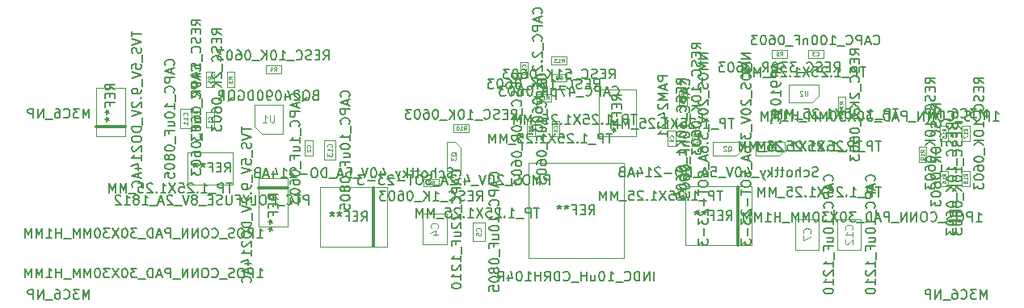
<source format=gbr>
%TF.GenerationSoftware,KiCad,Pcbnew,(5.1.6)-1*%
%TF.CreationDate,2020-08-13T11:00:50+03:00*%
%TF.ProjectId,Rechargeable 5V power bank REV 0.53,52656368-6172-4676-9561-626c65203556,rev?*%
%TF.SameCoordinates,Original*%
%TF.FileFunction,Other,Fab,Bot*%
%FSLAX46Y46*%
G04 Gerber Fmt 4.6, Leading zero omitted, Abs format (unit mm)*
G04 Created by KiCad (PCBNEW (5.1.6)-1) date 2020-08-13 11:00:50*
%MOMM*%
%LPD*%
G01*
G04 APERTURE LIST*
%ADD10C,0.100000*%
%ADD11C,0.120000*%
%ADD12C,0.300000*%
%ADD13C,0.150000*%
%ADD14C,0.080000*%
%ADD15C,0.110000*%
%ADD16C,0.075000*%
%ADD17C,0.060000*%
G04 APERTURE END LIST*
D10*
%TO.C,C13*%
X102000000Y-72900000D02*
X102000000Y-70900000D01*
X100800000Y-72900000D02*
X102000000Y-72900000D01*
X100800000Y-70900000D02*
X100800000Y-72900000D01*
X102000000Y-70900000D02*
X100800000Y-70900000D01*
%TO.C,C11*%
X85700000Y-67600000D02*
X85700000Y-69600000D01*
X86900000Y-67600000D02*
X85700000Y-67600000D01*
X86900000Y-69600000D02*
X86900000Y-67600000D01*
X85700000Y-69600000D02*
X86900000Y-69600000D01*
%TO.C,U1*%
X93500000Y-69400000D02*
X94250000Y-70150000D01*
X93500000Y-67150000D02*
X93500000Y-69400000D01*
X96500000Y-67150000D02*
X93500000Y-67150000D01*
X96500000Y-70150000D02*
X96500000Y-67150000D01*
X94250000Y-70150000D02*
X96500000Y-70150000D01*
%TO.C,C12*%
X157050000Y-82337500D02*
X157050000Y-79137500D01*
X154550000Y-82337500D02*
X157050000Y-82337500D01*
X154550000Y-79137500D02*
X154550000Y-82337500D01*
X157050000Y-79137500D02*
X154550000Y-79137500D01*
D11*
%TO.C,U3*%
X133450000Y-70450000D02*
X129550000Y-70450000D01*
X133450000Y-70450000D02*
X133450000Y-65550000D01*
X133450000Y-65550000D02*
X129550000Y-65550000D01*
X129550000Y-70450000D02*
X129550000Y-65550000D01*
D10*
%TO.C,U2*%
X151950000Y-66850000D02*
X152600000Y-66200000D01*
X152600000Y-65050000D02*
X152600000Y-66200000D01*
X151950000Y-66850000D02*
X149500000Y-66850000D01*
X149500000Y-65050000D02*
X149500000Y-66850000D01*
X152600000Y-65050000D02*
X149500000Y-65050000D01*
%TO.C,R19*%
X163900000Y-73175000D02*
X163900000Y-71575000D01*
X163100000Y-73175000D02*
X163900000Y-73175000D01*
X163100000Y-71575000D02*
X163100000Y-73175000D01*
X163900000Y-71575000D02*
X163100000Y-71575000D01*
%TO.C,R18*%
X167600000Y-74075000D02*
X167600000Y-75675000D01*
X168400000Y-74075000D02*
X167600000Y-74075000D01*
X168400000Y-75675000D02*
X168400000Y-74075000D01*
X167600000Y-75675000D02*
X168400000Y-75675000D01*
%TO.C,R17*%
X168400000Y-70925000D02*
X168400000Y-69325000D01*
X167600000Y-70925000D02*
X168400000Y-70925000D01*
X167600000Y-69325000D02*
X167600000Y-70925000D01*
X168400000Y-69325000D02*
X167600000Y-69325000D01*
%TO.C,R16*%
X166150000Y-75675000D02*
X166150000Y-74075000D01*
X165350000Y-75675000D02*
X166150000Y-75675000D01*
X165350000Y-74075000D02*
X165350000Y-75675000D01*
X166150000Y-74075000D02*
X165350000Y-74075000D01*
%TO.C,R15*%
X165350000Y-69325000D02*
X165350000Y-70925000D01*
X166150000Y-69325000D02*
X165350000Y-69325000D01*
X166150000Y-70925000D02*
X166150000Y-69325000D01*
X165350000Y-70925000D02*
X166150000Y-70925000D01*
%TO.C,R14*%
X138800000Y-67275000D02*
X138800000Y-65675000D01*
X138000000Y-67275000D02*
X138800000Y-67275000D01*
X138000000Y-65675000D02*
X138000000Y-67275000D01*
X138800000Y-65675000D02*
X138000000Y-65675000D01*
%TO.C,R13*%
X124625000Y-62900000D02*
X126225000Y-62900000D01*
X124625000Y-62100000D02*
X124625000Y-62900000D01*
X126225000Y-62100000D02*
X124625000Y-62100000D01*
X126225000Y-62900000D02*
X126225000Y-62100000D01*
%TO.C,R12*%
X139300000Y-69875000D02*
X139300000Y-71475000D01*
X140100000Y-69875000D02*
X139300000Y-69875000D01*
X140100000Y-71475000D02*
X140100000Y-69875000D01*
X139300000Y-71475000D02*
X140100000Y-71475000D01*
%TO.C,R11*%
X124625000Y-66000000D02*
X123025000Y-66000000D01*
X124625000Y-66800000D02*
X124625000Y-66000000D01*
X123025000Y-66800000D02*
X124625000Y-66800000D01*
X123025000Y-66000000D02*
X123025000Y-66800000D01*
%TO.C,R10*%
X115975000Y-69200000D02*
X114375000Y-69200000D01*
X115975000Y-70000000D02*
X115975000Y-69200000D01*
X114375000Y-70000000D02*
X115975000Y-70000000D01*
X114375000Y-69200000D02*
X114375000Y-70000000D01*
%TO.C,R9*%
X111225000Y-75700000D02*
X112825000Y-75700000D01*
X111225000Y-74900000D02*
X111225000Y-75700000D01*
X112825000Y-74900000D02*
X111225000Y-74900000D01*
X112825000Y-75700000D02*
X112825000Y-74900000D01*
%TO.C,R8*%
X122050000Y-68825000D02*
X122050000Y-70425000D01*
X122850000Y-68825000D02*
X122050000Y-68825000D01*
X122850000Y-70425000D02*
X122850000Y-68825000D01*
X122050000Y-70425000D02*
X122850000Y-70425000D01*
%TO.C,R7*%
X155400000Y-67925000D02*
X155400000Y-66325000D01*
X154600000Y-67925000D02*
X155400000Y-67925000D01*
X154600000Y-66325000D02*
X154600000Y-67925000D01*
X155400000Y-66325000D02*
X154600000Y-66325000D01*
%TO.C,R6*%
X147700000Y-62200000D02*
X149300000Y-62200000D01*
X147700000Y-61400000D02*
X147700000Y-62200000D01*
X149300000Y-61400000D02*
X147700000Y-61400000D01*
X149300000Y-62200000D02*
X149300000Y-61400000D01*
%TO.C,R5*%
X88450000Y-63700000D02*
X88450000Y-65300000D01*
X89250000Y-63700000D02*
X88450000Y-63700000D01*
X89250000Y-65300000D02*
X89250000Y-63700000D01*
X88450000Y-65300000D02*
X89250000Y-65300000D01*
%TO.C,R4*%
X96300000Y-63000000D02*
X94700000Y-63000000D01*
X96300000Y-63800000D02*
X96300000Y-63000000D01*
X94700000Y-63800000D02*
X96300000Y-63800000D01*
X94700000Y-63000000D02*
X94700000Y-63800000D01*
%TO.C,R3*%
X90600000Y-63700000D02*
X90600000Y-65300000D01*
X91400000Y-63700000D02*
X90600000Y-63700000D01*
X91400000Y-65300000D02*
X91400000Y-63700000D01*
X90600000Y-65300000D02*
X91400000Y-65300000D01*
%TO.C,Q3*%
X115100000Y-71600000D02*
X115100000Y-74050000D01*
X114550000Y-71030000D02*
X113700000Y-71030000D01*
X115100000Y-71600000D02*
X114550000Y-71030000D01*
X113700000Y-71030000D02*
X113700000Y-74070000D01*
X115100000Y-74070000D02*
X113700000Y-74070000D01*
%TO.C,Q2*%
X144000000Y-72450000D02*
X141550000Y-72450000D01*
X144570000Y-71900000D02*
X144570000Y-71050000D01*
X144000000Y-72450000D02*
X144570000Y-71900000D01*
X144570000Y-71050000D02*
X141530000Y-71050000D01*
X141530000Y-72450000D02*
X141530000Y-71050000D01*
%TO.C,Q1*%
X148500000Y-72450000D02*
X146050000Y-72450000D01*
X149070000Y-71900000D02*
X149070000Y-71050000D01*
X148500000Y-72450000D02*
X149070000Y-71900000D01*
X149070000Y-71050000D02*
X146030000Y-71050000D01*
X146030000Y-72450000D02*
X146030000Y-71050000D01*
D11*
%TO.C,L1*%
X122200000Y-73200000D02*
X132200000Y-73200000D01*
X122200000Y-83200000D02*
X132200000Y-83200000D01*
X132200000Y-83200000D02*
X132200000Y-73200000D01*
X122200000Y-73200000D02*
X122200000Y-83200000D01*
%TO.C,F1*%
X86525000Y-75500000D02*
X91225000Y-75500000D01*
X86525000Y-75500000D02*
X86525000Y-72100000D01*
X86525000Y-72100000D02*
X91225000Y-72100000D01*
X91225000Y-75500000D02*
X91225000Y-72100000D01*
D12*
%TO.C,D4*%
X79924000Y-69424000D02*
X76876000Y-69424000D01*
D11*
X79924000Y-70440000D02*
X76876000Y-70440000D01*
X76876000Y-70440000D02*
X76876000Y-65360000D01*
X76876000Y-65360000D02*
X79924000Y-65360000D01*
X79924000Y-65360000D02*
X79924000Y-70440000D01*
%TO.C,D3*%
X145600000Y-75700000D02*
X145600000Y-81900000D01*
X145600000Y-81900000D02*
X138600000Y-81900000D01*
X145600000Y-75700000D02*
X138600000Y-75700000D01*
X138600000Y-75700000D02*
X138600000Y-81900000D01*
D12*
X144132000Y-75752000D02*
X144132000Y-81848000D01*
D11*
%TO.C,D2*%
X107400000Y-75800000D02*
X107400000Y-82000000D01*
X107400000Y-82000000D02*
X100400000Y-82000000D01*
X107400000Y-75800000D02*
X100400000Y-75800000D01*
X100400000Y-75800000D02*
X100400000Y-82000000D01*
D12*
X105932000Y-75852000D02*
X105932000Y-81948000D01*
%TO.C,D1*%
X93976000Y-75876000D02*
X97024000Y-75876000D01*
D11*
X93976000Y-74860000D02*
X97024000Y-74860000D01*
X97024000Y-74860000D02*
X97024000Y-79940000D01*
X97024000Y-79940000D02*
X93976000Y-79940000D01*
X93976000Y-79940000D02*
X93976000Y-74860000D01*
D10*
%TO.C,C10*%
X122150000Y-64225000D02*
X122150000Y-62625000D01*
X121350000Y-64225000D02*
X122150000Y-64225000D01*
X121350000Y-62625000D02*
X121350000Y-64225000D01*
X122150000Y-62625000D02*
X121350000Y-62625000D01*
%TO.C,C9*%
X137600000Y-71475000D02*
X137600000Y-69875000D01*
X136800000Y-71475000D02*
X137600000Y-71475000D01*
X136800000Y-69875000D02*
X136800000Y-71475000D01*
X137600000Y-69875000D02*
X136800000Y-69875000D01*
%TO.C,C8*%
X124625000Y-64700000D02*
X126225000Y-64700000D01*
X124625000Y-63900000D02*
X124625000Y-64700000D01*
X126225000Y-63900000D02*
X124625000Y-63900000D01*
X126225000Y-64700000D02*
X126225000Y-63900000D01*
%TO.C,C7*%
X152650000Y-82337500D02*
X152650000Y-79137500D01*
X150150000Y-82337500D02*
X152650000Y-82337500D01*
X150150000Y-79137500D02*
X150150000Y-82337500D01*
X152650000Y-79137500D02*
X150150000Y-79137500D01*
%TO.C,C6*%
X124650000Y-68850000D02*
X124650000Y-70450000D01*
X125450000Y-68850000D02*
X124650000Y-68850000D01*
X125450000Y-70450000D02*
X125450000Y-68850000D01*
X124650000Y-70450000D02*
X125450000Y-70450000D01*
%TO.C,C5*%
X117600000Y-81475000D02*
X117600000Y-79475000D01*
X116400000Y-81475000D02*
X117600000Y-81475000D01*
X116400000Y-79475000D02*
X116400000Y-81475000D01*
X117600000Y-79475000D02*
X116400000Y-79475000D01*
%TO.C,C4*%
X113650000Y-81800000D02*
X113650000Y-78600000D01*
X111150000Y-81800000D02*
X113650000Y-81800000D01*
X111150000Y-78600000D02*
X111150000Y-81800000D01*
X113650000Y-78600000D02*
X111150000Y-78600000D01*
%TO.C,C3*%
X153075000Y-61400000D02*
X151475000Y-61400000D01*
X153075000Y-62200000D02*
X153075000Y-61400000D01*
X151475000Y-62200000D02*
X153075000Y-62200000D01*
X151475000Y-61400000D02*
X151475000Y-62200000D01*
%TO.C,C2*%
X98800000Y-70900000D02*
X98800000Y-72500000D01*
X99600000Y-70900000D02*
X98800000Y-70900000D01*
X99600000Y-72500000D02*
X99600000Y-70900000D01*
X98800000Y-72500000D02*
X99600000Y-72500000D01*
%TO.C,C1*%
X88450000Y-67925000D02*
X88450000Y-69525000D01*
X89250000Y-67925000D02*
X88450000Y-67925000D01*
X89250000Y-69525000D02*
X89250000Y-67925000D01*
X88450000Y-69525000D02*
X89250000Y-69525000D01*
%TD*%
%TO.C,C13*%
D13*
X103407142Y-66280952D02*
X103454761Y-66233333D01*
X103502380Y-66090476D01*
X103502380Y-65995238D01*
X103454761Y-65852380D01*
X103359523Y-65757142D01*
X103264285Y-65709523D01*
X103073809Y-65661904D01*
X102930952Y-65661904D01*
X102740476Y-65709523D01*
X102645238Y-65757142D01*
X102550000Y-65852380D01*
X102502380Y-65995238D01*
X102502380Y-66090476D01*
X102550000Y-66233333D01*
X102597619Y-66280952D01*
X103216666Y-66661904D02*
X103216666Y-67138095D01*
X103502380Y-66566666D02*
X102502380Y-66900000D01*
X103502380Y-67233333D01*
X103502380Y-67566666D02*
X102502380Y-67566666D01*
X102502380Y-67947619D01*
X102550000Y-68042857D01*
X102597619Y-68090476D01*
X102692857Y-68138095D01*
X102835714Y-68138095D01*
X102930952Y-68090476D01*
X102978571Y-68042857D01*
X103026190Y-67947619D01*
X103026190Y-67566666D01*
X103407142Y-69138095D02*
X103454761Y-69090476D01*
X103502380Y-68947619D01*
X103502380Y-68852380D01*
X103454761Y-68709523D01*
X103359523Y-68614285D01*
X103264285Y-68566666D01*
X103073809Y-68519047D01*
X102930952Y-68519047D01*
X102740476Y-68566666D01*
X102645238Y-68614285D01*
X102550000Y-68709523D01*
X102502380Y-68852380D01*
X102502380Y-68947619D01*
X102550000Y-69090476D01*
X102597619Y-69138095D01*
X103597619Y-69328571D02*
X103597619Y-70090476D01*
X103502380Y-70852380D02*
X103502380Y-70280952D01*
X103502380Y-70566666D02*
X102502380Y-70566666D01*
X102645238Y-70471428D01*
X102740476Y-70376190D01*
X102788095Y-70280952D01*
X102502380Y-71471428D02*
X102502380Y-71566666D01*
X102550000Y-71661904D01*
X102597619Y-71709523D01*
X102692857Y-71757142D01*
X102883333Y-71804761D01*
X103121428Y-71804761D01*
X103311904Y-71757142D01*
X103407142Y-71709523D01*
X103454761Y-71661904D01*
X103502380Y-71566666D01*
X103502380Y-71471428D01*
X103454761Y-71376190D01*
X103407142Y-71328571D01*
X103311904Y-71280952D01*
X103121428Y-71233333D01*
X102883333Y-71233333D01*
X102692857Y-71280952D01*
X102597619Y-71328571D01*
X102550000Y-71376190D01*
X102502380Y-71471428D01*
X102835714Y-72661904D02*
X103502380Y-72661904D01*
X102835714Y-72233333D02*
X103359523Y-72233333D01*
X103454761Y-72280952D01*
X103502380Y-72376190D01*
X103502380Y-72519047D01*
X103454761Y-72614285D01*
X103407142Y-72661904D01*
X102978571Y-73471428D02*
X102978571Y-73138095D01*
X103502380Y-73138095D02*
X102502380Y-73138095D01*
X102502380Y-73614285D01*
X103597619Y-73757142D02*
X103597619Y-74519047D01*
X102502380Y-74947619D02*
X102502380Y-75042857D01*
X102550000Y-75138095D01*
X102597619Y-75185714D01*
X102692857Y-75233333D01*
X102883333Y-75280952D01*
X103121428Y-75280952D01*
X103311904Y-75233333D01*
X103407142Y-75185714D01*
X103454761Y-75138095D01*
X103502380Y-75042857D01*
X103502380Y-74947619D01*
X103454761Y-74852380D01*
X103407142Y-74804761D01*
X103311904Y-74757142D01*
X103121428Y-74709523D01*
X102883333Y-74709523D01*
X102692857Y-74757142D01*
X102597619Y-74804761D01*
X102550000Y-74852380D01*
X102502380Y-74947619D01*
X102930952Y-75852380D02*
X102883333Y-75757142D01*
X102835714Y-75709523D01*
X102740476Y-75661904D01*
X102692857Y-75661904D01*
X102597619Y-75709523D01*
X102550000Y-75757142D01*
X102502380Y-75852380D01*
X102502380Y-76042857D01*
X102550000Y-76138095D01*
X102597619Y-76185714D01*
X102692857Y-76233333D01*
X102740476Y-76233333D01*
X102835714Y-76185714D01*
X102883333Y-76138095D01*
X102930952Y-76042857D01*
X102930952Y-75852380D01*
X102978571Y-75757142D01*
X103026190Y-75709523D01*
X103121428Y-75661904D01*
X103311904Y-75661904D01*
X103407142Y-75709523D01*
X103454761Y-75757142D01*
X103502380Y-75852380D01*
X103502380Y-76042857D01*
X103454761Y-76138095D01*
X103407142Y-76185714D01*
X103311904Y-76233333D01*
X103121428Y-76233333D01*
X103026190Y-76185714D01*
X102978571Y-76138095D01*
X102930952Y-76042857D01*
X102502380Y-76852380D02*
X102502380Y-76947619D01*
X102550000Y-77042857D01*
X102597619Y-77090476D01*
X102692857Y-77138095D01*
X102883333Y-77185714D01*
X103121428Y-77185714D01*
X103311904Y-77138095D01*
X103407142Y-77090476D01*
X103454761Y-77042857D01*
X103502380Y-76947619D01*
X103502380Y-76852380D01*
X103454761Y-76757142D01*
X103407142Y-76709523D01*
X103311904Y-76661904D01*
X103121428Y-76614285D01*
X102883333Y-76614285D01*
X102692857Y-76661904D01*
X102597619Y-76709523D01*
X102550000Y-76757142D01*
X102502380Y-76852380D01*
X102502380Y-78090476D02*
X102502380Y-77614285D01*
X102978571Y-77566666D01*
X102930952Y-77614285D01*
X102883333Y-77709523D01*
X102883333Y-77947619D01*
X102930952Y-78042857D01*
X102978571Y-78090476D01*
X103073809Y-78138095D01*
X103311904Y-78138095D01*
X103407142Y-78090476D01*
X103454761Y-78042857D01*
X103502380Y-77947619D01*
X103502380Y-77709523D01*
X103454761Y-77614285D01*
X103407142Y-77566666D01*
D14*
X101578571Y-71578571D02*
X101602380Y-71554761D01*
X101626190Y-71483333D01*
X101626190Y-71435714D01*
X101602380Y-71364285D01*
X101554761Y-71316666D01*
X101507142Y-71292857D01*
X101411904Y-71269047D01*
X101340476Y-71269047D01*
X101245238Y-71292857D01*
X101197619Y-71316666D01*
X101150000Y-71364285D01*
X101126190Y-71435714D01*
X101126190Y-71483333D01*
X101150000Y-71554761D01*
X101173809Y-71578571D01*
X101626190Y-72054761D02*
X101626190Y-71769047D01*
X101626190Y-71911904D02*
X101126190Y-71911904D01*
X101197619Y-71864285D01*
X101245238Y-71816666D01*
X101269047Y-71769047D01*
X101126190Y-72221428D02*
X101126190Y-72530952D01*
X101316666Y-72364285D01*
X101316666Y-72435714D01*
X101340476Y-72483333D01*
X101364285Y-72507142D01*
X101411904Y-72530952D01*
X101530952Y-72530952D01*
X101578571Y-72507142D01*
X101602380Y-72483333D01*
X101626190Y-72435714D01*
X101626190Y-72292857D01*
X101602380Y-72245238D01*
X101578571Y-72221428D01*
%TO.C,C11*%
D13*
X85007142Y-62980952D02*
X85054761Y-62933333D01*
X85102380Y-62790476D01*
X85102380Y-62695238D01*
X85054761Y-62552380D01*
X84959523Y-62457142D01*
X84864285Y-62409523D01*
X84673809Y-62361904D01*
X84530952Y-62361904D01*
X84340476Y-62409523D01*
X84245238Y-62457142D01*
X84150000Y-62552380D01*
X84102380Y-62695238D01*
X84102380Y-62790476D01*
X84150000Y-62933333D01*
X84197619Y-62980952D01*
X84816666Y-63361904D02*
X84816666Y-63838095D01*
X85102380Y-63266666D02*
X84102380Y-63600000D01*
X85102380Y-63933333D01*
X85102380Y-64266666D02*
X84102380Y-64266666D01*
X84102380Y-64647619D01*
X84150000Y-64742857D01*
X84197619Y-64790476D01*
X84292857Y-64838095D01*
X84435714Y-64838095D01*
X84530952Y-64790476D01*
X84578571Y-64742857D01*
X84626190Y-64647619D01*
X84626190Y-64266666D01*
X85007142Y-65838095D02*
X85054761Y-65790476D01*
X85102380Y-65647619D01*
X85102380Y-65552380D01*
X85054761Y-65409523D01*
X84959523Y-65314285D01*
X84864285Y-65266666D01*
X84673809Y-65219047D01*
X84530952Y-65219047D01*
X84340476Y-65266666D01*
X84245238Y-65314285D01*
X84150000Y-65409523D01*
X84102380Y-65552380D01*
X84102380Y-65647619D01*
X84150000Y-65790476D01*
X84197619Y-65838095D01*
X85197619Y-66028571D02*
X85197619Y-66790476D01*
X85102380Y-67552380D02*
X85102380Y-66980952D01*
X85102380Y-67266666D02*
X84102380Y-67266666D01*
X84245238Y-67171428D01*
X84340476Y-67076190D01*
X84388095Y-66980952D01*
X84102380Y-68171428D02*
X84102380Y-68266666D01*
X84150000Y-68361904D01*
X84197619Y-68409523D01*
X84292857Y-68457142D01*
X84483333Y-68504761D01*
X84721428Y-68504761D01*
X84911904Y-68457142D01*
X85007142Y-68409523D01*
X85054761Y-68361904D01*
X85102380Y-68266666D01*
X85102380Y-68171428D01*
X85054761Y-68076190D01*
X85007142Y-68028571D01*
X84911904Y-67980952D01*
X84721428Y-67933333D01*
X84483333Y-67933333D01*
X84292857Y-67980952D01*
X84197619Y-68028571D01*
X84150000Y-68076190D01*
X84102380Y-68171428D01*
X84435714Y-69361904D02*
X85102380Y-69361904D01*
X84435714Y-68933333D02*
X84959523Y-68933333D01*
X85054761Y-68980952D01*
X85102380Y-69076190D01*
X85102380Y-69219047D01*
X85054761Y-69314285D01*
X85007142Y-69361904D01*
X84578571Y-70171428D02*
X84578571Y-69838095D01*
X85102380Y-69838095D02*
X84102380Y-69838095D01*
X84102380Y-70314285D01*
X85197619Y-70457142D02*
X85197619Y-71219047D01*
X84102380Y-71647619D02*
X84102380Y-71742857D01*
X84150000Y-71838095D01*
X84197619Y-71885714D01*
X84292857Y-71933333D01*
X84483333Y-71980952D01*
X84721428Y-71980952D01*
X84911904Y-71933333D01*
X85007142Y-71885714D01*
X85054761Y-71838095D01*
X85102380Y-71742857D01*
X85102380Y-71647619D01*
X85054761Y-71552380D01*
X85007142Y-71504761D01*
X84911904Y-71457142D01*
X84721428Y-71409523D01*
X84483333Y-71409523D01*
X84292857Y-71457142D01*
X84197619Y-71504761D01*
X84150000Y-71552380D01*
X84102380Y-71647619D01*
X84530952Y-72552380D02*
X84483333Y-72457142D01*
X84435714Y-72409523D01*
X84340476Y-72361904D01*
X84292857Y-72361904D01*
X84197619Y-72409523D01*
X84150000Y-72457142D01*
X84102380Y-72552380D01*
X84102380Y-72742857D01*
X84150000Y-72838095D01*
X84197619Y-72885714D01*
X84292857Y-72933333D01*
X84340476Y-72933333D01*
X84435714Y-72885714D01*
X84483333Y-72838095D01*
X84530952Y-72742857D01*
X84530952Y-72552380D01*
X84578571Y-72457142D01*
X84626190Y-72409523D01*
X84721428Y-72361904D01*
X84911904Y-72361904D01*
X85007142Y-72409523D01*
X85054761Y-72457142D01*
X85102380Y-72552380D01*
X85102380Y-72742857D01*
X85054761Y-72838095D01*
X85007142Y-72885714D01*
X84911904Y-72933333D01*
X84721428Y-72933333D01*
X84626190Y-72885714D01*
X84578571Y-72838095D01*
X84530952Y-72742857D01*
X84102380Y-73552380D02*
X84102380Y-73647619D01*
X84150000Y-73742857D01*
X84197619Y-73790476D01*
X84292857Y-73838095D01*
X84483333Y-73885714D01*
X84721428Y-73885714D01*
X84911904Y-73838095D01*
X85007142Y-73790476D01*
X85054761Y-73742857D01*
X85102380Y-73647619D01*
X85102380Y-73552380D01*
X85054761Y-73457142D01*
X85007142Y-73409523D01*
X84911904Y-73361904D01*
X84721428Y-73314285D01*
X84483333Y-73314285D01*
X84292857Y-73361904D01*
X84197619Y-73409523D01*
X84150000Y-73457142D01*
X84102380Y-73552380D01*
X84102380Y-74790476D02*
X84102380Y-74314285D01*
X84578571Y-74266666D01*
X84530952Y-74314285D01*
X84483333Y-74409523D01*
X84483333Y-74647619D01*
X84530952Y-74742857D01*
X84578571Y-74790476D01*
X84673809Y-74838095D01*
X84911904Y-74838095D01*
X85007142Y-74790476D01*
X85054761Y-74742857D01*
X85102380Y-74647619D01*
X85102380Y-74409523D01*
X85054761Y-74314285D01*
X85007142Y-74266666D01*
D14*
X86478571Y-68278571D02*
X86502380Y-68254761D01*
X86526190Y-68183333D01*
X86526190Y-68135714D01*
X86502380Y-68064285D01*
X86454761Y-68016666D01*
X86407142Y-67992857D01*
X86311904Y-67969047D01*
X86240476Y-67969047D01*
X86145238Y-67992857D01*
X86097619Y-68016666D01*
X86050000Y-68064285D01*
X86026190Y-68135714D01*
X86026190Y-68183333D01*
X86050000Y-68254761D01*
X86073809Y-68278571D01*
X86526190Y-68754761D02*
X86526190Y-68469047D01*
X86526190Y-68611904D02*
X86026190Y-68611904D01*
X86097619Y-68564285D01*
X86145238Y-68516666D01*
X86169047Y-68469047D01*
X86526190Y-69230952D02*
X86526190Y-68945238D01*
X86526190Y-69088095D02*
X86026190Y-69088095D01*
X86097619Y-69040476D01*
X86145238Y-68992857D01*
X86169047Y-68945238D01*
%TO.C,U1*%
D13*
X99857142Y-66128571D02*
X99714285Y-66176190D01*
X99666666Y-66223809D01*
X99619047Y-66319047D01*
X99619047Y-66461904D01*
X99666666Y-66557142D01*
X99714285Y-66604761D01*
X99809523Y-66652380D01*
X100190476Y-66652380D01*
X100190476Y-65652380D01*
X99857142Y-65652380D01*
X99761904Y-65700000D01*
X99714285Y-65747619D01*
X99666666Y-65842857D01*
X99666666Y-65938095D01*
X99714285Y-66033333D01*
X99761904Y-66080952D01*
X99857142Y-66128571D01*
X100190476Y-66128571D01*
X98523809Y-66747619D02*
X98619047Y-66700000D01*
X98714285Y-66604761D01*
X98857142Y-66461904D01*
X98952380Y-66414285D01*
X99047619Y-66414285D01*
X99000000Y-66652380D02*
X99095238Y-66604761D01*
X99190476Y-66509523D01*
X99238095Y-66319047D01*
X99238095Y-65985714D01*
X99190476Y-65795238D01*
X99095238Y-65700000D01*
X99000000Y-65652380D01*
X98809523Y-65652380D01*
X98714285Y-65700000D01*
X98619047Y-65795238D01*
X98571428Y-65985714D01*
X98571428Y-66319047D01*
X98619047Y-66509523D01*
X98714285Y-66604761D01*
X98809523Y-66652380D01*
X99000000Y-66652380D01*
X98190476Y-65747619D02*
X98142857Y-65700000D01*
X98047619Y-65652380D01*
X97809523Y-65652380D01*
X97714285Y-65700000D01*
X97666666Y-65747619D01*
X97619047Y-65842857D01*
X97619047Y-65938095D01*
X97666666Y-66080952D01*
X98238095Y-66652380D01*
X97619047Y-66652380D01*
X96761904Y-65985714D02*
X96761904Y-66652380D01*
X97000000Y-65604761D02*
X97238095Y-66319047D01*
X96619047Y-66319047D01*
X96047619Y-65652380D02*
X95952380Y-65652380D01*
X95857142Y-65700000D01*
X95809523Y-65747619D01*
X95761904Y-65842857D01*
X95714285Y-66033333D01*
X95714285Y-66271428D01*
X95761904Y-66461904D01*
X95809523Y-66557142D01*
X95857142Y-66604761D01*
X95952380Y-66652380D01*
X96047619Y-66652380D01*
X96142857Y-66604761D01*
X96190476Y-66557142D01*
X96238095Y-66461904D01*
X96285714Y-66271428D01*
X96285714Y-66033333D01*
X96238095Y-65842857D01*
X96190476Y-65747619D01*
X96142857Y-65700000D01*
X96047619Y-65652380D01*
X95238095Y-66652380D02*
X95047619Y-66652380D01*
X94952380Y-66604761D01*
X94904761Y-66557142D01*
X94809523Y-66414285D01*
X94761904Y-66223809D01*
X94761904Y-65842857D01*
X94809523Y-65747619D01*
X94857142Y-65700000D01*
X94952380Y-65652380D01*
X95142857Y-65652380D01*
X95238095Y-65700000D01*
X95285714Y-65747619D01*
X95333333Y-65842857D01*
X95333333Y-66080952D01*
X95285714Y-66176190D01*
X95238095Y-66223809D01*
X95142857Y-66271428D01*
X94952380Y-66271428D01*
X94857142Y-66223809D01*
X94809523Y-66176190D01*
X94761904Y-66080952D01*
X94142857Y-65652380D02*
X94047619Y-65652380D01*
X93952380Y-65700000D01*
X93904761Y-65747619D01*
X93857142Y-65842857D01*
X93809523Y-66033333D01*
X93809523Y-66271428D01*
X93857142Y-66461904D01*
X93904761Y-66557142D01*
X93952380Y-66604761D01*
X94047619Y-66652380D01*
X94142857Y-66652380D01*
X94238095Y-66604761D01*
X94285714Y-66557142D01*
X94333333Y-66461904D01*
X94380952Y-66271428D01*
X94380952Y-66033333D01*
X94333333Y-65842857D01*
X94285714Y-65747619D01*
X94238095Y-65700000D01*
X94142857Y-65652380D01*
X93380952Y-66652380D02*
X93380952Y-65652380D01*
X93142857Y-65652380D01*
X93000000Y-65700000D01*
X92904761Y-65795238D01*
X92857142Y-65890476D01*
X92809523Y-66080952D01*
X92809523Y-66223809D01*
X92857142Y-66414285D01*
X92904761Y-66509523D01*
X93000000Y-66604761D01*
X93142857Y-66652380D01*
X93380952Y-66652380D01*
X91857142Y-65700000D02*
X91952380Y-65652380D01*
X92095238Y-65652380D01*
X92238095Y-65700000D01*
X92333333Y-65795238D01*
X92380952Y-65890476D01*
X92428571Y-66080952D01*
X92428571Y-66223809D01*
X92380952Y-66414285D01*
X92333333Y-66509523D01*
X92238095Y-66604761D01*
X92095238Y-66652380D01*
X92000000Y-66652380D01*
X91857142Y-66604761D01*
X91809523Y-66557142D01*
X91809523Y-66223809D01*
X92000000Y-66223809D01*
X90714285Y-66747619D02*
X90809523Y-66700000D01*
X90904761Y-66604761D01*
X91047619Y-66461904D01*
X91142857Y-66414285D01*
X91238095Y-66414285D01*
X91190476Y-66652380D02*
X91285714Y-66604761D01*
X91380952Y-66509523D01*
X91428571Y-66319047D01*
X91428571Y-65985714D01*
X91380952Y-65795238D01*
X91285714Y-65700000D01*
X91190476Y-65652380D01*
X91000000Y-65652380D01*
X90904761Y-65700000D01*
X90809523Y-65795238D01*
X90761904Y-65985714D01*
X90761904Y-66319047D01*
X90809523Y-66509523D01*
X90904761Y-66604761D01*
X91000000Y-66652380D01*
X91190476Y-66652380D01*
X89761904Y-66652380D02*
X90095238Y-66176190D01*
X90333333Y-66652380D02*
X90333333Y-65652380D01*
X89952380Y-65652380D01*
X89857142Y-65700000D01*
X89809523Y-65747619D01*
X89761904Y-65842857D01*
X89761904Y-65985714D01*
X89809523Y-66080952D01*
X89857142Y-66128571D01*
X89952380Y-66176190D01*
X90333333Y-66176190D01*
D15*
X95571428Y-68239285D02*
X95571428Y-68846428D01*
X95535714Y-68917857D01*
X95500000Y-68953571D01*
X95428571Y-68989285D01*
X95285714Y-68989285D01*
X95214285Y-68953571D01*
X95178571Y-68917857D01*
X95142857Y-68846428D01*
X95142857Y-68239285D01*
X94392857Y-68989285D02*
X94821428Y-68989285D01*
X94607142Y-68989285D02*
X94607142Y-68239285D01*
X94678571Y-68346428D01*
X94750000Y-68417857D01*
X94821428Y-68453571D01*
%TO.C,C12*%
D13*
X158437142Y-75118452D02*
X158484761Y-75070833D01*
X158532380Y-74927976D01*
X158532380Y-74832738D01*
X158484761Y-74689880D01*
X158389523Y-74594642D01*
X158294285Y-74547023D01*
X158103809Y-74499404D01*
X157960952Y-74499404D01*
X157770476Y-74547023D01*
X157675238Y-74594642D01*
X157580000Y-74689880D01*
X157532380Y-74832738D01*
X157532380Y-74927976D01*
X157580000Y-75070833D01*
X157627619Y-75118452D01*
X158246666Y-75499404D02*
X158246666Y-75975595D01*
X158532380Y-75404166D02*
X157532380Y-75737500D01*
X158532380Y-76070833D01*
X158532380Y-76404166D02*
X157532380Y-76404166D01*
X157532380Y-76785119D01*
X157580000Y-76880357D01*
X157627619Y-76927976D01*
X157722857Y-76975595D01*
X157865714Y-76975595D01*
X157960952Y-76927976D01*
X158008571Y-76880357D01*
X158056190Y-76785119D01*
X158056190Y-76404166D01*
X158437142Y-77975595D02*
X158484761Y-77927976D01*
X158532380Y-77785119D01*
X158532380Y-77689880D01*
X158484761Y-77547023D01*
X158389523Y-77451785D01*
X158294285Y-77404166D01*
X158103809Y-77356547D01*
X157960952Y-77356547D01*
X157770476Y-77404166D01*
X157675238Y-77451785D01*
X157580000Y-77547023D01*
X157532380Y-77689880D01*
X157532380Y-77785119D01*
X157580000Y-77927976D01*
X157627619Y-77975595D01*
X158627619Y-78166071D02*
X158627619Y-78927976D01*
X158532380Y-79689880D02*
X158532380Y-79118452D01*
X158532380Y-79404166D02*
X157532380Y-79404166D01*
X157675238Y-79308928D01*
X157770476Y-79213690D01*
X157818095Y-79118452D01*
X157532380Y-80308928D02*
X157532380Y-80404166D01*
X157580000Y-80499404D01*
X157627619Y-80547023D01*
X157722857Y-80594642D01*
X157913333Y-80642261D01*
X158151428Y-80642261D01*
X158341904Y-80594642D01*
X158437142Y-80547023D01*
X158484761Y-80499404D01*
X158532380Y-80404166D01*
X158532380Y-80308928D01*
X158484761Y-80213690D01*
X158437142Y-80166071D01*
X158341904Y-80118452D01*
X158151428Y-80070833D01*
X157913333Y-80070833D01*
X157722857Y-80118452D01*
X157627619Y-80166071D01*
X157580000Y-80213690D01*
X157532380Y-80308928D01*
X157865714Y-81499404D02*
X158532380Y-81499404D01*
X157865714Y-81070833D02*
X158389523Y-81070833D01*
X158484761Y-81118452D01*
X158532380Y-81213690D01*
X158532380Y-81356547D01*
X158484761Y-81451785D01*
X158437142Y-81499404D01*
X158008571Y-82308928D02*
X158008571Y-81975595D01*
X158532380Y-81975595D02*
X157532380Y-81975595D01*
X157532380Y-82451785D01*
X158627619Y-82594642D02*
X158627619Y-83356547D01*
X158532380Y-84118452D02*
X158532380Y-83547023D01*
X158532380Y-83832738D02*
X157532380Y-83832738D01*
X157675238Y-83737500D01*
X157770476Y-83642261D01*
X157818095Y-83547023D01*
X157627619Y-84499404D02*
X157580000Y-84547023D01*
X157532380Y-84642261D01*
X157532380Y-84880357D01*
X157580000Y-84975595D01*
X157627619Y-85023214D01*
X157722857Y-85070833D01*
X157818095Y-85070833D01*
X157960952Y-85023214D01*
X158532380Y-84451785D01*
X158532380Y-85070833D01*
X158532380Y-86023214D02*
X158532380Y-85451785D01*
X158532380Y-85737500D02*
X157532380Y-85737500D01*
X157675238Y-85642261D01*
X157770476Y-85547023D01*
X157818095Y-85451785D01*
X157532380Y-86642261D02*
X157532380Y-86737500D01*
X157580000Y-86832738D01*
X157627619Y-86880357D01*
X157722857Y-86927976D01*
X157913333Y-86975595D01*
X158151428Y-86975595D01*
X158341904Y-86927976D01*
X158437142Y-86880357D01*
X158484761Y-86832738D01*
X158532380Y-86737500D01*
X158532380Y-86642261D01*
X158484761Y-86547023D01*
X158437142Y-86499404D01*
X158341904Y-86451785D01*
X158151428Y-86404166D01*
X157913333Y-86404166D01*
X157722857Y-86451785D01*
X157627619Y-86499404D01*
X157580000Y-86547023D01*
X157532380Y-86642261D01*
D11*
X156085714Y-80223214D02*
X156123809Y-80185119D01*
X156161904Y-80070833D01*
X156161904Y-79994642D01*
X156123809Y-79880357D01*
X156047619Y-79804166D01*
X155971428Y-79766071D01*
X155819047Y-79727976D01*
X155704761Y-79727976D01*
X155552380Y-79766071D01*
X155476190Y-79804166D01*
X155400000Y-79880357D01*
X155361904Y-79994642D01*
X155361904Y-80070833D01*
X155400000Y-80185119D01*
X155438095Y-80223214D01*
X156161904Y-80985119D02*
X156161904Y-80527976D01*
X156161904Y-80756547D02*
X155361904Y-80756547D01*
X155476190Y-80680357D01*
X155552380Y-80604166D01*
X155590476Y-80527976D01*
X155438095Y-81289880D02*
X155400000Y-81327976D01*
X155361904Y-81404166D01*
X155361904Y-81594642D01*
X155400000Y-81670833D01*
X155438095Y-81708928D01*
X155514285Y-81747023D01*
X155590476Y-81747023D01*
X155704761Y-81708928D01*
X156161904Y-81251785D01*
X156161904Y-81747023D01*
%TO.C,MH4*%
D13*
X170190476Y-87532380D02*
X170190476Y-86532380D01*
X169857142Y-87246666D01*
X169523809Y-86532380D01*
X169523809Y-87532380D01*
X169142857Y-86532380D02*
X168523809Y-86532380D01*
X168857142Y-86913333D01*
X168714285Y-86913333D01*
X168619047Y-86960952D01*
X168571428Y-87008571D01*
X168523809Y-87103809D01*
X168523809Y-87341904D01*
X168571428Y-87437142D01*
X168619047Y-87484761D01*
X168714285Y-87532380D01*
X169000000Y-87532380D01*
X169095238Y-87484761D01*
X169142857Y-87437142D01*
X167523809Y-87437142D02*
X167571428Y-87484761D01*
X167714285Y-87532380D01*
X167809523Y-87532380D01*
X167952380Y-87484761D01*
X168047619Y-87389523D01*
X168095238Y-87294285D01*
X168142857Y-87103809D01*
X168142857Y-86960952D01*
X168095238Y-86770476D01*
X168047619Y-86675238D01*
X167952380Y-86580000D01*
X167809523Y-86532380D01*
X167714285Y-86532380D01*
X167571428Y-86580000D01*
X167523809Y-86627619D01*
X166666666Y-86532380D02*
X166857142Y-86532380D01*
X166952380Y-86580000D01*
X167000000Y-86627619D01*
X167095238Y-86770476D01*
X167142857Y-86960952D01*
X167142857Y-87341904D01*
X167095238Y-87437142D01*
X167047619Y-87484761D01*
X166952380Y-87532380D01*
X166761904Y-87532380D01*
X166666666Y-87484761D01*
X166619047Y-87437142D01*
X166571428Y-87341904D01*
X166571428Y-87103809D01*
X166619047Y-87008571D01*
X166666666Y-86960952D01*
X166761904Y-86913333D01*
X166952380Y-86913333D01*
X167047619Y-86960952D01*
X167095238Y-87008571D01*
X167142857Y-87103809D01*
X166380952Y-87627619D02*
X165619047Y-87627619D01*
X165380952Y-87532380D02*
X165380952Y-86532380D01*
X164809523Y-87532380D01*
X164809523Y-86532380D01*
X164333333Y-87532380D02*
X164333333Y-86532380D01*
X163952380Y-86532380D01*
X163857142Y-86580000D01*
X163809523Y-86627619D01*
X163761904Y-86722857D01*
X163761904Y-86865714D01*
X163809523Y-86960952D01*
X163857142Y-87008571D01*
X163952380Y-87056190D01*
X164333333Y-87056190D01*
%TO.C,MH3*%
X170190476Y-68532380D02*
X170190476Y-67532380D01*
X169857142Y-68246666D01*
X169523809Y-67532380D01*
X169523809Y-68532380D01*
X169142857Y-67532380D02*
X168523809Y-67532380D01*
X168857142Y-67913333D01*
X168714285Y-67913333D01*
X168619047Y-67960952D01*
X168571428Y-68008571D01*
X168523809Y-68103809D01*
X168523809Y-68341904D01*
X168571428Y-68437142D01*
X168619047Y-68484761D01*
X168714285Y-68532380D01*
X169000000Y-68532380D01*
X169095238Y-68484761D01*
X169142857Y-68437142D01*
X167523809Y-68437142D02*
X167571428Y-68484761D01*
X167714285Y-68532380D01*
X167809523Y-68532380D01*
X167952380Y-68484761D01*
X168047619Y-68389523D01*
X168095238Y-68294285D01*
X168142857Y-68103809D01*
X168142857Y-67960952D01*
X168095238Y-67770476D01*
X168047619Y-67675238D01*
X167952380Y-67580000D01*
X167809523Y-67532380D01*
X167714285Y-67532380D01*
X167571428Y-67580000D01*
X167523809Y-67627619D01*
X166666666Y-67532380D02*
X166857142Y-67532380D01*
X166952380Y-67580000D01*
X167000000Y-67627619D01*
X167095238Y-67770476D01*
X167142857Y-67960952D01*
X167142857Y-68341904D01*
X167095238Y-68437142D01*
X167047619Y-68484761D01*
X166952380Y-68532380D01*
X166761904Y-68532380D01*
X166666666Y-68484761D01*
X166619047Y-68437142D01*
X166571428Y-68341904D01*
X166571428Y-68103809D01*
X166619047Y-68008571D01*
X166666666Y-67960952D01*
X166761904Y-67913333D01*
X166952380Y-67913333D01*
X167047619Y-67960952D01*
X167095238Y-68008571D01*
X167142857Y-68103809D01*
X166380952Y-68627619D02*
X165619047Y-68627619D01*
X165380952Y-68532380D02*
X165380952Y-67532380D01*
X164809523Y-68532380D01*
X164809523Y-67532380D01*
X164333333Y-68532380D02*
X164333333Y-67532380D01*
X163952380Y-67532380D01*
X163857142Y-67580000D01*
X163809523Y-67627619D01*
X163761904Y-67722857D01*
X163761904Y-67865714D01*
X163809523Y-67960952D01*
X163857142Y-68008571D01*
X163952380Y-68056190D01*
X164333333Y-68056190D01*
%TO.C,MH2*%
X76190476Y-87532380D02*
X76190476Y-86532380D01*
X75857142Y-87246666D01*
X75523809Y-86532380D01*
X75523809Y-87532380D01*
X75142857Y-86532380D02*
X74523809Y-86532380D01*
X74857142Y-86913333D01*
X74714285Y-86913333D01*
X74619047Y-86960952D01*
X74571428Y-87008571D01*
X74523809Y-87103809D01*
X74523809Y-87341904D01*
X74571428Y-87437142D01*
X74619047Y-87484761D01*
X74714285Y-87532380D01*
X75000000Y-87532380D01*
X75095238Y-87484761D01*
X75142857Y-87437142D01*
X73523809Y-87437142D02*
X73571428Y-87484761D01*
X73714285Y-87532380D01*
X73809523Y-87532380D01*
X73952380Y-87484761D01*
X74047619Y-87389523D01*
X74095238Y-87294285D01*
X74142857Y-87103809D01*
X74142857Y-86960952D01*
X74095238Y-86770476D01*
X74047619Y-86675238D01*
X73952380Y-86580000D01*
X73809523Y-86532380D01*
X73714285Y-86532380D01*
X73571428Y-86580000D01*
X73523809Y-86627619D01*
X72666666Y-86532380D02*
X72857142Y-86532380D01*
X72952380Y-86580000D01*
X73000000Y-86627619D01*
X73095238Y-86770476D01*
X73142857Y-86960952D01*
X73142857Y-87341904D01*
X73095238Y-87437142D01*
X73047619Y-87484761D01*
X72952380Y-87532380D01*
X72761904Y-87532380D01*
X72666666Y-87484761D01*
X72619047Y-87437142D01*
X72571428Y-87341904D01*
X72571428Y-87103809D01*
X72619047Y-87008571D01*
X72666666Y-86960952D01*
X72761904Y-86913333D01*
X72952380Y-86913333D01*
X73047619Y-86960952D01*
X73095238Y-87008571D01*
X73142857Y-87103809D01*
X72380952Y-87627619D02*
X71619047Y-87627619D01*
X71380952Y-87532380D02*
X71380952Y-86532380D01*
X70809523Y-87532380D01*
X70809523Y-86532380D01*
X70333333Y-87532380D02*
X70333333Y-86532380D01*
X69952380Y-86532380D01*
X69857142Y-86580000D01*
X69809523Y-86627619D01*
X69761904Y-86722857D01*
X69761904Y-86865714D01*
X69809523Y-86960952D01*
X69857142Y-87008571D01*
X69952380Y-87056190D01*
X70333333Y-87056190D01*
%TO.C,MH1*%
X76190476Y-68532380D02*
X76190476Y-67532380D01*
X75857142Y-68246666D01*
X75523809Y-67532380D01*
X75523809Y-68532380D01*
X75142857Y-67532380D02*
X74523809Y-67532380D01*
X74857142Y-67913333D01*
X74714285Y-67913333D01*
X74619047Y-67960952D01*
X74571428Y-68008571D01*
X74523809Y-68103809D01*
X74523809Y-68341904D01*
X74571428Y-68437142D01*
X74619047Y-68484761D01*
X74714285Y-68532380D01*
X75000000Y-68532380D01*
X75095238Y-68484761D01*
X75142857Y-68437142D01*
X73523809Y-68437142D02*
X73571428Y-68484761D01*
X73714285Y-68532380D01*
X73809523Y-68532380D01*
X73952380Y-68484761D01*
X74047619Y-68389523D01*
X74095238Y-68294285D01*
X74142857Y-68103809D01*
X74142857Y-67960952D01*
X74095238Y-67770476D01*
X74047619Y-67675238D01*
X73952380Y-67580000D01*
X73809523Y-67532380D01*
X73714285Y-67532380D01*
X73571428Y-67580000D01*
X73523809Y-67627619D01*
X72666666Y-67532380D02*
X72857142Y-67532380D01*
X72952380Y-67580000D01*
X73000000Y-67627619D01*
X73095238Y-67770476D01*
X73142857Y-67960952D01*
X73142857Y-68341904D01*
X73095238Y-68437142D01*
X73047619Y-68484761D01*
X72952380Y-68532380D01*
X72761904Y-68532380D01*
X72666666Y-68484761D01*
X72619047Y-68437142D01*
X72571428Y-68341904D01*
X72571428Y-68103809D01*
X72619047Y-68008571D01*
X72666666Y-67960952D01*
X72761904Y-67913333D01*
X72952380Y-67913333D01*
X73047619Y-67960952D01*
X73095238Y-68008571D01*
X73142857Y-68103809D01*
X72380952Y-68627619D02*
X71619047Y-68627619D01*
X71380952Y-68532380D02*
X71380952Y-67532380D01*
X70809523Y-68532380D01*
X70809523Y-67532380D01*
X70333333Y-68532380D02*
X70333333Y-67532380D01*
X69952380Y-67532380D01*
X69857142Y-67580000D01*
X69809523Y-67627619D01*
X69761904Y-67722857D01*
X69761904Y-67865714D01*
X69809523Y-67960952D01*
X69857142Y-68008571D01*
X69952380Y-68056190D01*
X70333333Y-68056190D01*
%TO.C,U3*%
X136778380Y-64071333D02*
X135778380Y-64071333D01*
X135778380Y-64452285D01*
X135826000Y-64547523D01*
X135873619Y-64595142D01*
X135968857Y-64642761D01*
X136111714Y-64642761D01*
X136206952Y-64595142D01*
X136254571Y-64547523D01*
X136302190Y-64452285D01*
X136302190Y-64071333D01*
X136492666Y-65023714D02*
X136492666Y-65499904D01*
X136778380Y-64928476D02*
X135778380Y-65261809D01*
X136778380Y-65595142D01*
X136778380Y-65928476D02*
X135778380Y-65928476D01*
X136492666Y-66261809D01*
X135778380Y-66595142D01*
X136778380Y-66595142D01*
X135873619Y-67023714D02*
X135826000Y-67071333D01*
X135778380Y-67166571D01*
X135778380Y-67404666D01*
X135826000Y-67499904D01*
X135873619Y-67547523D01*
X135968857Y-67595142D01*
X136064095Y-67595142D01*
X136206952Y-67547523D01*
X136778380Y-66976095D01*
X136778380Y-67595142D01*
X136111714Y-68452285D02*
X136778380Y-68452285D01*
X135730761Y-68214190D02*
X136445047Y-67976095D01*
X136445047Y-68595142D01*
X135873619Y-68928476D02*
X135826000Y-68976095D01*
X135778380Y-69071333D01*
X135778380Y-69309428D01*
X135826000Y-69404666D01*
X135873619Y-69452285D01*
X135968857Y-69499904D01*
X136064095Y-69499904D01*
X136206952Y-69452285D01*
X136778380Y-68880857D01*
X136778380Y-69499904D01*
X136778380Y-70452285D02*
X136778380Y-69880857D01*
X136778380Y-70166571D02*
X135778380Y-70166571D01*
X135921238Y-70071333D01*
X136016476Y-69976095D01*
X136064095Y-69880857D01*
X131952380Y-66666666D02*
X131476190Y-66333333D01*
X131952380Y-66095238D02*
X130952380Y-66095238D01*
X130952380Y-66476190D01*
X131000000Y-66571428D01*
X131047619Y-66619047D01*
X131142857Y-66666666D01*
X131285714Y-66666666D01*
X131380952Y-66619047D01*
X131428571Y-66571428D01*
X131476190Y-66476190D01*
X131476190Y-66095238D01*
X131428571Y-67095238D02*
X131428571Y-67428571D01*
X131952380Y-67571428D02*
X131952380Y-67095238D01*
X130952380Y-67095238D01*
X130952380Y-67571428D01*
X131428571Y-68333333D02*
X131428571Y-68000000D01*
X131952380Y-68000000D02*
X130952380Y-68000000D01*
X130952380Y-68476190D01*
X130952380Y-69000000D02*
X131190476Y-69000000D01*
X131095238Y-68761904D02*
X131190476Y-69000000D01*
X131095238Y-69238095D01*
X131380952Y-68857142D02*
X131190476Y-69000000D01*
X131380952Y-69142857D01*
X130952380Y-69761904D02*
X131190476Y-69761904D01*
X131095238Y-69523809D02*
X131190476Y-69761904D01*
X131095238Y-70000000D01*
X131380952Y-69619047D02*
X131190476Y-69761904D01*
X131380952Y-69904761D01*
%TO.C,U2*%
X148316666Y-62807142D02*
X148316666Y-63283333D01*
X148602380Y-62711904D02*
X147602380Y-63045238D01*
X148602380Y-63378571D01*
X148602380Y-63711904D02*
X147602380Y-63711904D01*
X147602380Y-64092857D01*
X147650000Y-64188095D01*
X147697619Y-64235714D01*
X147792857Y-64283333D01*
X147935714Y-64283333D01*
X148030952Y-64235714D01*
X148078571Y-64188095D01*
X148126190Y-64092857D01*
X148126190Y-63711904D01*
X148602380Y-64759523D02*
X148602380Y-64950000D01*
X148554761Y-65045238D01*
X148507142Y-65092857D01*
X148364285Y-65188095D01*
X148173809Y-65235714D01*
X147792857Y-65235714D01*
X147697619Y-65188095D01*
X147650000Y-65140476D01*
X147602380Y-65045238D01*
X147602380Y-64854761D01*
X147650000Y-64759523D01*
X147697619Y-64711904D01*
X147792857Y-64664285D01*
X148030952Y-64664285D01*
X148126190Y-64711904D01*
X148173809Y-64759523D01*
X148221428Y-64854761D01*
X148221428Y-65045238D01*
X148173809Y-65140476D01*
X148126190Y-65188095D01*
X148030952Y-65235714D01*
X148602380Y-66188095D02*
X148602380Y-65616666D01*
X148602380Y-65902380D02*
X147602380Y-65902380D01*
X147745238Y-65807142D01*
X147840476Y-65711904D01*
X147888095Y-65616666D01*
X147602380Y-66807142D02*
X147602380Y-66902380D01*
X147650000Y-66997619D01*
X147697619Y-67045238D01*
X147792857Y-67092857D01*
X147983333Y-67140476D01*
X148221428Y-67140476D01*
X148411904Y-67092857D01*
X148507142Y-67045238D01*
X148554761Y-66997619D01*
X148602380Y-66902380D01*
X148602380Y-66807142D01*
X148554761Y-66711904D01*
X148507142Y-66664285D01*
X148411904Y-66616666D01*
X148221428Y-66569047D01*
X147983333Y-66569047D01*
X147792857Y-66616666D01*
X147697619Y-66664285D01*
X147650000Y-66711904D01*
X147602380Y-66807142D01*
X148602380Y-68092857D02*
X148602380Y-67521428D01*
X148602380Y-67807142D02*
X147602380Y-67807142D01*
X147745238Y-67711904D01*
X147840476Y-67616666D01*
X147888095Y-67521428D01*
X148507142Y-69092857D02*
X148554761Y-69045238D01*
X148602380Y-68902380D01*
X148602380Y-68807142D01*
X148554761Y-68664285D01*
X148459523Y-68569047D01*
X148364285Y-68521428D01*
X148173809Y-68473809D01*
X148030952Y-68473809D01*
X147840476Y-68521428D01*
X147745238Y-68569047D01*
X147650000Y-68664285D01*
X147602380Y-68807142D01*
X147602380Y-68902380D01*
X147650000Y-69045238D01*
X147697619Y-69092857D01*
D16*
X151430952Y-65676190D02*
X151430952Y-66080952D01*
X151407142Y-66128571D01*
X151383333Y-66152380D01*
X151335714Y-66176190D01*
X151240476Y-66176190D01*
X151192857Y-66152380D01*
X151169047Y-66128571D01*
X151145238Y-66080952D01*
X151145238Y-65676190D01*
X150930952Y-65723809D02*
X150907142Y-65700000D01*
X150859523Y-65676190D01*
X150740476Y-65676190D01*
X150692857Y-65700000D01*
X150669047Y-65723809D01*
X150645238Y-65771428D01*
X150645238Y-65819047D01*
X150669047Y-65890476D01*
X150954761Y-66176190D01*
X150645238Y-66176190D01*
%TO.C,TP11*%
D13*
X159135000Y-75757380D02*
X158563571Y-75757380D01*
X158849285Y-76757380D02*
X158849285Y-75757380D01*
X158230238Y-76757380D02*
X158230238Y-75757380D01*
X157849285Y-75757380D01*
X157754047Y-75805000D01*
X157706428Y-75852619D01*
X157658809Y-75947857D01*
X157658809Y-76090714D01*
X157706428Y-76185952D01*
X157754047Y-76233571D01*
X157849285Y-76281190D01*
X158230238Y-76281190D01*
X157468333Y-76852619D02*
X156706428Y-76852619D01*
X155944523Y-76757380D02*
X156515952Y-76757380D01*
X156230238Y-76757380D02*
X156230238Y-75757380D01*
X156325476Y-75900238D01*
X156420714Y-75995476D01*
X156515952Y-76043095D01*
X155515952Y-76662142D02*
X155468333Y-76709761D01*
X155515952Y-76757380D01*
X155563571Y-76709761D01*
X155515952Y-76662142D01*
X155515952Y-76757380D01*
X155087380Y-75852619D02*
X155039761Y-75805000D01*
X154944523Y-75757380D01*
X154706428Y-75757380D01*
X154611190Y-75805000D01*
X154563571Y-75852619D01*
X154515952Y-75947857D01*
X154515952Y-76043095D01*
X154563571Y-76185952D01*
X155135000Y-76757380D01*
X154515952Y-76757380D01*
X153611190Y-75757380D02*
X154087380Y-75757380D01*
X154135000Y-76233571D01*
X154087380Y-76185952D01*
X153992142Y-76138333D01*
X153754047Y-76138333D01*
X153658809Y-76185952D01*
X153611190Y-76233571D01*
X153563571Y-76328809D01*
X153563571Y-76566904D01*
X153611190Y-76662142D01*
X153658809Y-76709761D01*
X153754047Y-76757380D01*
X153992142Y-76757380D01*
X154087380Y-76709761D01*
X154135000Y-76662142D01*
X153230238Y-75757380D02*
X152563571Y-76757380D01*
X152563571Y-75757380D02*
X153230238Y-76757380D01*
X151658809Y-76757380D02*
X152230238Y-76757380D01*
X151944523Y-76757380D02*
X151944523Y-75757380D01*
X152039761Y-75900238D01*
X152135000Y-75995476D01*
X152230238Y-76043095D01*
X151230238Y-76662142D02*
X151182619Y-76709761D01*
X151230238Y-76757380D01*
X151277857Y-76709761D01*
X151230238Y-76662142D01*
X151230238Y-76757380D01*
X150801666Y-75852619D02*
X150754047Y-75805000D01*
X150658809Y-75757380D01*
X150420714Y-75757380D01*
X150325476Y-75805000D01*
X150277857Y-75852619D01*
X150230238Y-75947857D01*
X150230238Y-76043095D01*
X150277857Y-76185952D01*
X150849285Y-76757380D01*
X150230238Y-76757380D01*
X149325476Y-75757380D02*
X149801666Y-75757380D01*
X149849285Y-76233571D01*
X149801666Y-76185952D01*
X149706428Y-76138333D01*
X149468333Y-76138333D01*
X149373095Y-76185952D01*
X149325476Y-76233571D01*
X149277857Y-76328809D01*
X149277857Y-76566904D01*
X149325476Y-76662142D01*
X149373095Y-76709761D01*
X149468333Y-76757380D01*
X149706428Y-76757380D01*
X149801666Y-76709761D01*
X149849285Y-76662142D01*
X149087380Y-76852619D02*
X148325476Y-76852619D01*
X148087380Y-76757380D02*
X148087380Y-75757380D01*
X147754047Y-76471666D01*
X147420714Y-75757380D01*
X147420714Y-76757380D01*
X146944523Y-76757380D02*
X146944523Y-75757380D01*
X146611190Y-76471666D01*
X146277857Y-75757380D01*
X146277857Y-76757380D01*
%TO.C,TP10*%
X91135000Y-75357380D02*
X90563571Y-75357380D01*
X90849285Y-76357380D02*
X90849285Y-75357380D01*
X90230238Y-76357380D02*
X90230238Y-75357380D01*
X89849285Y-75357380D01*
X89754047Y-75405000D01*
X89706428Y-75452619D01*
X89658809Y-75547857D01*
X89658809Y-75690714D01*
X89706428Y-75785952D01*
X89754047Y-75833571D01*
X89849285Y-75881190D01*
X90230238Y-75881190D01*
X89468333Y-76452619D02*
X88706428Y-76452619D01*
X87944523Y-76357380D02*
X88515952Y-76357380D01*
X88230238Y-76357380D02*
X88230238Y-75357380D01*
X88325476Y-75500238D01*
X88420714Y-75595476D01*
X88515952Y-75643095D01*
X87515952Y-76262142D02*
X87468333Y-76309761D01*
X87515952Y-76357380D01*
X87563571Y-76309761D01*
X87515952Y-76262142D01*
X87515952Y-76357380D01*
X87087380Y-75452619D02*
X87039761Y-75405000D01*
X86944523Y-75357380D01*
X86706428Y-75357380D01*
X86611190Y-75405000D01*
X86563571Y-75452619D01*
X86515952Y-75547857D01*
X86515952Y-75643095D01*
X86563571Y-75785952D01*
X87135000Y-76357380D01*
X86515952Y-76357380D01*
X85611190Y-75357380D02*
X86087380Y-75357380D01*
X86135000Y-75833571D01*
X86087380Y-75785952D01*
X85992142Y-75738333D01*
X85754047Y-75738333D01*
X85658809Y-75785952D01*
X85611190Y-75833571D01*
X85563571Y-75928809D01*
X85563571Y-76166904D01*
X85611190Y-76262142D01*
X85658809Y-76309761D01*
X85754047Y-76357380D01*
X85992142Y-76357380D01*
X86087380Y-76309761D01*
X86135000Y-76262142D01*
X85230238Y-75357380D02*
X84563571Y-76357380D01*
X84563571Y-75357380D02*
X85230238Y-76357380D01*
X83658809Y-76357380D02*
X84230238Y-76357380D01*
X83944523Y-76357380D02*
X83944523Y-75357380D01*
X84039761Y-75500238D01*
X84135000Y-75595476D01*
X84230238Y-75643095D01*
X83230238Y-76262142D02*
X83182619Y-76309761D01*
X83230238Y-76357380D01*
X83277857Y-76309761D01*
X83230238Y-76262142D01*
X83230238Y-76357380D01*
X82801666Y-75452619D02*
X82754047Y-75405000D01*
X82658809Y-75357380D01*
X82420714Y-75357380D01*
X82325476Y-75405000D01*
X82277857Y-75452619D01*
X82230238Y-75547857D01*
X82230238Y-75643095D01*
X82277857Y-75785952D01*
X82849285Y-76357380D01*
X82230238Y-76357380D01*
X81325476Y-75357380D02*
X81801666Y-75357380D01*
X81849285Y-75833571D01*
X81801666Y-75785952D01*
X81706428Y-75738333D01*
X81468333Y-75738333D01*
X81373095Y-75785952D01*
X81325476Y-75833571D01*
X81277857Y-75928809D01*
X81277857Y-76166904D01*
X81325476Y-76262142D01*
X81373095Y-76309761D01*
X81468333Y-76357380D01*
X81706428Y-76357380D01*
X81801666Y-76309761D01*
X81849285Y-76262142D01*
X81087380Y-76452619D02*
X80325476Y-76452619D01*
X80087380Y-76357380D02*
X80087380Y-75357380D01*
X79754047Y-76071666D01*
X79420714Y-75357380D01*
X79420714Y-76357380D01*
X78944523Y-76357380D02*
X78944523Y-75357380D01*
X78611190Y-76071666D01*
X78277857Y-75357380D01*
X78277857Y-76357380D01*
%TO.C,TP9*%
X160935000Y-67557380D02*
X160363571Y-67557380D01*
X160649285Y-68557380D02*
X160649285Y-67557380D01*
X160030238Y-68557380D02*
X160030238Y-67557380D01*
X159649285Y-67557380D01*
X159554047Y-67605000D01*
X159506428Y-67652619D01*
X159458809Y-67747857D01*
X159458809Y-67890714D01*
X159506428Y-67985952D01*
X159554047Y-68033571D01*
X159649285Y-68081190D01*
X160030238Y-68081190D01*
X159268333Y-68652619D02*
X158506428Y-68652619D01*
X157744523Y-68557380D02*
X158315952Y-68557380D01*
X158030238Y-68557380D02*
X158030238Y-67557380D01*
X158125476Y-67700238D01*
X158220714Y-67795476D01*
X158315952Y-67843095D01*
X157315952Y-68462142D02*
X157268333Y-68509761D01*
X157315952Y-68557380D01*
X157363571Y-68509761D01*
X157315952Y-68462142D01*
X157315952Y-68557380D01*
X156887380Y-67652619D02*
X156839761Y-67605000D01*
X156744523Y-67557380D01*
X156506428Y-67557380D01*
X156411190Y-67605000D01*
X156363571Y-67652619D01*
X156315952Y-67747857D01*
X156315952Y-67843095D01*
X156363571Y-67985952D01*
X156935000Y-68557380D01*
X156315952Y-68557380D01*
X155411190Y-67557380D02*
X155887380Y-67557380D01*
X155935000Y-68033571D01*
X155887380Y-67985952D01*
X155792142Y-67938333D01*
X155554047Y-67938333D01*
X155458809Y-67985952D01*
X155411190Y-68033571D01*
X155363571Y-68128809D01*
X155363571Y-68366904D01*
X155411190Y-68462142D01*
X155458809Y-68509761D01*
X155554047Y-68557380D01*
X155792142Y-68557380D01*
X155887380Y-68509761D01*
X155935000Y-68462142D01*
X155030238Y-67557380D02*
X154363571Y-68557380D01*
X154363571Y-67557380D02*
X155030238Y-68557380D01*
X153458809Y-68557380D02*
X154030238Y-68557380D01*
X153744523Y-68557380D02*
X153744523Y-67557380D01*
X153839761Y-67700238D01*
X153935000Y-67795476D01*
X154030238Y-67843095D01*
X153030238Y-68462142D02*
X152982619Y-68509761D01*
X153030238Y-68557380D01*
X153077857Y-68509761D01*
X153030238Y-68462142D01*
X153030238Y-68557380D01*
X152601666Y-67652619D02*
X152554047Y-67605000D01*
X152458809Y-67557380D01*
X152220714Y-67557380D01*
X152125476Y-67605000D01*
X152077857Y-67652619D01*
X152030238Y-67747857D01*
X152030238Y-67843095D01*
X152077857Y-67985952D01*
X152649285Y-68557380D01*
X152030238Y-68557380D01*
X151125476Y-67557380D02*
X151601666Y-67557380D01*
X151649285Y-68033571D01*
X151601666Y-67985952D01*
X151506428Y-67938333D01*
X151268333Y-67938333D01*
X151173095Y-67985952D01*
X151125476Y-68033571D01*
X151077857Y-68128809D01*
X151077857Y-68366904D01*
X151125476Y-68462142D01*
X151173095Y-68509761D01*
X151268333Y-68557380D01*
X151506428Y-68557380D01*
X151601666Y-68509761D01*
X151649285Y-68462142D01*
X150887380Y-68652619D02*
X150125476Y-68652619D01*
X149887380Y-68557380D02*
X149887380Y-67557380D01*
X149554047Y-68271666D01*
X149220714Y-67557380D01*
X149220714Y-68557380D01*
X148744523Y-68557380D02*
X148744523Y-67557380D01*
X148411190Y-68271666D01*
X148077857Y-67557380D01*
X148077857Y-68557380D01*
%TO.C,TP8*%
X157135000Y-70957380D02*
X156563571Y-70957380D01*
X156849285Y-71957380D02*
X156849285Y-70957380D01*
X156230238Y-71957380D02*
X156230238Y-70957380D01*
X155849285Y-70957380D01*
X155754047Y-71005000D01*
X155706428Y-71052619D01*
X155658809Y-71147857D01*
X155658809Y-71290714D01*
X155706428Y-71385952D01*
X155754047Y-71433571D01*
X155849285Y-71481190D01*
X156230238Y-71481190D01*
X155468333Y-72052619D02*
X154706428Y-72052619D01*
X153944523Y-71957380D02*
X154515952Y-71957380D01*
X154230238Y-71957380D02*
X154230238Y-70957380D01*
X154325476Y-71100238D01*
X154420714Y-71195476D01*
X154515952Y-71243095D01*
X153515952Y-71862142D02*
X153468333Y-71909761D01*
X153515952Y-71957380D01*
X153563571Y-71909761D01*
X153515952Y-71862142D01*
X153515952Y-71957380D01*
X153087380Y-71052619D02*
X153039761Y-71005000D01*
X152944523Y-70957380D01*
X152706428Y-70957380D01*
X152611190Y-71005000D01*
X152563571Y-71052619D01*
X152515952Y-71147857D01*
X152515952Y-71243095D01*
X152563571Y-71385952D01*
X153135000Y-71957380D01*
X152515952Y-71957380D01*
X151611190Y-70957380D02*
X152087380Y-70957380D01*
X152135000Y-71433571D01*
X152087380Y-71385952D01*
X151992142Y-71338333D01*
X151754047Y-71338333D01*
X151658809Y-71385952D01*
X151611190Y-71433571D01*
X151563571Y-71528809D01*
X151563571Y-71766904D01*
X151611190Y-71862142D01*
X151658809Y-71909761D01*
X151754047Y-71957380D01*
X151992142Y-71957380D01*
X152087380Y-71909761D01*
X152135000Y-71862142D01*
X151230238Y-70957380D02*
X150563571Y-71957380D01*
X150563571Y-70957380D02*
X151230238Y-71957380D01*
X149658809Y-71957380D02*
X150230238Y-71957380D01*
X149944523Y-71957380D02*
X149944523Y-70957380D01*
X150039761Y-71100238D01*
X150135000Y-71195476D01*
X150230238Y-71243095D01*
X149230238Y-71862142D02*
X149182619Y-71909761D01*
X149230238Y-71957380D01*
X149277857Y-71909761D01*
X149230238Y-71862142D01*
X149230238Y-71957380D01*
X148801666Y-71052619D02*
X148754047Y-71005000D01*
X148658809Y-70957380D01*
X148420714Y-70957380D01*
X148325476Y-71005000D01*
X148277857Y-71052619D01*
X148230238Y-71147857D01*
X148230238Y-71243095D01*
X148277857Y-71385952D01*
X148849285Y-71957380D01*
X148230238Y-71957380D01*
X147325476Y-70957380D02*
X147801666Y-70957380D01*
X147849285Y-71433571D01*
X147801666Y-71385952D01*
X147706428Y-71338333D01*
X147468333Y-71338333D01*
X147373095Y-71385952D01*
X147325476Y-71433571D01*
X147277857Y-71528809D01*
X147277857Y-71766904D01*
X147325476Y-71862142D01*
X147373095Y-71909761D01*
X147468333Y-71957380D01*
X147706428Y-71957380D01*
X147801666Y-71909761D01*
X147849285Y-71862142D01*
X147087380Y-72052619D02*
X146325476Y-72052619D01*
X146087380Y-71957380D02*
X146087380Y-70957380D01*
X145754047Y-71671666D01*
X145420714Y-70957380D01*
X145420714Y-71957380D01*
X144944523Y-71957380D02*
X144944523Y-70957380D01*
X144611190Y-71671666D01*
X144277857Y-70957380D01*
X144277857Y-71957380D01*
%TO.C,TP7*%
X159135000Y-70957380D02*
X158563571Y-70957380D01*
X158849285Y-71957380D02*
X158849285Y-70957380D01*
X158230238Y-71957380D02*
X158230238Y-70957380D01*
X157849285Y-70957380D01*
X157754047Y-71005000D01*
X157706428Y-71052619D01*
X157658809Y-71147857D01*
X157658809Y-71290714D01*
X157706428Y-71385952D01*
X157754047Y-71433571D01*
X157849285Y-71481190D01*
X158230238Y-71481190D01*
X157468333Y-72052619D02*
X156706428Y-72052619D01*
X155944523Y-71957380D02*
X156515952Y-71957380D01*
X156230238Y-71957380D02*
X156230238Y-70957380D01*
X156325476Y-71100238D01*
X156420714Y-71195476D01*
X156515952Y-71243095D01*
X155515952Y-71862142D02*
X155468333Y-71909761D01*
X155515952Y-71957380D01*
X155563571Y-71909761D01*
X155515952Y-71862142D01*
X155515952Y-71957380D01*
X155087380Y-71052619D02*
X155039761Y-71005000D01*
X154944523Y-70957380D01*
X154706428Y-70957380D01*
X154611190Y-71005000D01*
X154563571Y-71052619D01*
X154515952Y-71147857D01*
X154515952Y-71243095D01*
X154563571Y-71385952D01*
X155135000Y-71957380D01*
X154515952Y-71957380D01*
X153611190Y-70957380D02*
X154087380Y-70957380D01*
X154135000Y-71433571D01*
X154087380Y-71385952D01*
X153992142Y-71338333D01*
X153754047Y-71338333D01*
X153658809Y-71385952D01*
X153611190Y-71433571D01*
X153563571Y-71528809D01*
X153563571Y-71766904D01*
X153611190Y-71862142D01*
X153658809Y-71909761D01*
X153754047Y-71957380D01*
X153992142Y-71957380D01*
X154087380Y-71909761D01*
X154135000Y-71862142D01*
X153230238Y-70957380D02*
X152563571Y-71957380D01*
X152563571Y-70957380D02*
X153230238Y-71957380D01*
X151658809Y-71957380D02*
X152230238Y-71957380D01*
X151944523Y-71957380D02*
X151944523Y-70957380D01*
X152039761Y-71100238D01*
X152135000Y-71195476D01*
X152230238Y-71243095D01*
X151230238Y-71862142D02*
X151182619Y-71909761D01*
X151230238Y-71957380D01*
X151277857Y-71909761D01*
X151230238Y-71862142D01*
X151230238Y-71957380D01*
X150801666Y-71052619D02*
X150754047Y-71005000D01*
X150658809Y-70957380D01*
X150420714Y-70957380D01*
X150325476Y-71005000D01*
X150277857Y-71052619D01*
X150230238Y-71147857D01*
X150230238Y-71243095D01*
X150277857Y-71385952D01*
X150849285Y-71957380D01*
X150230238Y-71957380D01*
X149325476Y-70957380D02*
X149801666Y-70957380D01*
X149849285Y-71433571D01*
X149801666Y-71385952D01*
X149706428Y-71338333D01*
X149468333Y-71338333D01*
X149373095Y-71385952D01*
X149325476Y-71433571D01*
X149277857Y-71528809D01*
X149277857Y-71766904D01*
X149325476Y-71862142D01*
X149373095Y-71909761D01*
X149468333Y-71957380D01*
X149706428Y-71957380D01*
X149801666Y-71909761D01*
X149849285Y-71862142D01*
X149087380Y-72052619D02*
X148325476Y-72052619D01*
X148087380Y-71957380D02*
X148087380Y-70957380D01*
X147754047Y-71671666D01*
X147420714Y-70957380D01*
X147420714Y-71957380D01*
X146944523Y-71957380D02*
X146944523Y-70957380D01*
X146611190Y-71671666D01*
X146277857Y-70957380D01*
X146277857Y-71957380D01*
%TO.C,TP6*%
X157535000Y-63157380D02*
X156963571Y-63157380D01*
X157249285Y-64157380D02*
X157249285Y-63157380D01*
X156630238Y-64157380D02*
X156630238Y-63157380D01*
X156249285Y-63157380D01*
X156154047Y-63205000D01*
X156106428Y-63252619D01*
X156058809Y-63347857D01*
X156058809Y-63490714D01*
X156106428Y-63585952D01*
X156154047Y-63633571D01*
X156249285Y-63681190D01*
X156630238Y-63681190D01*
X155868333Y-64252619D02*
X155106428Y-64252619D01*
X154344523Y-64157380D02*
X154915952Y-64157380D01*
X154630238Y-64157380D02*
X154630238Y-63157380D01*
X154725476Y-63300238D01*
X154820714Y-63395476D01*
X154915952Y-63443095D01*
X153915952Y-64062142D02*
X153868333Y-64109761D01*
X153915952Y-64157380D01*
X153963571Y-64109761D01*
X153915952Y-64062142D01*
X153915952Y-64157380D01*
X153487380Y-63252619D02*
X153439761Y-63205000D01*
X153344523Y-63157380D01*
X153106428Y-63157380D01*
X153011190Y-63205000D01*
X152963571Y-63252619D01*
X152915952Y-63347857D01*
X152915952Y-63443095D01*
X152963571Y-63585952D01*
X153535000Y-64157380D01*
X152915952Y-64157380D01*
X152011190Y-63157380D02*
X152487380Y-63157380D01*
X152535000Y-63633571D01*
X152487380Y-63585952D01*
X152392142Y-63538333D01*
X152154047Y-63538333D01*
X152058809Y-63585952D01*
X152011190Y-63633571D01*
X151963571Y-63728809D01*
X151963571Y-63966904D01*
X152011190Y-64062142D01*
X152058809Y-64109761D01*
X152154047Y-64157380D01*
X152392142Y-64157380D01*
X152487380Y-64109761D01*
X152535000Y-64062142D01*
X151630238Y-63157380D02*
X150963571Y-64157380D01*
X150963571Y-63157380D02*
X151630238Y-64157380D01*
X150058809Y-64157380D02*
X150630238Y-64157380D01*
X150344523Y-64157380D02*
X150344523Y-63157380D01*
X150439761Y-63300238D01*
X150535000Y-63395476D01*
X150630238Y-63443095D01*
X149630238Y-64062142D02*
X149582619Y-64109761D01*
X149630238Y-64157380D01*
X149677857Y-64109761D01*
X149630238Y-64062142D01*
X149630238Y-64157380D01*
X149201666Y-63252619D02*
X149154047Y-63205000D01*
X149058809Y-63157380D01*
X148820714Y-63157380D01*
X148725476Y-63205000D01*
X148677857Y-63252619D01*
X148630238Y-63347857D01*
X148630238Y-63443095D01*
X148677857Y-63585952D01*
X149249285Y-64157380D01*
X148630238Y-64157380D01*
X147725476Y-63157380D02*
X148201666Y-63157380D01*
X148249285Y-63633571D01*
X148201666Y-63585952D01*
X148106428Y-63538333D01*
X147868333Y-63538333D01*
X147773095Y-63585952D01*
X147725476Y-63633571D01*
X147677857Y-63728809D01*
X147677857Y-63966904D01*
X147725476Y-64062142D01*
X147773095Y-64109761D01*
X147868333Y-64157380D01*
X148106428Y-64157380D01*
X148201666Y-64109761D01*
X148249285Y-64062142D01*
X147487380Y-64252619D02*
X146725476Y-64252619D01*
X146487380Y-64157380D02*
X146487380Y-63157380D01*
X146154047Y-63871666D01*
X145820714Y-63157380D01*
X145820714Y-64157380D01*
X145344523Y-64157380D02*
X145344523Y-63157380D01*
X145011190Y-63871666D01*
X144677857Y-63157380D01*
X144677857Y-64157380D01*
%TO.C,TP5*%
X142535000Y-76157380D02*
X141963571Y-76157380D01*
X142249285Y-77157380D02*
X142249285Y-76157380D01*
X141630238Y-77157380D02*
X141630238Y-76157380D01*
X141249285Y-76157380D01*
X141154047Y-76205000D01*
X141106428Y-76252619D01*
X141058809Y-76347857D01*
X141058809Y-76490714D01*
X141106428Y-76585952D01*
X141154047Y-76633571D01*
X141249285Y-76681190D01*
X141630238Y-76681190D01*
X140868333Y-77252619D02*
X140106428Y-77252619D01*
X139344523Y-77157380D02*
X139915952Y-77157380D01*
X139630238Y-77157380D02*
X139630238Y-76157380D01*
X139725476Y-76300238D01*
X139820714Y-76395476D01*
X139915952Y-76443095D01*
X138915952Y-77062142D02*
X138868333Y-77109761D01*
X138915952Y-77157380D01*
X138963571Y-77109761D01*
X138915952Y-77062142D01*
X138915952Y-77157380D01*
X138487380Y-76252619D02*
X138439761Y-76205000D01*
X138344523Y-76157380D01*
X138106428Y-76157380D01*
X138011190Y-76205000D01*
X137963571Y-76252619D01*
X137915952Y-76347857D01*
X137915952Y-76443095D01*
X137963571Y-76585952D01*
X138535000Y-77157380D01*
X137915952Y-77157380D01*
X137011190Y-76157380D02*
X137487380Y-76157380D01*
X137535000Y-76633571D01*
X137487380Y-76585952D01*
X137392142Y-76538333D01*
X137154047Y-76538333D01*
X137058809Y-76585952D01*
X137011190Y-76633571D01*
X136963571Y-76728809D01*
X136963571Y-76966904D01*
X137011190Y-77062142D01*
X137058809Y-77109761D01*
X137154047Y-77157380D01*
X137392142Y-77157380D01*
X137487380Y-77109761D01*
X137535000Y-77062142D01*
X136630238Y-76157380D02*
X135963571Y-77157380D01*
X135963571Y-76157380D02*
X136630238Y-77157380D01*
X135058809Y-77157380D02*
X135630238Y-77157380D01*
X135344523Y-77157380D02*
X135344523Y-76157380D01*
X135439761Y-76300238D01*
X135535000Y-76395476D01*
X135630238Y-76443095D01*
X134630238Y-77062142D02*
X134582619Y-77109761D01*
X134630238Y-77157380D01*
X134677857Y-77109761D01*
X134630238Y-77062142D01*
X134630238Y-77157380D01*
X134201666Y-76252619D02*
X134154047Y-76205000D01*
X134058809Y-76157380D01*
X133820714Y-76157380D01*
X133725476Y-76205000D01*
X133677857Y-76252619D01*
X133630238Y-76347857D01*
X133630238Y-76443095D01*
X133677857Y-76585952D01*
X134249285Y-77157380D01*
X133630238Y-77157380D01*
X132725476Y-76157380D02*
X133201666Y-76157380D01*
X133249285Y-76633571D01*
X133201666Y-76585952D01*
X133106428Y-76538333D01*
X132868333Y-76538333D01*
X132773095Y-76585952D01*
X132725476Y-76633571D01*
X132677857Y-76728809D01*
X132677857Y-76966904D01*
X132725476Y-77062142D01*
X132773095Y-77109761D01*
X132868333Y-77157380D01*
X133106428Y-77157380D01*
X133201666Y-77109761D01*
X133249285Y-77062142D01*
X132487380Y-77252619D02*
X131725476Y-77252619D01*
X131487380Y-77157380D02*
X131487380Y-76157380D01*
X131154047Y-76871666D01*
X130820714Y-76157380D01*
X130820714Y-77157380D01*
X130344523Y-77157380D02*
X130344523Y-76157380D01*
X130011190Y-76871666D01*
X129677857Y-76157380D01*
X129677857Y-77157380D01*
%TO.C,TP4*%
X143735000Y-68557380D02*
X143163571Y-68557380D01*
X143449285Y-69557380D02*
X143449285Y-68557380D01*
X142830238Y-69557380D02*
X142830238Y-68557380D01*
X142449285Y-68557380D01*
X142354047Y-68605000D01*
X142306428Y-68652619D01*
X142258809Y-68747857D01*
X142258809Y-68890714D01*
X142306428Y-68985952D01*
X142354047Y-69033571D01*
X142449285Y-69081190D01*
X142830238Y-69081190D01*
X142068333Y-69652619D02*
X141306428Y-69652619D01*
X140544523Y-69557380D02*
X141115952Y-69557380D01*
X140830238Y-69557380D02*
X140830238Y-68557380D01*
X140925476Y-68700238D01*
X141020714Y-68795476D01*
X141115952Y-68843095D01*
X140115952Y-69462142D02*
X140068333Y-69509761D01*
X140115952Y-69557380D01*
X140163571Y-69509761D01*
X140115952Y-69462142D01*
X140115952Y-69557380D01*
X139687380Y-68652619D02*
X139639761Y-68605000D01*
X139544523Y-68557380D01*
X139306428Y-68557380D01*
X139211190Y-68605000D01*
X139163571Y-68652619D01*
X139115952Y-68747857D01*
X139115952Y-68843095D01*
X139163571Y-68985952D01*
X139735000Y-69557380D01*
X139115952Y-69557380D01*
X138211190Y-68557380D02*
X138687380Y-68557380D01*
X138735000Y-69033571D01*
X138687380Y-68985952D01*
X138592142Y-68938333D01*
X138354047Y-68938333D01*
X138258809Y-68985952D01*
X138211190Y-69033571D01*
X138163571Y-69128809D01*
X138163571Y-69366904D01*
X138211190Y-69462142D01*
X138258809Y-69509761D01*
X138354047Y-69557380D01*
X138592142Y-69557380D01*
X138687380Y-69509761D01*
X138735000Y-69462142D01*
X137830238Y-68557380D02*
X137163571Y-69557380D01*
X137163571Y-68557380D02*
X137830238Y-69557380D01*
X136258809Y-69557380D02*
X136830238Y-69557380D01*
X136544523Y-69557380D02*
X136544523Y-68557380D01*
X136639761Y-68700238D01*
X136735000Y-68795476D01*
X136830238Y-68843095D01*
X135830238Y-69462142D02*
X135782619Y-69509761D01*
X135830238Y-69557380D01*
X135877857Y-69509761D01*
X135830238Y-69462142D01*
X135830238Y-69557380D01*
X135401666Y-68652619D02*
X135354047Y-68605000D01*
X135258809Y-68557380D01*
X135020714Y-68557380D01*
X134925476Y-68605000D01*
X134877857Y-68652619D01*
X134830238Y-68747857D01*
X134830238Y-68843095D01*
X134877857Y-68985952D01*
X135449285Y-69557380D01*
X134830238Y-69557380D01*
X133925476Y-68557380D02*
X134401666Y-68557380D01*
X134449285Y-69033571D01*
X134401666Y-68985952D01*
X134306428Y-68938333D01*
X134068333Y-68938333D01*
X133973095Y-68985952D01*
X133925476Y-69033571D01*
X133877857Y-69128809D01*
X133877857Y-69366904D01*
X133925476Y-69462142D01*
X133973095Y-69509761D01*
X134068333Y-69557380D01*
X134306428Y-69557380D01*
X134401666Y-69509761D01*
X134449285Y-69462142D01*
X133687380Y-69652619D02*
X132925476Y-69652619D01*
X132687380Y-69557380D02*
X132687380Y-68557380D01*
X132354047Y-69271666D01*
X132020714Y-68557380D01*
X132020714Y-69557380D01*
X131544523Y-69557380D02*
X131544523Y-68557380D01*
X131211190Y-69271666D01*
X130877857Y-68557380D01*
X130877857Y-69557380D01*
%TO.C,TP3*%
X123335000Y-77957380D02*
X122763571Y-77957380D01*
X123049285Y-78957380D02*
X123049285Y-77957380D01*
X122430238Y-78957380D02*
X122430238Y-77957380D01*
X122049285Y-77957380D01*
X121954047Y-78005000D01*
X121906428Y-78052619D01*
X121858809Y-78147857D01*
X121858809Y-78290714D01*
X121906428Y-78385952D01*
X121954047Y-78433571D01*
X122049285Y-78481190D01*
X122430238Y-78481190D01*
X121668333Y-79052619D02*
X120906428Y-79052619D01*
X120144523Y-78957380D02*
X120715952Y-78957380D01*
X120430238Y-78957380D02*
X120430238Y-77957380D01*
X120525476Y-78100238D01*
X120620714Y-78195476D01*
X120715952Y-78243095D01*
X119715952Y-78862142D02*
X119668333Y-78909761D01*
X119715952Y-78957380D01*
X119763571Y-78909761D01*
X119715952Y-78862142D01*
X119715952Y-78957380D01*
X119287380Y-78052619D02*
X119239761Y-78005000D01*
X119144523Y-77957380D01*
X118906428Y-77957380D01*
X118811190Y-78005000D01*
X118763571Y-78052619D01*
X118715952Y-78147857D01*
X118715952Y-78243095D01*
X118763571Y-78385952D01*
X119335000Y-78957380D01*
X118715952Y-78957380D01*
X117811190Y-77957380D02*
X118287380Y-77957380D01*
X118335000Y-78433571D01*
X118287380Y-78385952D01*
X118192142Y-78338333D01*
X117954047Y-78338333D01*
X117858809Y-78385952D01*
X117811190Y-78433571D01*
X117763571Y-78528809D01*
X117763571Y-78766904D01*
X117811190Y-78862142D01*
X117858809Y-78909761D01*
X117954047Y-78957380D01*
X118192142Y-78957380D01*
X118287380Y-78909761D01*
X118335000Y-78862142D01*
X117430238Y-77957380D02*
X116763571Y-78957380D01*
X116763571Y-77957380D02*
X117430238Y-78957380D01*
X115858809Y-78957380D02*
X116430238Y-78957380D01*
X116144523Y-78957380D02*
X116144523Y-77957380D01*
X116239761Y-78100238D01*
X116335000Y-78195476D01*
X116430238Y-78243095D01*
X115430238Y-78862142D02*
X115382619Y-78909761D01*
X115430238Y-78957380D01*
X115477857Y-78909761D01*
X115430238Y-78862142D01*
X115430238Y-78957380D01*
X115001666Y-78052619D02*
X114954047Y-78005000D01*
X114858809Y-77957380D01*
X114620714Y-77957380D01*
X114525476Y-78005000D01*
X114477857Y-78052619D01*
X114430238Y-78147857D01*
X114430238Y-78243095D01*
X114477857Y-78385952D01*
X115049285Y-78957380D01*
X114430238Y-78957380D01*
X113525476Y-77957380D02*
X114001666Y-77957380D01*
X114049285Y-78433571D01*
X114001666Y-78385952D01*
X113906428Y-78338333D01*
X113668333Y-78338333D01*
X113573095Y-78385952D01*
X113525476Y-78433571D01*
X113477857Y-78528809D01*
X113477857Y-78766904D01*
X113525476Y-78862142D01*
X113573095Y-78909761D01*
X113668333Y-78957380D01*
X113906428Y-78957380D01*
X114001666Y-78909761D01*
X114049285Y-78862142D01*
X113287380Y-79052619D02*
X112525476Y-79052619D01*
X112287380Y-78957380D02*
X112287380Y-77957380D01*
X111954047Y-78671666D01*
X111620714Y-77957380D01*
X111620714Y-78957380D01*
X111144523Y-78957380D02*
X111144523Y-77957380D01*
X110811190Y-78671666D01*
X110477857Y-77957380D01*
X110477857Y-78957380D01*
%TO.C,TP2*%
X133535000Y-68157380D02*
X132963571Y-68157380D01*
X133249285Y-69157380D02*
X133249285Y-68157380D01*
X132630238Y-69157380D02*
X132630238Y-68157380D01*
X132249285Y-68157380D01*
X132154047Y-68205000D01*
X132106428Y-68252619D01*
X132058809Y-68347857D01*
X132058809Y-68490714D01*
X132106428Y-68585952D01*
X132154047Y-68633571D01*
X132249285Y-68681190D01*
X132630238Y-68681190D01*
X131868333Y-69252619D02*
X131106428Y-69252619D01*
X130344523Y-69157380D02*
X130915952Y-69157380D01*
X130630238Y-69157380D02*
X130630238Y-68157380D01*
X130725476Y-68300238D01*
X130820714Y-68395476D01*
X130915952Y-68443095D01*
X129915952Y-69062142D02*
X129868333Y-69109761D01*
X129915952Y-69157380D01*
X129963571Y-69109761D01*
X129915952Y-69062142D01*
X129915952Y-69157380D01*
X129487380Y-68252619D02*
X129439761Y-68205000D01*
X129344523Y-68157380D01*
X129106428Y-68157380D01*
X129011190Y-68205000D01*
X128963571Y-68252619D01*
X128915952Y-68347857D01*
X128915952Y-68443095D01*
X128963571Y-68585952D01*
X129535000Y-69157380D01*
X128915952Y-69157380D01*
X128011190Y-68157380D02*
X128487380Y-68157380D01*
X128535000Y-68633571D01*
X128487380Y-68585952D01*
X128392142Y-68538333D01*
X128154047Y-68538333D01*
X128058809Y-68585952D01*
X128011190Y-68633571D01*
X127963571Y-68728809D01*
X127963571Y-68966904D01*
X128011190Y-69062142D01*
X128058809Y-69109761D01*
X128154047Y-69157380D01*
X128392142Y-69157380D01*
X128487380Y-69109761D01*
X128535000Y-69062142D01*
X127630238Y-68157380D02*
X126963571Y-69157380D01*
X126963571Y-68157380D02*
X127630238Y-69157380D01*
X126058809Y-69157380D02*
X126630238Y-69157380D01*
X126344523Y-69157380D02*
X126344523Y-68157380D01*
X126439761Y-68300238D01*
X126535000Y-68395476D01*
X126630238Y-68443095D01*
X125630238Y-69062142D02*
X125582619Y-69109761D01*
X125630238Y-69157380D01*
X125677857Y-69109761D01*
X125630238Y-69062142D01*
X125630238Y-69157380D01*
X125201666Y-68252619D02*
X125154047Y-68205000D01*
X125058809Y-68157380D01*
X124820714Y-68157380D01*
X124725476Y-68205000D01*
X124677857Y-68252619D01*
X124630238Y-68347857D01*
X124630238Y-68443095D01*
X124677857Y-68585952D01*
X125249285Y-69157380D01*
X124630238Y-69157380D01*
X123725476Y-68157380D02*
X124201666Y-68157380D01*
X124249285Y-68633571D01*
X124201666Y-68585952D01*
X124106428Y-68538333D01*
X123868333Y-68538333D01*
X123773095Y-68585952D01*
X123725476Y-68633571D01*
X123677857Y-68728809D01*
X123677857Y-68966904D01*
X123725476Y-69062142D01*
X123773095Y-69109761D01*
X123868333Y-69157380D01*
X124106428Y-69157380D01*
X124201666Y-69109761D01*
X124249285Y-69062142D01*
X123487380Y-69252619D02*
X122725476Y-69252619D01*
X122487380Y-69157380D02*
X122487380Y-68157380D01*
X122154047Y-68871666D01*
X121820714Y-68157380D01*
X121820714Y-69157380D01*
X121344523Y-69157380D02*
X121344523Y-68157380D01*
X121011190Y-68871666D01*
X120677857Y-68157380D01*
X120677857Y-69157380D01*
%TO.C,TP1*%
X130935000Y-70157380D02*
X130363571Y-70157380D01*
X130649285Y-71157380D02*
X130649285Y-70157380D01*
X130030238Y-71157380D02*
X130030238Y-70157380D01*
X129649285Y-70157380D01*
X129554047Y-70205000D01*
X129506428Y-70252619D01*
X129458809Y-70347857D01*
X129458809Y-70490714D01*
X129506428Y-70585952D01*
X129554047Y-70633571D01*
X129649285Y-70681190D01*
X130030238Y-70681190D01*
X129268333Y-71252619D02*
X128506428Y-71252619D01*
X127744523Y-71157380D02*
X128315952Y-71157380D01*
X128030238Y-71157380D02*
X128030238Y-70157380D01*
X128125476Y-70300238D01*
X128220714Y-70395476D01*
X128315952Y-70443095D01*
X127315952Y-71062142D02*
X127268333Y-71109761D01*
X127315952Y-71157380D01*
X127363571Y-71109761D01*
X127315952Y-71062142D01*
X127315952Y-71157380D01*
X126887380Y-70252619D02*
X126839761Y-70205000D01*
X126744523Y-70157380D01*
X126506428Y-70157380D01*
X126411190Y-70205000D01*
X126363571Y-70252619D01*
X126315952Y-70347857D01*
X126315952Y-70443095D01*
X126363571Y-70585952D01*
X126935000Y-71157380D01*
X126315952Y-71157380D01*
X125411190Y-70157380D02*
X125887380Y-70157380D01*
X125935000Y-70633571D01*
X125887380Y-70585952D01*
X125792142Y-70538333D01*
X125554047Y-70538333D01*
X125458809Y-70585952D01*
X125411190Y-70633571D01*
X125363571Y-70728809D01*
X125363571Y-70966904D01*
X125411190Y-71062142D01*
X125458809Y-71109761D01*
X125554047Y-71157380D01*
X125792142Y-71157380D01*
X125887380Y-71109761D01*
X125935000Y-71062142D01*
X125030238Y-70157380D02*
X124363571Y-71157380D01*
X124363571Y-70157380D02*
X125030238Y-71157380D01*
X123458809Y-71157380D02*
X124030238Y-71157380D01*
X123744523Y-71157380D02*
X123744523Y-70157380D01*
X123839761Y-70300238D01*
X123935000Y-70395476D01*
X124030238Y-70443095D01*
X123030238Y-71062142D02*
X122982619Y-71109761D01*
X123030238Y-71157380D01*
X123077857Y-71109761D01*
X123030238Y-71062142D01*
X123030238Y-71157380D01*
X122601666Y-70252619D02*
X122554047Y-70205000D01*
X122458809Y-70157380D01*
X122220714Y-70157380D01*
X122125476Y-70205000D01*
X122077857Y-70252619D01*
X122030238Y-70347857D01*
X122030238Y-70443095D01*
X122077857Y-70585952D01*
X122649285Y-71157380D01*
X122030238Y-71157380D01*
X121125476Y-70157380D02*
X121601666Y-70157380D01*
X121649285Y-70633571D01*
X121601666Y-70585952D01*
X121506428Y-70538333D01*
X121268333Y-70538333D01*
X121173095Y-70585952D01*
X121125476Y-70633571D01*
X121077857Y-70728809D01*
X121077857Y-70966904D01*
X121125476Y-71062142D01*
X121173095Y-71109761D01*
X121268333Y-71157380D01*
X121506428Y-71157380D01*
X121601666Y-71109761D01*
X121649285Y-71062142D01*
X120887380Y-71252619D02*
X120125476Y-71252619D01*
X119887380Y-71157380D02*
X119887380Y-70157380D01*
X119554047Y-70871666D01*
X119220714Y-70157380D01*
X119220714Y-71157380D01*
X118744523Y-71157380D02*
X118744523Y-70157380D01*
X118411190Y-70871666D01*
X118077857Y-70157380D01*
X118077857Y-71157380D01*
%TO.C,R19*%
X165382380Y-67613095D02*
X164906190Y-67279761D01*
X165382380Y-67041666D02*
X164382380Y-67041666D01*
X164382380Y-67422619D01*
X164430000Y-67517857D01*
X164477619Y-67565476D01*
X164572857Y-67613095D01*
X164715714Y-67613095D01*
X164810952Y-67565476D01*
X164858571Y-67517857D01*
X164906190Y-67422619D01*
X164906190Y-67041666D01*
X164858571Y-68041666D02*
X164858571Y-68375000D01*
X165382380Y-68517857D02*
X165382380Y-68041666D01*
X164382380Y-68041666D01*
X164382380Y-68517857D01*
X165334761Y-68898809D02*
X165382380Y-69041666D01*
X165382380Y-69279761D01*
X165334761Y-69375000D01*
X165287142Y-69422619D01*
X165191904Y-69470238D01*
X165096666Y-69470238D01*
X165001428Y-69422619D01*
X164953809Y-69375000D01*
X164906190Y-69279761D01*
X164858571Y-69089285D01*
X164810952Y-68994047D01*
X164763333Y-68946428D01*
X164668095Y-68898809D01*
X164572857Y-68898809D01*
X164477619Y-68946428D01*
X164430000Y-68994047D01*
X164382380Y-69089285D01*
X164382380Y-69327380D01*
X164430000Y-69470238D01*
X165287142Y-70470238D02*
X165334761Y-70422619D01*
X165382380Y-70279761D01*
X165382380Y-70184523D01*
X165334761Y-70041666D01*
X165239523Y-69946428D01*
X165144285Y-69898809D01*
X164953809Y-69851190D01*
X164810952Y-69851190D01*
X164620476Y-69898809D01*
X164525238Y-69946428D01*
X164430000Y-70041666D01*
X164382380Y-70184523D01*
X164382380Y-70279761D01*
X164430000Y-70422619D01*
X164477619Y-70470238D01*
X165477619Y-70660714D02*
X165477619Y-71422619D01*
X164382380Y-71851190D02*
X164382380Y-71946428D01*
X164430000Y-72041666D01*
X164477619Y-72089285D01*
X164572857Y-72136904D01*
X164763333Y-72184523D01*
X165001428Y-72184523D01*
X165191904Y-72136904D01*
X165287142Y-72089285D01*
X165334761Y-72041666D01*
X165382380Y-71946428D01*
X165382380Y-71851190D01*
X165334761Y-71755952D01*
X165287142Y-71708333D01*
X165191904Y-71660714D01*
X165001428Y-71613095D01*
X164763333Y-71613095D01*
X164572857Y-71660714D01*
X164477619Y-71708333D01*
X164430000Y-71755952D01*
X164382380Y-71851190D01*
X165382380Y-73184523D02*
X164906190Y-72851190D01*
X165382380Y-72613095D02*
X164382380Y-72613095D01*
X164382380Y-72994047D01*
X164430000Y-73089285D01*
X164477619Y-73136904D01*
X164572857Y-73184523D01*
X164715714Y-73184523D01*
X164810952Y-73136904D01*
X164858571Y-73089285D01*
X164906190Y-72994047D01*
X164906190Y-72613095D01*
X165477619Y-73375000D02*
X165477619Y-74136904D01*
X164382380Y-74565476D02*
X164382380Y-74660714D01*
X164430000Y-74755952D01*
X164477619Y-74803571D01*
X164572857Y-74851190D01*
X164763333Y-74898809D01*
X165001428Y-74898809D01*
X165191904Y-74851190D01*
X165287142Y-74803571D01*
X165334761Y-74755952D01*
X165382380Y-74660714D01*
X165382380Y-74565476D01*
X165334761Y-74470238D01*
X165287142Y-74422619D01*
X165191904Y-74375000D01*
X165001428Y-74327380D01*
X164763333Y-74327380D01*
X164572857Y-74375000D01*
X164477619Y-74422619D01*
X164430000Y-74470238D01*
X164382380Y-74565476D01*
X164382380Y-75755952D02*
X164382380Y-75565476D01*
X164430000Y-75470238D01*
X164477619Y-75422619D01*
X164620476Y-75327380D01*
X164810952Y-75279761D01*
X165191904Y-75279761D01*
X165287142Y-75327380D01*
X165334761Y-75375000D01*
X165382380Y-75470238D01*
X165382380Y-75660714D01*
X165334761Y-75755952D01*
X165287142Y-75803571D01*
X165191904Y-75851190D01*
X164953809Y-75851190D01*
X164858571Y-75803571D01*
X164810952Y-75755952D01*
X164763333Y-75660714D01*
X164763333Y-75470238D01*
X164810952Y-75375000D01*
X164858571Y-75327380D01*
X164953809Y-75279761D01*
X164382380Y-76470238D02*
X164382380Y-76565476D01*
X164430000Y-76660714D01*
X164477619Y-76708333D01*
X164572857Y-76755952D01*
X164763333Y-76803571D01*
X165001428Y-76803571D01*
X165191904Y-76755952D01*
X165287142Y-76708333D01*
X165334761Y-76660714D01*
X165382380Y-76565476D01*
X165382380Y-76470238D01*
X165334761Y-76375000D01*
X165287142Y-76327380D01*
X165191904Y-76279761D01*
X165001428Y-76232142D01*
X164763333Y-76232142D01*
X164572857Y-76279761D01*
X164477619Y-76327380D01*
X164430000Y-76375000D01*
X164382380Y-76470238D01*
X164382380Y-77136904D02*
X164382380Y-77755952D01*
X164763333Y-77422619D01*
X164763333Y-77565476D01*
X164810952Y-77660714D01*
X164858571Y-77708333D01*
X164953809Y-77755952D01*
X165191904Y-77755952D01*
X165287142Y-77708333D01*
X165334761Y-77660714D01*
X165382380Y-77565476D01*
X165382380Y-77279761D01*
X165334761Y-77184523D01*
X165287142Y-77136904D01*
D17*
X163680952Y-72117857D02*
X163490476Y-71984523D01*
X163680952Y-71889285D02*
X163280952Y-71889285D01*
X163280952Y-72041666D01*
X163300000Y-72079761D01*
X163319047Y-72098809D01*
X163357142Y-72117857D01*
X163414285Y-72117857D01*
X163452380Y-72098809D01*
X163471428Y-72079761D01*
X163490476Y-72041666D01*
X163490476Y-71889285D01*
X163680952Y-72498809D02*
X163680952Y-72270238D01*
X163680952Y-72384523D02*
X163280952Y-72384523D01*
X163338095Y-72346428D01*
X163376190Y-72308333D01*
X163395238Y-72270238D01*
X163680952Y-72689285D02*
X163680952Y-72765476D01*
X163661904Y-72803571D01*
X163642857Y-72822619D01*
X163585714Y-72860714D01*
X163509523Y-72879761D01*
X163357142Y-72879761D01*
X163319047Y-72860714D01*
X163300000Y-72841666D01*
X163280952Y-72803571D01*
X163280952Y-72727380D01*
X163300000Y-72689285D01*
X163319047Y-72670238D01*
X163357142Y-72651190D01*
X163452380Y-72651190D01*
X163490476Y-72670238D01*
X163509523Y-72689285D01*
X163528571Y-72727380D01*
X163528571Y-72803571D01*
X163509523Y-72841666D01*
X163490476Y-72860714D01*
X163452380Y-72879761D01*
%TO.C,R18*%
D13*
X167022380Y-69636904D02*
X166546190Y-69303571D01*
X167022380Y-69065476D02*
X166022380Y-69065476D01*
X166022380Y-69446428D01*
X166070000Y-69541666D01*
X166117619Y-69589285D01*
X166212857Y-69636904D01*
X166355714Y-69636904D01*
X166450952Y-69589285D01*
X166498571Y-69541666D01*
X166546190Y-69446428D01*
X166546190Y-69065476D01*
X166498571Y-70065476D02*
X166498571Y-70398809D01*
X167022380Y-70541666D02*
X167022380Y-70065476D01*
X166022380Y-70065476D01*
X166022380Y-70541666D01*
X166974761Y-70922619D02*
X167022380Y-71065476D01*
X167022380Y-71303571D01*
X166974761Y-71398809D01*
X166927142Y-71446428D01*
X166831904Y-71494047D01*
X166736666Y-71494047D01*
X166641428Y-71446428D01*
X166593809Y-71398809D01*
X166546190Y-71303571D01*
X166498571Y-71113095D01*
X166450952Y-71017857D01*
X166403333Y-70970238D01*
X166308095Y-70922619D01*
X166212857Y-70922619D01*
X166117619Y-70970238D01*
X166070000Y-71017857D01*
X166022380Y-71113095D01*
X166022380Y-71351190D01*
X166070000Y-71494047D01*
X166927142Y-72494047D02*
X166974761Y-72446428D01*
X167022380Y-72303571D01*
X167022380Y-72208333D01*
X166974761Y-72065476D01*
X166879523Y-71970238D01*
X166784285Y-71922619D01*
X166593809Y-71875000D01*
X166450952Y-71875000D01*
X166260476Y-71922619D01*
X166165238Y-71970238D01*
X166070000Y-72065476D01*
X166022380Y-72208333D01*
X166022380Y-72303571D01*
X166070000Y-72446428D01*
X166117619Y-72494047D01*
X167117619Y-72684523D02*
X167117619Y-73446428D01*
X167022380Y-74208333D02*
X167022380Y-73636904D01*
X167022380Y-73922619D02*
X166022380Y-73922619D01*
X166165238Y-73827380D01*
X166260476Y-73732142D01*
X166308095Y-73636904D01*
X166022380Y-74827380D02*
X166022380Y-74922619D01*
X166070000Y-75017857D01*
X166117619Y-75065476D01*
X166212857Y-75113095D01*
X166403333Y-75160714D01*
X166641428Y-75160714D01*
X166831904Y-75113095D01*
X166927142Y-75065476D01*
X166974761Y-75017857D01*
X167022380Y-74922619D01*
X167022380Y-74827380D01*
X166974761Y-74732142D01*
X166927142Y-74684523D01*
X166831904Y-74636904D01*
X166641428Y-74589285D01*
X166403333Y-74589285D01*
X166212857Y-74636904D01*
X166117619Y-74684523D01*
X166070000Y-74732142D01*
X166022380Y-74827380D01*
X167022380Y-75589285D02*
X166022380Y-75589285D01*
X167022380Y-76160714D02*
X166450952Y-75732142D01*
X166022380Y-76160714D02*
X166593809Y-75589285D01*
X167117619Y-76351190D02*
X167117619Y-77113095D01*
X166022380Y-77541666D02*
X166022380Y-77636904D01*
X166070000Y-77732142D01*
X166117619Y-77779761D01*
X166212857Y-77827380D01*
X166403333Y-77875000D01*
X166641428Y-77875000D01*
X166831904Y-77827380D01*
X166927142Y-77779761D01*
X166974761Y-77732142D01*
X167022380Y-77636904D01*
X167022380Y-77541666D01*
X166974761Y-77446428D01*
X166927142Y-77398809D01*
X166831904Y-77351190D01*
X166641428Y-77303571D01*
X166403333Y-77303571D01*
X166212857Y-77351190D01*
X166117619Y-77398809D01*
X166070000Y-77446428D01*
X166022380Y-77541666D01*
X166022380Y-78732142D02*
X166022380Y-78541666D01*
X166070000Y-78446428D01*
X166117619Y-78398809D01*
X166260476Y-78303571D01*
X166450952Y-78255952D01*
X166831904Y-78255952D01*
X166927142Y-78303571D01*
X166974761Y-78351190D01*
X167022380Y-78446428D01*
X167022380Y-78636904D01*
X166974761Y-78732142D01*
X166927142Y-78779761D01*
X166831904Y-78827380D01*
X166593809Y-78827380D01*
X166498571Y-78779761D01*
X166450952Y-78732142D01*
X166403333Y-78636904D01*
X166403333Y-78446428D01*
X166450952Y-78351190D01*
X166498571Y-78303571D01*
X166593809Y-78255952D01*
X166022380Y-79446428D02*
X166022380Y-79541666D01*
X166070000Y-79636904D01*
X166117619Y-79684523D01*
X166212857Y-79732142D01*
X166403333Y-79779761D01*
X166641428Y-79779761D01*
X166831904Y-79732142D01*
X166927142Y-79684523D01*
X166974761Y-79636904D01*
X167022380Y-79541666D01*
X167022380Y-79446428D01*
X166974761Y-79351190D01*
X166927142Y-79303571D01*
X166831904Y-79255952D01*
X166641428Y-79208333D01*
X166403333Y-79208333D01*
X166212857Y-79255952D01*
X166117619Y-79303571D01*
X166070000Y-79351190D01*
X166022380Y-79446428D01*
X166022380Y-80113095D02*
X166022380Y-80732142D01*
X166403333Y-80398809D01*
X166403333Y-80541666D01*
X166450952Y-80636904D01*
X166498571Y-80684523D01*
X166593809Y-80732142D01*
X166831904Y-80732142D01*
X166927142Y-80684523D01*
X166974761Y-80636904D01*
X167022380Y-80541666D01*
X167022380Y-80255952D01*
X166974761Y-80160714D01*
X166927142Y-80113095D01*
D17*
X168180952Y-74617857D02*
X167990476Y-74484523D01*
X168180952Y-74389285D02*
X167780952Y-74389285D01*
X167780952Y-74541666D01*
X167800000Y-74579761D01*
X167819047Y-74598809D01*
X167857142Y-74617857D01*
X167914285Y-74617857D01*
X167952380Y-74598809D01*
X167971428Y-74579761D01*
X167990476Y-74541666D01*
X167990476Y-74389285D01*
X168180952Y-74998809D02*
X168180952Y-74770238D01*
X168180952Y-74884523D02*
X167780952Y-74884523D01*
X167838095Y-74846428D01*
X167876190Y-74808333D01*
X167895238Y-74770238D01*
X167952380Y-75227380D02*
X167933333Y-75189285D01*
X167914285Y-75170238D01*
X167876190Y-75151190D01*
X167857142Y-75151190D01*
X167819047Y-75170238D01*
X167800000Y-75189285D01*
X167780952Y-75227380D01*
X167780952Y-75303571D01*
X167800000Y-75341666D01*
X167819047Y-75360714D01*
X167857142Y-75379761D01*
X167876190Y-75379761D01*
X167914285Y-75360714D01*
X167933333Y-75341666D01*
X167952380Y-75303571D01*
X167952380Y-75227380D01*
X167971428Y-75189285D01*
X167990476Y-75170238D01*
X168028571Y-75151190D01*
X168104761Y-75151190D01*
X168142857Y-75170238D01*
X168161904Y-75189285D01*
X168180952Y-75227380D01*
X168180952Y-75303571D01*
X168161904Y-75341666D01*
X168142857Y-75360714D01*
X168104761Y-75379761D01*
X168028571Y-75379761D01*
X167990476Y-75360714D01*
X167971428Y-75341666D01*
X167952380Y-75303571D01*
%TO.C,R17*%
D13*
X169882380Y-64886904D02*
X169406190Y-64553571D01*
X169882380Y-64315476D02*
X168882380Y-64315476D01*
X168882380Y-64696428D01*
X168930000Y-64791666D01*
X168977619Y-64839285D01*
X169072857Y-64886904D01*
X169215714Y-64886904D01*
X169310952Y-64839285D01*
X169358571Y-64791666D01*
X169406190Y-64696428D01*
X169406190Y-64315476D01*
X169358571Y-65315476D02*
X169358571Y-65648809D01*
X169882380Y-65791666D02*
X169882380Y-65315476D01*
X168882380Y-65315476D01*
X168882380Y-65791666D01*
X169834761Y-66172619D02*
X169882380Y-66315476D01*
X169882380Y-66553571D01*
X169834761Y-66648809D01*
X169787142Y-66696428D01*
X169691904Y-66744047D01*
X169596666Y-66744047D01*
X169501428Y-66696428D01*
X169453809Y-66648809D01*
X169406190Y-66553571D01*
X169358571Y-66363095D01*
X169310952Y-66267857D01*
X169263333Y-66220238D01*
X169168095Y-66172619D01*
X169072857Y-66172619D01*
X168977619Y-66220238D01*
X168930000Y-66267857D01*
X168882380Y-66363095D01*
X168882380Y-66601190D01*
X168930000Y-66744047D01*
X169787142Y-67744047D02*
X169834761Y-67696428D01*
X169882380Y-67553571D01*
X169882380Y-67458333D01*
X169834761Y-67315476D01*
X169739523Y-67220238D01*
X169644285Y-67172619D01*
X169453809Y-67125000D01*
X169310952Y-67125000D01*
X169120476Y-67172619D01*
X169025238Y-67220238D01*
X168930000Y-67315476D01*
X168882380Y-67458333D01*
X168882380Y-67553571D01*
X168930000Y-67696428D01*
X168977619Y-67744047D01*
X169977619Y-67934523D02*
X169977619Y-68696428D01*
X169882380Y-69458333D02*
X169882380Y-68886904D01*
X169882380Y-69172619D02*
X168882380Y-69172619D01*
X169025238Y-69077380D01*
X169120476Y-68982142D01*
X169168095Y-68886904D01*
X168882380Y-70077380D02*
X168882380Y-70172619D01*
X168930000Y-70267857D01*
X168977619Y-70315476D01*
X169072857Y-70363095D01*
X169263333Y-70410714D01*
X169501428Y-70410714D01*
X169691904Y-70363095D01*
X169787142Y-70315476D01*
X169834761Y-70267857D01*
X169882380Y-70172619D01*
X169882380Y-70077380D01*
X169834761Y-69982142D01*
X169787142Y-69934523D01*
X169691904Y-69886904D01*
X169501428Y-69839285D01*
X169263333Y-69839285D01*
X169072857Y-69886904D01*
X168977619Y-69934523D01*
X168930000Y-69982142D01*
X168882380Y-70077380D01*
X169882380Y-70839285D02*
X168882380Y-70839285D01*
X169882380Y-71410714D02*
X169310952Y-70982142D01*
X168882380Y-71410714D02*
X169453809Y-70839285D01*
X169977619Y-71601190D02*
X169977619Y-72363095D01*
X168882380Y-72791666D02*
X168882380Y-72886904D01*
X168930000Y-72982142D01*
X168977619Y-73029761D01*
X169072857Y-73077380D01*
X169263333Y-73125000D01*
X169501428Y-73125000D01*
X169691904Y-73077380D01*
X169787142Y-73029761D01*
X169834761Y-72982142D01*
X169882380Y-72886904D01*
X169882380Y-72791666D01*
X169834761Y-72696428D01*
X169787142Y-72648809D01*
X169691904Y-72601190D01*
X169501428Y-72553571D01*
X169263333Y-72553571D01*
X169072857Y-72601190D01*
X168977619Y-72648809D01*
X168930000Y-72696428D01*
X168882380Y-72791666D01*
X168882380Y-73982142D02*
X168882380Y-73791666D01*
X168930000Y-73696428D01*
X168977619Y-73648809D01*
X169120476Y-73553571D01*
X169310952Y-73505952D01*
X169691904Y-73505952D01*
X169787142Y-73553571D01*
X169834761Y-73601190D01*
X169882380Y-73696428D01*
X169882380Y-73886904D01*
X169834761Y-73982142D01*
X169787142Y-74029761D01*
X169691904Y-74077380D01*
X169453809Y-74077380D01*
X169358571Y-74029761D01*
X169310952Y-73982142D01*
X169263333Y-73886904D01*
X169263333Y-73696428D01*
X169310952Y-73601190D01*
X169358571Y-73553571D01*
X169453809Y-73505952D01*
X168882380Y-74696428D02*
X168882380Y-74791666D01*
X168930000Y-74886904D01*
X168977619Y-74934523D01*
X169072857Y-74982142D01*
X169263333Y-75029761D01*
X169501428Y-75029761D01*
X169691904Y-74982142D01*
X169787142Y-74934523D01*
X169834761Y-74886904D01*
X169882380Y-74791666D01*
X169882380Y-74696428D01*
X169834761Y-74601190D01*
X169787142Y-74553571D01*
X169691904Y-74505952D01*
X169501428Y-74458333D01*
X169263333Y-74458333D01*
X169072857Y-74505952D01*
X168977619Y-74553571D01*
X168930000Y-74601190D01*
X168882380Y-74696428D01*
X168882380Y-75363095D02*
X168882380Y-75982142D01*
X169263333Y-75648809D01*
X169263333Y-75791666D01*
X169310952Y-75886904D01*
X169358571Y-75934523D01*
X169453809Y-75982142D01*
X169691904Y-75982142D01*
X169787142Y-75934523D01*
X169834761Y-75886904D01*
X169882380Y-75791666D01*
X169882380Y-75505952D01*
X169834761Y-75410714D01*
X169787142Y-75363095D01*
D17*
X168180952Y-69867857D02*
X167990476Y-69734523D01*
X168180952Y-69639285D02*
X167780952Y-69639285D01*
X167780952Y-69791666D01*
X167800000Y-69829761D01*
X167819047Y-69848809D01*
X167857142Y-69867857D01*
X167914285Y-69867857D01*
X167952380Y-69848809D01*
X167971428Y-69829761D01*
X167990476Y-69791666D01*
X167990476Y-69639285D01*
X168180952Y-70248809D02*
X168180952Y-70020238D01*
X168180952Y-70134523D02*
X167780952Y-70134523D01*
X167838095Y-70096428D01*
X167876190Y-70058333D01*
X167895238Y-70020238D01*
X167780952Y-70382142D02*
X167780952Y-70648809D01*
X168180952Y-70477380D01*
%TO.C,R16*%
D13*
X167632380Y-69636904D02*
X167156190Y-69303571D01*
X167632380Y-69065476D02*
X166632380Y-69065476D01*
X166632380Y-69446428D01*
X166680000Y-69541666D01*
X166727619Y-69589285D01*
X166822857Y-69636904D01*
X166965714Y-69636904D01*
X167060952Y-69589285D01*
X167108571Y-69541666D01*
X167156190Y-69446428D01*
X167156190Y-69065476D01*
X167108571Y-70065476D02*
X167108571Y-70398809D01*
X167632380Y-70541666D02*
X167632380Y-70065476D01*
X166632380Y-70065476D01*
X166632380Y-70541666D01*
X167584761Y-70922619D02*
X167632380Y-71065476D01*
X167632380Y-71303571D01*
X167584761Y-71398809D01*
X167537142Y-71446428D01*
X167441904Y-71494047D01*
X167346666Y-71494047D01*
X167251428Y-71446428D01*
X167203809Y-71398809D01*
X167156190Y-71303571D01*
X167108571Y-71113095D01*
X167060952Y-71017857D01*
X167013333Y-70970238D01*
X166918095Y-70922619D01*
X166822857Y-70922619D01*
X166727619Y-70970238D01*
X166680000Y-71017857D01*
X166632380Y-71113095D01*
X166632380Y-71351190D01*
X166680000Y-71494047D01*
X167537142Y-72494047D02*
X167584761Y-72446428D01*
X167632380Y-72303571D01*
X167632380Y-72208333D01*
X167584761Y-72065476D01*
X167489523Y-71970238D01*
X167394285Y-71922619D01*
X167203809Y-71875000D01*
X167060952Y-71875000D01*
X166870476Y-71922619D01*
X166775238Y-71970238D01*
X166680000Y-72065476D01*
X166632380Y-72208333D01*
X166632380Y-72303571D01*
X166680000Y-72446428D01*
X166727619Y-72494047D01*
X167727619Y-72684523D02*
X167727619Y-73446428D01*
X167632380Y-74208333D02*
X167632380Y-73636904D01*
X167632380Y-73922619D02*
X166632380Y-73922619D01*
X166775238Y-73827380D01*
X166870476Y-73732142D01*
X166918095Y-73636904D01*
X166632380Y-74827380D02*
X166632380Y-74922619D01*
X166680000Y-75017857D01*
X166727619Y-75065476D01*
X166822857Y-75113095D01*
X167013333Y-75160714D01*
X167251428Y-75160714D01*
X167441904Y-75113095D01*
X167537142Y-75065476D01*
X167584761Y-75017857D01*
X167632380Y-74922619D01*
X167632380Y-74827380D01*
X167584761Y-74732142D01*
X167537142Y-74684523D01*
X167441904Y-74636904D01*
X167251428Y-74589285D01*
X167013333Y-74589285D01*
X166822857Y-74636904D01*
X166727619Y-74684523D01*
X166680000Y-74732142D01*
X166632380Y-74827380D01*
X167632380Y-75589285D02*
X166632380Y-75589285D01*
X167632380Y-76160714D02*
X167060952Y-75732142D01*
X166632380Y-76160714D02*
X167203809Y-75589285D01*
X167727619Y-76351190D02*
X167727619Y-77113095D01*
X166632380Y-77541666D02*
X166632380Y-77636904D01*
X166680000Y-77732142D01*
X166727619Y-77779761D01*
X166822857Y-77827380D01*
X167013333Y-77875000D01*
X167251428Y-77875000D01*
X167441904Y-77827380D01*
X167537142Y-77779761D01*
X167584761Y-77732142D01*
X167632380Y-77636904D01*
X167632380Y-77541666D01*
X167584761Y-77446428D01*
X167537142Y-77398809D01*
X167441904Y-77351190D01*
X167251428Y-77303571D01*
X167013333Y-77303571D01*
X166822857Y-77351190D01*
X166727619Y-77398809D01*
X166680000Y-77446428D01*
X166632380Y-77541666D01*
X166632380Y-78732142D02*
X166632380Y-78541666D01*
X166680000Y-78446428D01*
X166727619Y-78398809D01*
X166870476Y-78303571D01*
X167060952Y-78255952D01*
X167441904Y-78255952D01*
X167537142Y-78303571D01*
X167584761Y-78351190D01*
X167632380Y-78446428D01*
X167632380Y-78636904D01*
X167584761Y-78732142D01*
X167537142Y-78779761D01*
X167441904Y-78827380D01*
X167203809Y-78827380D01*
X167108571Y-78779761D01*
X167060952Y-78732142D01*
X167013333Y-78636904D01*
X167013333Y-78446428D01*
X167060952Y-78351190D01*
X167108571Y-78303571D01*
X167203809Y-78255952D01*
X166632380Y-79446428D02*
X166632380Y-79541666D01*
X166680000Y-79636904D01*
X166727619Y-79684523D01*
X166822857Y-79732142D01*
X167013333Y-79779761D01*
X167251428Y-79779761D01*
X167441904Y-79732142D01*
X167537142Y-79684523D01*
X167584761Y-79636904D01*
X167632380Y-79541666D01*
X167632380Y-79446428D01*
X167584761Y-79351190D01*
X167537142Y-79303571D01*
X167441904Y-79255952D01*
X167251428Y-79208333D01*
X167013333Y-79208333D01*
X166822857Y-79255952D01*
X166727619Y-79303571D01*
X166680000Y-79351190D01*
X166632380Y-79446428D01*
X166632380Y-80113095D02*
X166632380Y-80732142D01*
X167013333Y-80398809D01*
X167013333Y-80541666D01*
X167060952Y-80636904D01*
X167108571Y-80684523D01*
X167203809Y-80732142D01*
X167441904Y-80732142D01*
X167537142Y-80684523D01*
X167584761Y-80636904D01*
X167632380Y-80541666D01*
X167632380Y-80255952D01*
X167584761Y-80160714D01*
X167537142Y-80113095D01*
D17*
X165930952Y-74617857D02*
X165740476Y-74484523D01*
X165930952Y-74389285D02*
X165530952Y-74389285D01*
X165530952Y-74541666D01*
X165550000Y-74579761D01*
X165569047Y-74598809D01*
X165607142Y-74617857D01*
X165664285Y-74617857D01*
X165702380Y-74598809D01*
X165721428Y-74579761D01*
X165740476Y-74541666D01*
X165740476Y-74389285D01*
X165930952Y-74998809D02*
X165930952Y-74770238D01*
X165930952Y-74884523D02*
X165530952Y-74884523D01*
X165588095Y-74846428D01*
X165626190Y-74808333D01*
X165645238Y-74770238D01*
X165530952Y-75341666D02*
X165530952Y-75265476D01*
X165550000Y-75227380D01*
X165569047Y-75208333D01*
X165626190Y-75170238D01*
X165702380Y-75151190D01*
X165854761Y-75151190D01*
X165892857Y-75170238D01*
X165911904Y-75189285D01*
X165930952Y-75227380D01*
X165930952Y-75303571D01*
X165911904Y-75341666D01*
X165892857Y-75360714D01*
X165854761Y-75379761D01*
X165759523Y-75379761D01*
X165721428Y-75360714D01*
X165702380Y-75341666D01*
X165683333Y-75303571D01*
X165683333Y-75227380D01*
X165702380Y-75189285D01*
X165721428Y-75170238D01*
X165759523Y-75151190D01*
%TO.C,R15*%
D13*
X164772380Y-64886904D02*
X164296190Y-64553571D01*
X164772380Y-64315476D02*
X163772380Y-64315476D01*
X163772380Y-64696428D01*
X163820000Y-64791666D01*
X163867619Y-64839285D01*
X163962857Y-64886904D01*
X164105714Y-64886904D01*
X164200952Y-64839285D01*
X164248571Y-64791666D01*
X164296190Y-64696428D01*
X164296190Y-64315476D01*
X164248571Y-65315476D02*
X164248571Y-65648809D01*
X164772380Y-65791666D02*
X164772380Y-65315476D01*
X163772380Y-65315476D01*
X163772380Y-65791666D01*
X164724761Y-66172619D02*
X164772380Y-66315476D01*
X164772380Y-66553571D01*
X164724761Y-66648809D01*
X164677142Y-66696428D01*
X164581904Y-66744047D01*
X164486666Y-66744047D01*
X164391428Y-66696428D01*
X164343809Y-66648809D01*
X164296190Y-66553571D01*
X164248571Y-66363095D01*
X164200952Y-66267857D01*
X164153333Y-66220238D01*
X164058095Y-66172619D01*
X163962857Y-66172619D01*
X163867619Y-66220238D01*
X163820000Y-66267857D01*
X163772380Y-66363095D01*
X163772380Y-66601190D01*
X163820000Y-66744047D01*
X164677142Y-67744047D02*
X164724761Y-67696428D01*
X164772380Y-67553571D01*
X164772380Y-67458333D01*
X164724761Y-67315476D01*
X164629523Y-67220238D01*
X164534285Y-67172619D01*
X164343809Y-67125000D01*
X164200952Y-67125000D01*
X164010476Y-67172619D01*
X163915238Y-67220238D01*
X163820000Y-67315476D01*
X163772380Y-67458333D01*
X163772380Y-67553571D01*
X163820000Y-67696428D01*
X163867619Y-67744047D01*
X164867619Y-67934523D02*
X164867619Y-68696428D01*
X164772380Y-69458333D02*
X164772380Y-68886904D01*
X164772380Y-69172619D02*
X163772380Y-69172619D01*
X163915238Y-69077380D01*
X164010476Y-68982142D01*
X164058095Y-68886904D01*
X163772380Y-70077380D02*
X163772380Y-70172619D01*
X163820000Y-70267857D01*
X163867619Y-70315476D01*
X163962857Y-70363095D01*
X164153333Y-70410714D01*
X164391428Y-70410714D01*
X164581904Y-70363095D01*
X164677142Y-70315476D01*
X164724761Y-70267857D01*
X164772380Y-70172619D01*
X164772380Y-70077380D01*
X164724761Y-69982142D01*
X164677142Y-69934523D01*
X164581904Y-69886904D01*
X164391428Y-69839285D01*
X164153333Y-69839285D01*
X163962857Y-69886904D01*
X163867619Y-69934523D01*
X163820000Y-69982142D01*
X163772380Y-70077380D01*
X164772380Y-70839285D02*
X163772380Y-70839285D01*
X164772380Y-71410714D02*
X164200952Y-70982142D01*
X163772380Y-71410714D02*
X164343809Y-70839285D01*
X164867619Y-71601190D02*
X164867619Y-72363095D01*
X163772380Y-72791666D02*
X163772380Y-72886904D01*
X163820000Y-72982142D01*
X163867619Y-73029761D01*
X163962857Y-73077380D01*
X164153333Y-73125000D01*
X164391428Y-73125000D01*
X164581904Y-73077380D01*
X164677142Y-73029761D01*
X164724761Y-72982142D01*
X164772380Y-72886904D01*
X164772380Y-72791666D01*
X164724761Y-72696428D01*
X164677142Y-72648809D01*
X164581904Y-72601190D01*
X164391428Y-72553571D01*
X164153333Y-72553571D01*
X163962857Y-72601190D01*
X163867619Y-72648809D01*
X163820000Y-72696428D01*
X163772380Y-72791666D01*
X163772380Y-73982142D02*
X163772380Y-73791666D01*
X163820000Y-73696428D01*
X163867619Y-73648809D01*
X164010476Y-73553571D01*
X164200952Y-73505952D01*
X164581904Y-73505952D01*
X164677142Y-73553571D01*
X164724761Y-73601190D01*
X164772380Y-73696428D01*
X164772380Y-73886904D01*
X164724761Y-73982142D01*
X164677142Y-74029761D01*
X164581904Y-74077380D01*
X164343809Y-74077380D01*
X164248571Y-74029761D01*
X164200952Y-73982142D01*
X164153333Y-73886904D01*
X164153333Y-73696428D01*
X164200952Y-73601190D01*
X164248571Y-73553571D01*
X164343809Y-73505952D01*
X163772380Y-74696428D02*
X163772380Y-74791666D01*
X163820000Y-74886904D01*
X163867619Y-74934523D01*
X163962857Y-74982142D01*
X164153333Y-75029761D01*
X164391428Y-75029761D01*
X164581904Y-74982142D01*
X164677142Y-74934523D01*
X164724761Y-74886904D01*
X164772380Y-74791666D01*
X164772380Y-74696428D01*
X164724761Y-74601190D01*
X164677142Y-74553571D01*
X164581904Y-74505952D01*
X164391428Y-74458333D01*
X164153333Y-74458333D01*
X163962857Y-74505952D01*
X163867619Y-74553571D01*
X163820000Y-74601190D01*
X163772380Y-74696428D01*
X163772380Y-75363095D02*
X163772380Y-75982142D01*
X164153333Y-75648809D01*
X164153333Y-75791666D01*
X164200952Y-75886904D01*
X164248571Y-75934523D01*
X164343809Y-75982142D01*
X164581904Y-75982142D01*
X164677142Y-75934523D01*
X164724761Y-75886904D01*
X164772380Y-75791666D01*
X164772380Y-75505952D01*
X164724761Y-75410714D01*
X164677142Y-75363095D01*
D17*
X165930952Y-69867857D02*
X165740476Y-69734523D01*
X165930952Y-69639285D02*
X165530952Y-69639285D01*
X165530952Y-69791666D01*
X165550000Y-69829761D01*
X165569047Y-69848809D01*
X165607142Y-69867857D01*
X165664285Y-69867857D01*
X165702380Y-69848809D01*
X165721428Y-69829761D01*
X165740476Y-69791666D01*
X165740476Y-69639285D01*
X165930952Y-70248809D02*
X165930952Y-70020238D01*
X165930952Y-70134523D02*
X165530952Y-70134523D01*
X165588095Y-70096428D01*
X165626190Y-70058333D01*
X165645238Y-70020238D01*
X165530952Y-70610714D02*
X165530952Y-70420238D01*
X165721428Y-70401190D01*
X165702380Y-70420238D01*
X165683333Y-70458333D01*
X165683333Y-70553571D01*
X165702380Y-70591666D01*
X165721428Y-70610714D01*
X165759523Y-70629761D01*
X165854761Y-70629761D01*
X165892857Y-70610714D01*
X165911904Y-70591666D01*
X165930952Y-70553571D01*
X165930952Y-70458333D01*
X165911904Y-70420238D01*
X165892857Y-70401190D01*
%TO.C,R14*%
D13*
X140282380Y-61236904D02*
X139806190Y-60903571D01*
X140282380Y-60665476D02*
X139282380Y-60665476D01*
X139282380Y-61046428D01*
X139330000Y-61141666D01*
X139377619Y-61189285D01*
X139472857Y-61236904D01*
X139615714Y-61236904D01*
X139710952Y-61189285D01*
X139758571Y-61141666D01*
X139806190Y-61046428D01*
X139806190Y-60665476D01*
X139758571Y-61665476D02*
X139758571Y-61998809D01*
X140282380Y-62141666D02*
X140282380Y-61665476D01*
X139282380Y-61665476D01*
X139282380Y-62141666D01*
X140234761Y-62522619D02*
X140282380Y-62665476D01*
X140282380Y-62903571D01*
X140234761Y-62998809D01*
X140187142Y-63046428D01*
X140091904Y-63094047D01*
X139996666Y-63094047D01*
X139901428Y-63046428D01*
X139853809Y-62998809D01*
X139806190Y-62903571D01*
X139758571Y-62713095D01*
X139710952Y-62617857D01*
X139663333Y-62570238D01*
X139568095Y-62522619D01*
X139472857Y-62522619D01*
X139377619Y-62570238D01*
X139330000Y-62617857D01*
X139282380Y-62713095D01*
X139282380Y-62951190D01*
X139330000Y-63094047D01*
X140187142Y-64094047D02*
X140234761Y-64046428D01*
X140282380Y-63903571D01*
X140282380Y-63808333D01*
X140234761Y-63665476D01*
X140139523Y-63570238D01*
X140044285Y-63522619D01*
X139853809Y-63475000D01*
X139710952Y-63475000D01*
X139520476Y-63522619D01*
X139425238Y-63570238D01*
X139330000Y-63665476D01*
X139282380Y-63808333D01*
X139282380Y-63903571D01*
X139330000Y-64046428D01*
X139377619Y-64094047D01*
X140377619Y-64284523D02*
X140377619Y-65046428D01*
X140282380Y-65808333D02*
X140282380Y-65236904D01*
X140282380Y-65522619D02*
X139282380Y-65522619D01*
X139425238Y-65427380D01*
X139520476Y-65332142D01*
X139568095Y-65236904D01*
X139282380Y-66427380D02*
X139282380Y-66522619D01*
X139330000Y-66617857D01*
X139377619Y-66665476D01*
X139472857Y-66713095D01*
X139663333Y-66760714D01*
X139901428Y-66760714D01*
X140091904Y-66713095D01*
X140187142Y-66665476D01*
X140234761Y-66617857D01*
X140282380Y-66522619D01*
X140282380Y-66427380D01*
X140234761Y-66332142D01*
X140187142Y-66284523D01*
X140091904Y-66236904D01*
X139901428Y-66189285D01*
X139663333Y-66189285D01*
X139472857Y-66236904D01*
X139377619Y-66284523D01*
X139330000Y-66332142D01*
X139282380Y-66427380D01*
X140282380Y-67189285D02*
X139282380Y-67189285D01*
X140282380Y-67760714D02*
X139710952Y-67332142D01*
X139282380Y-67760714D02*
X139853809Y-67189285D01*
X140377619Y-67951190D02*
X140377619Y-68713095D01*
X139282380Y-69141666D02*
X139282380Y-69236904D01*
X139330000Y-69332142D01*
X139377619Y-69379761D01*
X139472857Y-69427380D01*
X139663333Y-69475000D01*
X139901428Y-69475000D01*
X140091904Y-69427380D01*
X140187142Y-69379761D01*
X140234761Y-69332142D01*
X140282380Y-69236904D01*
X140282380Y-69141666D01*
X140234761Y-69046428D01*
X140187142Y-68998809D01*
X140091904Y-68951190D01*
X139901428Y-68903571D01*
X139663333Y-68903571D01*
X139472857Y-68951190D01*
X139377619Y-68998809D01*
X139330000Y-69046428D01*
X139282380Y-69141666D01*
X139282380Y-70332142D02*
X139282380Y-70141666D01*
X139330000Y-70046428D01*
X139377619Y-69998809D01*
X139520476Y-69903571D01*
X139710952Y-69855952D01*
X140091904Y-69855952D01*
X140187142Y-69903571D01*
X140234761Y-69951190D01*
X140282380Y-70046428D01*
X140282380Y-70236904D01*
X140234761Y-70332142D01*
X140187142Y-70379761D01*
X140091904Y-70427380D01*
X139853809Y-70427380D01*
X139758571Y-70379761D01*
X139710952Y-70332142D01*
X139663333Y-70236904D01*
X139663333Y-70046428D01*
X139710952Y-69951190D01*
X139758571Y-69903571D01*
X139853809Y-69855952D01*
X139282380Y-71046428D02*
X139282380Y-71141666D01*
X139330000Y-71236904D01*
X139377619Y-71284523D01*
X139472857Y-71332142D01*
X139663333Y-71379761D01*
X139901428Y-71379761D01*
X140091904Y-71332142D01*
X140187142Y-71284523D01*
X140234761Y-71236904D01*
X140282380Y-71141666D01*
X140282380Y-71046428D01*
X140234761Y-70951190D01*
X140187142Y-70903571D01*
X140091904Y-70855952D01*
X139901428Y-70808333D01*
X139663333Y-70808333D01*
X139472857Y-70855952D01*
X139377619Y-70903571D01*
X139330000Y-70951190D01*
X139282380Y-71046428D01*
X139282380Y-71713095D02*
X139282380Y-72332142D01*
X139663333Y-71998809D01*
X139663333Y-72141666D01*
X139710952Y-72236904D01*
X139758571Y-72284523D01*
X139853809Y-72332142D01*
X140091904Y-72332142D01*
X140187142Y-72284523D01*
X140234761Y-72236904D01*
X140282380Y-72141666D01*
X140282380Y-71855952D01*
X140234761Y-71760714D01*
X140187142Y-71713095D01*
D17*
X138580952Y-66217857D02*
X138390476Y-66084523D01*
X138580952Y-65989285D02*
X138180952Y-65989285D01*
X138180952Y-66141666D01*
X138200000Y-66179761D01*
X138219047Y-66198809D01*
X138257142Y-66217857D01*
X138314285Y-66217857D01*
X138352380Y-66198809D01*
X138371428Y-66179761D01*
X138390476Y-66141666D01*
X138390476Y-65989285D01*
X138580952Y-66598809D02*
X138580952Y-66370238D01*
X138580952Y-66484523D02*
X138180952Y-66484523D01*
X138238095Y-66446428D01*
X138276190Y-66408333D01*
X138295238Y-66370238D01*
X138314285Y-66941666D02*
X138580952Y-66941666D01*
X138161904Y-66846428D02*
X138447619Y-66751190D01*
X138447619Y-66998809D01*
%TO.C,R13*%
D13*
X130663095Y-64382380D02*
X130996428Y-63906190D01*
X131234523Y-64382380D02*
X131234523Y-63382380D01*
X130853571Y-63382380D01*
X130758333Y-63430000D01*
X130710714Y-63477619D01*
X130663095Y-63572857D01*
X130663095Y-63715714D01*
X130710714Y-63810952D01*
X130758333Y-63858571D01*
X130853571Y-63906190D01*
X131234523Y-63906190D01*
X130234523Y-63858571D02*
X129901190Y-63858571D01*
X129758333Y-64382380D02*
X130234523Y-64382380D01*
X130234523Y-63382380D01*
X129758333Y-63382380D01*
X129377380Y-64334761D02*
X129234523Y-64382380D01*
X128996428Y-64382380D01*
X128901190Y-64334761D01*
X128853571Y-64287142D01*
X128805952Y-64191904D01*
X128805952Y-64096666D01*
X128853571Y-64001428D01*
X128901190Y-63953809D01*
X128996428Y-63906190D01*
X129186904Y-63858571D01*
X129282142Y-63810952D01*
X129329761Y-63763333D01*
X129377380Y-63668095D01*
X129377380Y-63572857D01*
X129329761Y-63477619D01*
X129282142Y-63430000D01*
X129186904Y-63382380D01*
X128948809Y-63382380D01*
X128805952Y-63430000D01*
X127805952Y-64287142D02*
X127853571Y-64334761D01*
X127996428Y-64382380D01*
X128091666Y-64382380D01*
X128234523Y-64334761D01*
X128329761Y-64239523D01*
X128377380Y-64144285D01*
X128425000Y-63953809D01*
X128425000Y-63810952D01*
X128377380Y-63620476D01*
X128329761Y-63525238D01*
X128234523Y-63430000D01*
X128091666Y-63382380D01*
X127996428Y-63382380D01*
X127853571Y-63430000D01*
X127805952Y-63477619D01*
X127615476Y-64477619D02*
X126853571Y-64477619D01*
X126139285Y-63382380D02*
X126615476Y-63382380D01*
X126663095Y-63858571D01*
X126615476Y-63810952D01*
X126520238Y-63763333D01*
X126282142Y-63763333D01*
X126186904Y-63810952D01*
X126139285Y-63858571D01*
X126091666Y-63953809D01*
X126091666Y-64191904D01*
X126139285Y-64287142D01*
X126186904Y-64334761D01*
X126282142Y-64382380D01*
X126520238Y-64382380D01*
X126615476Y-64334761D01*
X126663095Y-64287142D01*
X125139285Y-64382380D02*
X125710714Y-64382380D01*
X125425000Y-64382380D02*
X125425000Y-63382380D01*
X125520238Y-63525238D01*
X125615476Y-63620476D01*
X125710714Y-63668095D01*
X124710714Y-64382380D02*
X124710714Y-63382380D01*
X124139285Y-64382380D02*
X124567857Y-63810952D01*
X124139285Y-63382380D02*
X124710714Y-63953809D01*
X123948809Y-64477619D02*
X123186904Y-64477619D01*
X122758333Y-63382380D02*
X122663095Y-63382380D01*
X122567857Y-63430000D01*
X122520238Y-63477619D01*
X122472619Y-63572857D01*
X122425000Y-63763333D01*
X122425000Y-64001428D01*
X122472619Y-64191904D01*
X122520238Y-64287142D01*
X122567857Y-64334761D01*
X122663095Y-64382380D01*
X122758333Y-64382380D01*
X122853571Y-64334761D01*
X122901190Y-64287142D01*
X122948809Y-64191904D01*
X122996428Y-64001428D01*
X122996428Y-63763333D01*
X122948809Y-63572857D01*
X122901190Y-63477619D01*
X122853571Y-63430000D01*
X122758333Y-63382380D01*
X121567857Y-63382380D02*
X121758333Y-63382380D01*
X121853571Y-63430000D01*
X121901190Y-63477619D01*
X121996428Y-63620476D01*
X122044047Y-63810952D01*
X122044047Y-64191904D01*
X121996428Y-64287142D01*
X121948809Y-64334761D01*
X121853571Y-64382380D01*
X121663095Y-64382380D01*
X121567857Y-64334761D01*
X121520238Y-64287142D01*
X121472619Y-64191904D01*
X121472619Y-63953809D01*
X121520238Y-63858571D01*
X121567857Y-63810952D01*
X121663095Y-63763333D01*
X121853571Y-63763333D01*
X121948809Y-63810952D01*
X121996428Y-63858571D01*
X122044047Y-63953809D01*
X120853571Y-63382380D02*
X120758333Y-63382380D01*
X120663095Y-63430000D01*
X120615476Y-63477619D01*
X120567857Y-63572857D01*
X120520238Y-63763333D01*
X120520238Y-64001428D01*
X120567857Y-64191904D01*
X120615476Y-64287142D01*
X120663095Y-64334761D01*
X120758333Y-64382380D01*
X120853571Y-64382380D01*
X120948809Y-64334761D01*
X120996428Y-64287142D01*
X121044047Y-64191904D01*
X121091666Y-64001428D01*
X121091666Y-63763333D01*
X121044047Y-63572857D01*
X120996428Y-63477619D01*
X120948809Y-63430000D01*
X120853571Y-63382380D01*
X120186904Y-63382380D02*
X119567857Y-63382380D01*
X119901190Y-63763333D01*
X119758333Y-63763333D01*
X119663095Y-63810952D01*
X119615476Y-63858571D01*
X119567857Y-63953809D01*
X119567857Y-64191904D01*
X119615476Y-64287142D01*
X119663095Y-64334761D01*
X119758333Y-64382380D01*
X120044047Y-64382380D01*
X120139285Y-64334761D01*
X120186904Y-64287142D01*
D17*
X125682142Y-62680952D02*
X125815476Y-62490476D01*
X125910714Y-62680952D02*
X125910714Y-62280952D01*
X125758333Y-62280952D01*
X125720238Y-62300000D01*
X125701190Y-62319047D01*
X125682142Y-62357142D01*
X125682142Y-62414285D01*
X125701190Y-62452380D01*
X125720238Y-62471428D01*
X125758333Y-62490476D01*
X125910714Y-62490476D01*
X125301190Y-62680952D02*
X125529761Y-62680952D01*
X125415476Y-62680952D02*
X125415476Y-62280952D01*
X125453571Y-62338095D01*
X125491666Y-62376190D01*
X125529761Y-62395238D01*
X125167857Y-62280952D02*
X124920238Y-62280952D01*
X125053571Y-62433333D01*
X124996428Y-62433333D01*
X124958333Y-62452380D01*
X124939285Y-62471428D01*
X124920238Y-62509523D01*
X124920238Y-62604761D01*
X124939285Y-62642857D01*
X124958333Y-62661904D01*
X124996428Y-62680952D01*
X125110714Y-62680952D01*
X125148809Y-62661904D01*
X125167857Y-62642857D01*
%TO.C,R12*%
D13*
X138722380Y-64960714D02*
X138246190Y-64627380D01*
X138722380Y-64389285D02*
X137722380Y-64389285D01*
X137722380Y-64770238D01*
X137770000Y-64865476D01*
X137817619Y-64913095D01*
X137912857Y-64960714D01*
X138055714Y-64960714D01*
X138150952Y-64913095D01*
X138198571Y-64865476D01*
X138246190Y-64770238D01*
X138246190Y-64389285D01*
X138198571Y-65389285D02*
X138198571Y-65722619D01*
X138722380Y-65865476D02*
X138722380Y-65389285D01*
X137722380Y-65389285D01*
X137722380Y-65865476D01*
X138674761Y-66246428D02*
X138722380Y-66389285D01*
X138722380Y-66627380D01*
X138674761Y-66722619D01*
X138627142Y-66770238D01*
X138531904Y-66817857D01*
X138436666Y-66817857D01*
X138341428Y-66770238D01*
X138293809Y-66722619D01*
X138246190Y-66627380D01*
X138198571Y-66436904D01*
X138150952Y-66341666D01*
X138103333Y-66294047D01*
X138008095Y-66246428D01*
X137912857Y-66246428D01*
X137817619Y-66294047D01*
X137770000Y-66341666D01*
X137722380Y-66436904D01*
X137722380Y-66675000D01*
X137770000Y-66817857D01*
X138627142Y-67817857D02*
X138674761Y-67770238D01*
X138722380Y-67627380D01*
X138722380Y-67532142D01*
X138674761Y-67389285D01*
X138579523Y-67294047D01*
X138484285Y-67246428D01*
X138293809Y-67198809D01*
X138150952Y-67198809D01*
X137960476Y-67246428D01*
X137865238Y-67294047D01*
X137770000Y-67389285D01*
X137722380Y-67532142D01*
X137722380Y-67627380D01*
X137770000Y-67770238D01*
X137817619Y-67817857D01*
X138817619Y-68008333D02*
X138817619Y-68770238D01*
X137722380Y-68913095D02*
X137722380Y-69532142D01*
X138103333Y-69198809D01*
X138103333Y-69341666D01*
X138150952Y-69436904D01*
X138198571Y-69484523D01*
X138293809Y-69532142D01*
X138531904Y-69532142D01*
X138627142Y-69484523D01*
X138674761Y-69436904D01*
X138722380Y-69341666D01*
X138722380Y-69055952D01*
X138674761Y-68960714D01*
X138627142Y-68913095D01*
X137722380Y-70151190D02*
X137722380Y-70246428D01*
X137770000Y-70341666D01*
X137817619Y-70389285D01*
X137912857Y-70436904D01*
X138103333Y-70484523D01*
X138341428Y-70484523D01*
X138531904Y-70436904D01*
X138627142Y-70389285D01*
X138674761Y-70341666D01*
X138722380Y-70246428D01*
X138722380Y-70151190D01*
X138674761Y-70055952D01*
X138627142Y-70008333D01*
X138531904Y-69960714D01*
X138341428Y-69913095D01*
X138103333Y-69913095D01*
X137912857Y-69960714D01*
X137817619Y-70008333D01*
X137770000Y-70055952D01*
X137722380Y-70151190D01*
X138722380Y-70913095D02*
X137722380Y-70913095D01*
X138722380Y-71484523D02*
X138150952Y-71055952D01*
X137722380Y-71484523D02*
X138293809Y-70913095D01*
X138722380Y-72436904D02*
X138722380Y-71865476D01*
X138722380Y-72151190D02*
X137722380Y-72151190D01*
X137865238Y-72055952D01*
X137960476Y-71960714D01*
X138008095Y-71865476D01*
X138817619Y-72627380D02*
X138817619Y-73389285D01*
X137722380Y-73817857D02*
X137722380Y-73913095D01*
X137770000Y-74008333D01*
X137817619Y-74055952D01*
X137912857Y-74103571D01*
X138103333Y-74151190D01*
X138341428Y-74151190D01*
X138531904Y-74103571D01*
X138627142Y-74055952D01*
X138674761Y-74008333D01*
X138722380Y-73913095D01*
X138722380Y-73817857D01*
X138674761Y-73722619D01*
X138627142Y-73675000D01*
X138531904Y-73627380D01*
X138341428Y-73579761D01*
X138103333Y-73579761D01*
X137912857Y-73627380D01*
X137817619Y-73675000D01*
X137770000Y-73722619D01*
X137722380Y-73817857D01*
X137722380Y-75008333D02*
X137722380Y-74817857D01*
X137770000Y-74722619D01*
X137817619Y-74675000D01*
X137960476Y-74579761D01*
X138150952Y-74532142D01*
X138531904Y-74532142D01*
X138627142Y-74579761D01*
X138674761Y-74627380D01*
X138722380Y-74722619D01*
X138722380Y-74913095D01*
X138674761Y-75008333D01*
X138627142Y-75055952D01*
X138531904Y-75103571D01*
X138293809Y-75103571D01*
X138198571Y-75055952D01*
X138150952Y-75008333D01*
X138103333Y-74913095D01*
X138103333Y-74722619D01*
X138150952Y-74627380D01*
X138198571Y-74579761D01*
X138293809Y-74532142D01*
X137722380Y-75722619D02*
X137722380Y-75817857D01*
X137770000Y-75913095D01*
X137817619Y-75960714D01*
X137912857Y-76008333D01*
X138103333Y-76055952D01*
X138341428Y-76055952D01*
X138531904Y-76008333D01*
X138627142Y-75960714D01*
X138674761Y-75913095D01*
X138722380Y-75817857D01*
X138722380Y-75722619D01*
X138674761Y-75627380D01*
X138627142Y-75579761D01*
X138531904Y-75532142D01*
X138341428Y-75484523D01*
X138103333Y-75484523D01*
X137912857Y-75532142D01*
X137817619Y-75579761D01*
X137770000Y-75627380D01*
X137722380Y-75722619D01*
X137722380Y-76389285D02*
X137722380Y-77008333D01*
X138103333Y-76675000D01*
X138103333Y-76817857D01*
X138150952Y-76913095D01*
X138198571Y-76960714D01*
X138293809Y-77008333D01*
X138531904Y-77008333D01*
X138627142Y-76960714D01*
X138674761Y-76913095D01*
X138722380Y-76817857D01*
X138722380Y-76532142D01*
X138674761Y-76436904D01*
X138627142Y-76389285D01*
D17*
X139880952Y-70417857D02*
X139690476Y-70284523D01*
X139880952Y-70189285D02*
X139480952Y-70189285D01*
X139480952Y-70341666D01*
X139500000Y-70379761D01*
X139519047Y-70398809D01*
X139557142Y-70417857D01*
X139614285Y-70417857D01*
X139652380Y-70398809D01*
X139671428Y-70379761D01*
X139690476Y-70341666D01*
X139690476Y-70189285D01*
X139880952Y-70798809D02*
X139880952Y-70570238D01*
X139880952Y-70684523D02*
X139480952Y-70684523D01*
X139538095Y-70646428D01*
X139576190Y-70608333D01*
X139595238Y-70570238D01*
X139519047Y-70951190D02*
X139500000Y-70970238D01*
X139480952Y-71008333D01*
X139480952Y-71103571D01*
X139500000Y-71141666D01*
X139519047Y-71160714D01*
X139557142Y-71179761D01*
X139595238Y-71179761D01*
X139652380Y-71160714D01*
X139880952Y-70932142D01*
X139880952Y-71179761D01*
%TO.C,R11*%
D13*
X129063095Y-65422380D02*
X129396428Y-64946190D01*
X129634523Y-65422380D02*
X129634523Y-64422380D01*
X129253571Y-64422380D01*
X129158333Y-64470000D01*
X129110714Y-64517619D01*
X129063095Y-64612857D01*
X129063095Y-64755714D01*
X129110714Y-64850952D01*
X129158333Y-64898571D01*
X129253571Y-64946190D01*
X129634523Y-64946190D01*
X128634523Y-64898571D02*
X128301190Y-64898571D01*
X128158333Y-65422380D02*
X128634523Y-65422380D01*
X128634523Y-64422380D01*
X128158333Y-64422380D01*
X127777380Y-65374761D02*
X127634523Y-65422380D01*
X127396428Y-65422380D01*
X127301190Y-65374761D01*
X127253571Y-65327142D01*
X127205952Y-65231904D01*
X127205952Y-65136666D01*
X127253571Y-65041428D01*
X127301190Y-64993809D01*
X127396428Y-64946190D01*
X127586904Y-64898571D01*
X127682142Y-64850952D01*
X127729761Y-64803333D01*
X127777380Y-64708095D01*
X127777380Y-64612857D01*
X127729761Y-64517619D01*
X127682142Y-64470000D01*
X127586904Y-64422380D01*
X127348809Y-64422380D01*
X127205952Y-64470000D01*
X126205952Y-65327142D02*
X126253571Y-65374761D01*
X126396428Y-65422380D01*
X126491666Y-65422380D01*
X126634523Y-65374761D01*
X126729761Y-65279523D01*
X126777380Y-65184285D01*
X126825000Y-64993809D01*
X126825000Y-64850952D01*
X126777380Y-64660476D01*
X126729761Y-64565238D01*
X126634523Y-64470000D01*
X126491666Y-64422380D01*
X126396428Y-64422380D01*
X126253571Y-64470000D01*
X126205952Y-64517619D01*
X126015476Y-65517619D02*
X125253571Y-65517619D01*
X124491666Y-65422380D02*
X125063095Y-65422380D01*
X124777380Y-65422380D02*
X124777380Y-64422380D01*
X124872619Y-64565238D01*
X124967857Y-64660476D01*
X125063095Y-64708095D01*
X123872619Y-64422380D02*
X123777380Y-64422380D01*
X123682142Y-64470000D01*
X123634523Y-64517619D01*
X123586904Y-64612857D01*
X123539285Y-64803333D01*
X123539285Y-65041428D01*
X123586904Y-65231904D01*
X123634523Y-65327142D01*
X123682142Y-65374761D01*
X123777380Y-65422380D01*
X123872619Y-65422380D01*
X123967857Y-65374761D01*
X124015476Y-65327142D01*
X124063095Y-65231904D01*
X124110714Y-65041428D01*
X124110714Y-64803333D01*
X124063095Y-64612857D01*
X124015476Y-64517619D01*
X123967857Y-64470000D01*
X123872619Y-64422380D01*
X123110714Y-65422380D02*
X123110714Y-64422380D01*
X122539285Y-65422380D02*
X122967857Y-64850952D01*
X122539285Y-64422380D02*
X123110714Y-64993809D01*
X122348809Y-65517619D02*
X121586904Y-65517619D01*
X121158333Y-64422380D02*
X121063095Y-64422380D01*
X120967857Y-64470000D01*
X120920238Y-64517619D01*
X120872619Y-64612857D01*
X120825000Y-64803333D01*
X120825000Y-65041428D01*
X120872619Y-65231904D01*
X120920238Y-65327142D01*
X120967857Y-65374761D01*
X121063095Y-65422380D01*
X121158333Y-65422380D01*
X121253571Y-65374761D01*
X121301190Y-65327142D01*
X121348809Y-65231904D01*
X121396428Y-65041428D01*
X121396428Y-64803333D01*
X121348809Y-64612857D01*
X121301190Y-64517619D01*
X121253571Y-64470000D01*
X121158333Y-64422380D01*
X119967857Y-64422380D02*
X120158333Y-64422380D01*
X120253571Y-64470000D01*
X120301190Y-64517619D01*
X120396428Y-64660476D01*
X120444047Y-64850952D01*
X120444047Y-65231904D01*
X120396428Y-65327142D01*
X120348809Y-65374761D01*
X120253571Y-65422380D01*
X120063095Y-65422380D01*
X119967857Y-65374761D01*
X119920238Y-65327142D01*
X119872619Y-65231904D01*
X119872619Y-64993809D01*
X119920238Y-64898571D01*
X119967857Y-64850952D01*
X120063095Y-64803333D01*
X120253571Y-64803333D01*
X120348809Y-64850952D01*
X120396428Y-64898571D01*
X120444047Y-64993809D01*
X119253571Y-64422380D02*
X119158333Y-64422380D01*
X119063095Y-64470000D01*
X119015476Y-64517619D01*
X118967857Y-64612857D01*
X118920238Y-64803333D01*
X118920238Y-65041428D01*
X118967857Y-65231904D01*
X119015476Y-65327142D01*
X119063095Y-65374761D01*
X119158333Y-65422380D01*
X119253571Y-65422380D01*
X119348809Y-65374761D01*
X119396428Y-65327142D01*
X119444047Y-65231904D01*
X119491666Y-65041428D01*
X119491666Y-64803333D01*
X119444047Y-64612857D01*
X119396428Y-64517619D01*
X119348809Y-64470000D01*
X119253571Y-64422380D01*
X118586904Y-64422380D02*
X117967857Y-64422380D01*
X118301190Y-64803333D01*
X118158333Y-64803333D01*
X118063095Y-64850952D01*
X118015476Y-64898571D01*
X117967857Y-64993809D01*
X117967857Y-65231904D01*
X118015476Y-65327142D01*
X118063095Y-65374761D01*
X118158333Y-65422380D01*
X118444047Y-65422380D01*
X118539285Y-65374761D01*
X118586904Y-65327142D01*
D17*
X124082142Y-66580952D02*
X124215476Y-66390476D01*
X124310714Y-66580952D02*
X124310714Y-66180952D01*
X124158333Y-66180952D01*
X124120238Y-66200000D01*
X124101190Y-66219047D01*
X124082142Y-66257142D01*
X124082142Y-66314285D01*
X124101190Y-66352380D01*
X124120238Y-66371428D01*
X124158333Y-66390476D01*
X124310714Y-66390476D01*
X123701190Y-66580952D02*
X123929761Y-66580952D01*
X123815476Y-66580952D02*
X123815476Y-66180952D01*
X123853571Y-66238095D01*
X123891666Y-66276190D01*
X123929761Y-66295238D01*
X123320238Y-66580952D02*
X123548809Y-66580952D01*
X123434523Y-66580952D02*
X123434523Y-66180952D01*
X123472619Y-66238095D01*
X123510714Y-66276190D01*
X123548809Y-66295238D01*
%TO.C,R10*%
D13*
X120413095Y-68622380D02*
X120746428Y-68146190D01*
X120984523Y-68622380D02*
X120984523Y-67622380D01*
X120603571Y-67622380D01*
X120508333Y-67670000D01*
X120460714Y-67717619D01*
X120413095Y-67812857D01*
X120413095Y-67955714D01*
X120460714Y-68050952D01*
X120508333Y-68098571D01*
X120603571Y-68146190D01*
X120984523Y-68146190D01*
X119984523Y-68098571D02*
X119651190Y-68098571D01*
X119508333Y-68622380D02*
X119984523Y-68622380D01*
X119984523Y-67622380D01*
X119508333Y-67622380D01*
X119127380Y-68574761D02*
X118984523Y-68622380D01*
X118746428Y-68622380D01*
X118651190Y-68574761D01*
X118603571Y-68527142D01*
X118555952Y-68431904D01*
X118555952Y-68336666D01*
X118603571Y-68241428D01*
X118651190Y-68193809D01*
X118746428Y-68146190D01*
X118936904Y-68098571D01*
X119032142Y-68050952D01*
X119079761Y-68003333D01*
X119127380Y-67908095D01*
X119127380Y-67812857D01*
X119079761Y-67717619D01*
X119032142Y-67670000D01*
X118936904Y-67622380D01*
X118698809Y-67622380D01*
X118555952Y-67670000D01*
X117555952Y-68527142D02*
X117603571Y-68574761D01*
X117746428Y-68622380D01*
X117841666Y-68622380D01*
X117984523Y-68574761D01*
X118079761Y-68479523D01*
X118127380Y-68384285D01*
X118175000Y-68193809D01*
X118175000Y-68050952D01*
X118127380Y-67860476D01*
X118079761Y-67765238D01*
X117984523Y-67670000D01*
X117841666Y-67622380D01*
X117746428Y-67622380D01*
X117603571Y-67670000D01*
X117555952Y-67717619D01*
X117365476Y-68717619D02*
X116603571Y-68717619D01*
X115841666Y-68622380D02*
X116413095Y-68622380D01*
X116127380Y-68622380D02*
X116127380Y-67622380D01*
X116222619Y-67765238D01*
X116317857Y-67860476D01*
X116413095Y-67908095D01*
X115222619Y-67622380D02*
X115127380Y-67622380D01*
X115032142Y-67670000D01*
X114984523Y-67717619D01*
X114936904Y-67812857D01*
X114889285Y-68003333D01*
X114889285Y-68241428D01*
X114936904Y-68431904D01*
X114984523Y-68527142D01*
X115032142Y-68574761D01*
X115127380Y-68622380D01*
X115222619Y-68622380D01*
X115317857Y-68574761D01*
X115365476Y-68527142D01*
X115413095Y-68431904D01*
X115460714Y-68241428D01*
X115460714Y-68003333D01*
X115413095Y-67812857D01*
X115365476Y-67717619D01*
X115317857Y-67670000D01*
X115222619Y-67622380D01*
X114460714Y-68622380D02*
X114460714Y-67622380D01*
X113889285Y-68622380D02*
X114317857Y-68050952D01*
X113889285Y-67622380D02*
X114460714Y-68193809D01*
X113698809Y-68717619D02*
X112936904Y-68717619D01*
X112508333Y-67622380D02*
X112413095Y-67622380D01*
X112317857Y-67670000D01*
X112270238Y-67717619D01*
X112222619Y-67812857D01*
X112175000Y-68003333D01*
X112175000Y-68241428D01*
X112222619Y-68431904D01*
X112270238Y-68527142D01*
X112317857Y-68574761D01*
X112413095Y-68622380D01*
X112508333Y-68622380D01*
X112603571Y-68574761D01*
X112651190Y-68527142D01*
X112698809Y-68431904D01*
X112746428Y-68241428D01*
X112746428Y-68003333D01*
X112698809Y-67812857D01*
X112651190Y-67717619D01*
X112603571Y-67670000D01*
X112508333Y-67622380D01*
X111317857Y-67622380D02*
X111508333Y-67622380D01*
X111603571Y-67670000D01*
X111651190Y-67717619D01*
X111746428Y-67860476D01*
X111794047Y-68050952D01*
X111794047Y-68431904D01*
X111746428Y-68527142D01*
X111698809Y-68574761D01*
X111603571Y-68622380D01*
X111413095Y-68622380D01*
X111317857Y-68574761D01*
X111270238Y-68527142D01*
X111222619Y-68431904D01*
X111222619Y-68193809D01*
X111270238Y-68098571D01*
X111317857Y-68050952D01*
X111413095Y-68003333D01*
X111603571Y-68003333D01*
X111698809Y-68050952D01*
X111746428Y-68098571D01*
X111794047Y-68193809D01*
X110603571Y-67622380D02*
X110508333Y-67622380D01*
X110413095Y-67670000D01*
X110365476Y-67717619D01*
X110317857Y-67812857D01*
X110270238Y-68003333D01*
X110270238Y-68241428D01*
X110317857Y-68431904D01*
X110365476Y-68527142D01*
X110413095Y-68574761D01*
X110508333Y-68622380D01*
X110603571Y-68622380D01*
X110698809Y-68574761D01*
X110746428Y-68527142D01*
X110794047Y-68431904D01*
X110841666Y-68241428D01*
X110841666Y-68003333D01*
X110794047Y-67812857D01*
X110746428Y-67717619D01*
X110698809Y-67670000D01*
X110603571Y-67622380D01*
X109936904Y-67622380D02*
X109317857Y-67622380D01*
X109651190Y-68003333D01*
X109508333Y-68003333D01*
X109413095Y-68050952D01*
X109365476Y-68098571D01*
X109317857Y-68193809D01*
X109317857Y-68431904D01*
X109365476Y-68527142D01*
X109413095Y-68574761D01*
X109508333Y-68622380D01*
X109794047Y-68622380D01*
X109889285Y-68574761D01*
X109936904Y-68527142D01*
D17*
X115432142Y-69780952D02*
X115565476Y-69590476D01*
X115660714Y-69780952D02*
X115660714Y-69380952D01*
X115508333Y-69380952D01*
X115470238Y-69400000D01*
X115451190Y-69419047D01*
X115432142Y-69457142D01*
X115432142Y-69514285D01*
X115451190Y-69552380D01*
X115470238Y-69571428D01*
X115508333Y-69590476D01*
X115660714Y-69590476D01*
X115051190Y-69780952D02*
X115279761Y-69780952D01*
X115165476Y-69780952D02*
X115165476Y-69380952D01*
X115203571Y-69438095D01*
X115241666Y-69476190D01*
X115279761Y-69495238D01*
X114803571Y-69380952D02*
X114765476Y-69380952D01*
X114727380Y-69400000D01*
X114708333Y-69419047D01*
X114689285Y-69457142D01*
X114670238Y-69533333D01*
X114670238Y-69628571D01*
X114689285Y-69704761D01*
X114708333Y-69742857D01*
X114727380Y-69761904D01*
X114765476Y-69780952D01*
X114803571Y-69780952D01*
X114841666Y-69761904D01*
X114860714Y-69742857D01*
X114879761Y-69704761D01*
X114898809Y-69628571D01*
X114898809Y-69533333D01*
X114879761Y-69457142D01*
X114860714Y-69419047D01*
X114841666Y-69400000D01*
X114803571Y-69380952D01*
%TO.C,R9*%
D13*
X116786904Y-77182380D02*
X117120238Y-76706190D01*
X117358333Y-77182380D02*
X117358333Y-76182380D01*
X116977380Y-76182380D01*
X116882142Y-76230000D01*
X116834523Y-76277619D01*
X116786904Y-76372857D01*
X116786904Y-76515714D01*
X116834523Y-76610952D01*
X116882142Y-76658571D01*
X116977380Y-76706190D01*
X117358333Y-76706190D01*
X116358333Y-76658571D02*
X116025000Y-76658571D01*
X115882142Y-77182380D02*
X116358333Y-77182380D01*
X116358333Y-76182380D01*
X115882142Y-76182380D01*
X115501190Y-77134761D02*
X115358333Y-77182380D01*
X115120238Y-77182380D01*
X115025000Y-77134761D01*
X114977380Y-77087142D01*
X114929761Y-76991904D01*
X114929761Y-76896666D01*
X114977380Y-76801428D01*
X115025000Y-76753809D01*
X115120238Y-76706190D01*
X115310714Y-76658571D01*
X115405952Y-76610952D01*
X115453571Y-76563333D01*
X115501190Y-76468095D01*
X115501190Y-76372857D01*
X115453571Y-76277619D01*
X115405952Y-76230000D01*
X115310714Y-76182380D01*
X115072619Y-76182380D01*
X114929761Y-76230000D01*
X113929761Y-77087142D02*
X113977380Y-77134761D01*
X114120238Y-77182380D01*
X114215476Y-77182380D01*
X114358333Y-77134761D01*
X114453571Y-77039523D01*
X114501190Y-76944285D01*
X114548809Y-76753809D01*
X114548809Y-76610952D01*
X114501190Y-76420476D01*
X114453571Y-76325238D01*
X114358333Y-76230000D01*
X114215476Y-76182380D01*
X114120238Y-76182380D01*
X113977380Y-76230000D01*
X113929761Y-76277619D01*
X113739285Y-77277619D02*
X112977380Y-77277619D01*
X112215476Y-77182380D02*
X112786904Y-77182380D01*
X112501190Y-77182380D02*
X112501190Y-76182380D01*
X112596428Y-76325238D01*
X112691666Y-76420476D01*
X112786904Y-76468095D01*
X111786904Y-77182380D02*
X111786904Y-76182380D01*
X111215476Y-77182380D02*
X111644047Y-76610952D01*
X111215476Y-76182380D02*
X111786904Y-76753809D01*
X111025000Y-77277619D02*
X110263095Y-77277619D01*
X109834523Y-76182380D02*
X109739285Y-76182380D01*
X109644047Y-76230000D01*
X109596428Y-76277619D01*
X109548809Y-76372857D01*
X109501190Y-76563333D01*
X109501190Y-76801428D01*
X109548809Y-76991904D01*
X109596428Y-77087142D01*
X109644047Y-77134761D01*
X109739285Y-77182380D01*
X109834523Y-77182380D01*
X109929761Y-77134761D01*
X109977380Y-77087142D01*
X110025000Y-76991904D01*
X110072619Y-76801428D01*
X110072619Y-76563333D01*
X110025000Y-76372857D01*
X109977380Y-76277619D01*
X109929761Y-76230000D01*
X109834523Y-76182380D01*
X108644047Y-76182380D02*
X108834523Y-76182380D01*
X108929761Y-76230000D01*
X108977380Y-76277619D01*
X109072619Y-76420476D01*
X109120238Y-76610952D01*
X109120238Y-76991904D01*
X109072619Y-77087142D01*
X109025000Y-77134761D01*
X108929761Y-77182380D01*
X108739285Y-77182380D01*
X108644047Y-77134761D01*
X108596428Y-77087142D01*
X108548809Y-76991904D01*
X108548809Y-76753809D01*
X108596428Y-76658571D01*
X108644047Y-76610952D01*
X108739285Y-76563333D01*
X108929761Y-76563333D01*
X109025000Y-76610952D01*
X109072619Y-76658571D01*
X109120238Y-76753809D01*
X107929761Y-76182380D02*
X107834523Y-76182380D01*
X107739285Y-76230000D01*
X107691666Y-76277619D01*
X107644047Y-76372857D01*
X107596428Y-76563333D01*
X107596428Y-76801428D01*
X107644047Y-76991904D01*
X107691666Y-77087142D01*
X107739285Y-77134761D01*
X107834523Y-77182380D01*
X107929761Y-77182380D01*
X108025000Y-77134761D01*
X108072619Y-77087142D01*
X108120238Y-76991904D01*
X108167857Y-76801428D01*
X108167857Y-76563333D01*
X108120238Y-76372857D01*
X108072619Y-76277619D01*
X108025000Y-76230000D01*
X107929761Y-76182380D01*
X107263095Y-76182380D02*
X106644047Y-76182380D01*
X106977380Y-76563333D01*
X106834523Y-76563333D01*
X106739285Y-76610952D01*
X106691666Y-76658571D01*
X106644047Y-76753809D01*
X106644047Y-76991904D01*
X106691666Y-77087142D01*
X106739285Y-77134761D01*
X106834523Y-77182380D01*
X107120238Y-77182380D01*
X107215476Y-77134761D01*
X107263095Y-77087142D01*
D17*
X112091666Y-75480952D02*
X112225000Y-75290476D01*
X112320238Y-75480952D02*
X112320238Y-75080952D01*
X112167857Y-75080952D01*
X112129761Y-75100000D01*
X112110714Y-75119047D01*
X112091666Y-75157142D01*
X112091666Y-75214285D01*
X112110714Y-75252380D01*
X112129761Y-75271428D01*
X112167857Y-75290476D01*
X112320238Y-75290476D01*
X111901190Y-75480952D02*
X111825000Y-75480952D01*
X111786904Y-75461904D01*
X111767857Y-75442857D01*
X111729761Y-75385714D01*
X111710714Y-75309523D01*
X111710714Y-75157142D01*
X111729761Y-75119047D01*
X111748809Y-75100000D01*
X111786904Y-75080952D01*
X111863095Y-75080952D01*
X111901190Y-75100000D01*
X111920238Y-75119047D01*
X111939285Y-75157142D01*
X111939285Y-75252380D01*
X111920238Y-75290476D01*
X111901190Y-75309523D01*
X111863095Y-75328571D01*
X111786904Y-75328571D01*
X111748809Y-75309523D01*
X111729761Y-75290476D01*
X111710714Y-75252380D01*
%TO.C,R8*%
D13*
X121472380Y-64386904D02*
X120996190Y-64053571D01*
X121472380Y-63815476D02*
X120472380Y-63815476D01*
X120472380Y-64196428D01*
X120520000Y-64291666D01*
X120567619Y-64339285D01*
X120662857Y-64386904D01*
X120805714Y-64386904D01*
X120900952Y-64339285D01*
X120948571Y-64291666D01*
X120996190Y-64196428D01*
X120996190Y-63815476D01*
X120948571Y-64815476D02*
X120948571Y-65148809D01*
X121472380Y-65291666D02*
X121472380Y-64815476D01*
X120472380Y-64815476D01*
X120472380Y-65291666D01*
X121424761Y-65672619D02*
X121472380Y-65815476D01*
X121472380Y-66053571D01*
X121424761Y-66148809D01*
X121377142Y-66196428D01*
X121281904Y-66244047D01*
X121186666Y-66244047D01*
X121091428Y-66196428D01*
X121043809Y-66148809D01*
X120996190Y-66053571D01*
X120948571Y-65863095D01*
X120900952Y-65767857D01*
X120853333Y-65720238D01*
X120758095Y-65672619D01*
X120662857Y-65672619D01*
X120567619Y-65720238D01*
X120520000Y-65767857D01*
X120472380Y-65863095D01*
X120472380Y-66101190D01*
X120520000Y-66244047D01*
X121377142Y-67244047D02*
X121424761Y-67196428D01*
X121472380Y-67053571D01*
X121472380Y-66958333D01*
X121424761Y-66815476D01*
X121329523Y-66720238D01*
X121234285Y-66672619D01*
X121043809Y-66625000D01*
X120900952Y-66625000D01*
X120710476Y-66672619D01*
X120615238Y-66720238D01*
X120520000Y-66815476D01*
X120472380Y-66958333D01*
X120472380Y-67053571D01*
X120520000Y-67196428D01*
X120567619Y-67244047D01*
X121567619Y-67434523D02*
X121567619Y-68196428D01*
X121472380Y-68958333D02*
X121472380Y-68386904D01*
X121472380Y-68672619D02*
X120472380Y-68672619D01*
X120615238Y-68577380D01*
X120710476Y-68482142D01*
X120758095Y-68386904D01*
X120472380Y-69577380D02*
X120472380Y-69672619D01*
X120520000Y-69767857D01*
X120567619Y-69815476D01*
X120662857Y-69863095D01*
X120853333Y-69910714D01*
X121091428Y-69910714D01*
X121281904Y-69863095D01*
X121377142Y-69815476D01*
X121424761Y-69767857D01*
X121472380Y-69672619D01*
X121472380Y-69577380D01*
X121424761Y-69482142D01*
X121377142Y-69434523D01*
X121281904Y-69386904D01*
X121091428Y-69339285D01*
X120853333Y-69339285D01*
X120662857Y-69386904D01*
X120567619Y-69434523D01*
X120520000Y-69482142D01*
X120472380Y-69577380D01*
X121472380Y-70910714D02*
X120996190Y-70577380D01*
X121472380Y-70339285D02*
X120472380Y-70339285D01*
X120472380Y-70720238D01*
X120520000Y-70815476D01*
X120567619Y-70863095D01*
X120662857Y-70910714D01*
X120805714Y-70910714D01*
X120900952Y-70863095D01*
X120948571Y-70815476D01*
X120996190Y-70720238D01*
X120996190Y-70339285D01*
X121567619Y-71101190D02*
X121567619Y-71863095D01*
X120472380Y-72291666D02*
X120472380Y-72386904D01*
X120520000Y-72482142D01*
X120567619Y-72529761D01*
X120662857Y-72577380D01*
X120853333Y-72625000D01*
X121091428Y-72625000D01*
X121281904Y-72577380D01*
X121377142Y-72529761D01*
X121424761Y-72482142D01*
X121472380Y-72386904D01*
X121472380Y-72291666D01*
X121424761Y-72196428D01*
X121377142Y-72148809D01*
X121281904Y-72101190D01*
X121091428Y-72053571D01*
X120853333Y-72053571D01*
X120662857Y-72101190D01*
X120567619Y-72148809D01*
X120520000Y-72196428D01*
X120472380Y-72291666D01*
X120472380Y-73482142D02*
X120472380Y-73291666D01*
X120520000Y-73196428D01*
X120567619Y-73148809D01*
X120710476Y-73053571D01*
X120900952Y-73005952D01*
X121281904Y-73005952D01*
X121377142Y-73053571D01*
X121424761Y-73101190D01*
X121472380Y-73196428D01*
X121472380Y-73386904D01*
X121424761Y-73482142D01*
X121377142Y-73529761D01*
X121281904Y-73577380D01*
X121043809Y-73577380D01*
X120948571Y-73529761D01*
X120900952Y-73482142D01*
X120853333Y-73386904D01*
X120853333Y-73196428D01*
X120900952Y-73101190D01*
X120948571Y-73053571D01*
X121043809Y-73005952D01*
X120472380Y-74196428D02*
X120472380Y-74291666D01*
X120520000Y-74386904D01*
X120567619Y-74434523D01*
X120662857Y-74482142D01*
X120853333Y-74529761D01*
X121091428Y-74529761D01*
X121281904Y-74482142D01*
X121377142Y-74434523D01*
X121424761Y-74386904D01*
X121472380Y-74291666D01*
X121472380Y-74196428D01*
X121424761Y-74101190D01*
X121377142Y-74053571D01*
X121281904Y-74005952D01*
X121091428Y-73958333D01*
X120853333Y-73958333D01*
X120662857Y-74005952D01*
X120567619Y-74053571D01*
X120520000Y-74101190D01*
X120472380Y-74196428D01*
X120472380Y-74863095D02*
X120472380Y-75482142D01*
X120853333Y-75148809D01*
X120853333Y-75291666D01*
X120900952Y-75386904D01*
X120948571Y-75434523D01*
X121043809Y-75482142D01*
X121281904Y-75482142D01*
X121377142Y-75434523D01*
X121424761Y-75386904D01*
X121472380Y-75291666D01*
X121472380Y-75005952D01*
X121424761Y-74910714D01*
X121377142Y-74863095D01*
D17*
X122630952Y-69558333D02*
X122440476Y-69425000D01*
X122630952Y-69329761D02*
X122230952Y-69329761D01*
X122230952Y-69482142D01*
X122250000Y-69520238D01*
X122269047Y-69539285D01*
X122307142Y-69558333D01*
X122364285Y-69558333D01*
X122402380Y-69539285D01*
X122421428Y-69520238D01*
X122440476Y-69482142D01*
X122440476Y-69329761D01*
X122402380Y-69786904D02*
X122383333Y-69748809D01*
X122364285Y-69729761D01*
X122326190Y-69710714D01*
X122307142Y-69710714D01*
X122269047Y-69729761D01*
X122250000Y-69748809D01*
X122230952Y-69786904D01*
X122230952Y-69863095D01*
X122250000Y-69901190D01*
X122269047Y-69920238D01*
X122307142Y-69939285D01*
X122326190Y-69939285D01*
X122364285Y-69920238D01*
X122383333Y-69901190D01*
X122402380Y-69863095D01*
X122402380Y-69786904D01*
X122421428Y-69748809D01*
X122440476Y-69729761D01*
X122478571Y-69710714D01*
X122554761Y-69710714D01*
X122592857Y-69729761D01*
X122611904Y-69748809D01*
X122630952Y-69786904D01*
X122630952Y-69863095D01*
X122611904Y-69901190D01*
X122592857Y-69920238D01*
X122554761Y-69939285D01*
X122478571Y-69939285D01*
X122440476Y-69920238D01*
X122421428Y-69901190D01*
X122402380Y-69863095D01*
%TO.C,R7*%
D13*
X156882380Y-61886904D02*
X156406190Y-61553571D01*
X156882380Y-61315476D02*
X155882380Y-61315476D01*
X155882380Y-61696428D01*
X155930000Y-61791666D01*
X155977619Y-61839285D01*
X156072857Y-61886904D01*
X156215714Y-61886904D01*
X156310952Y-61839285D01*
X156358571Y-61791666D01*
X156406190Y-61696428D01*
X156406190Y-61315476D01*
X156358571Y-62315476D02*
X156358571Y-62648809D01*
X156882380Y-62791666D02*
X156882380Y-62315476D01*
X155882380Y-62315476D01*
X155882380Y-62791666D01*
X156834761Y-63172619D02*
X156882380Y-63315476D01*
X156882380Y-63553571D01*
X156834761Y-63648809D01*
X156787142Y-63696428D01*
X156691904Y-63744047D01*
X156596666Y-63744047D01*
X156501428Y-63696428D01*
X156453809Y-63648809D01*
X156406190Y-63553571D01*
X156358571Y-63363095D01*
X156310952Y-63267857D01*
X156263333Y-63220238D01*
X156168095Y-63172619D01*
X156072857Y-63172619D01*
X155977619Y-63220238D01*
X155930000Y-63267857D01*
X155882380Y-63363095D01*
X155882380Y-63601190D01*
X155930000Y-63744047D01*
X156787142Y-64744047D02*
X156834761Y-64696428D01*
X156882380Y-64553571D01*
X156882380Y-64458333D01*
X156834761Y-64315476D01*
X156739523Y-64220238D01*
X156644285Y-64172619D01*
X156453809Y-64125000D01*
X156310952Y-64125000D01*
X156120476Y-64172619D01*
X156025238Y-64220238D01*
X155930000Y-64315476D01*
X155882380Y-64458333D01*
X155882380Y-64553571D01*
X155930000Y-64696428D01*
X155977619Y-64744047D01*
X156977619Y-64934523D02*
X156977619Y-65696428D01*
X155977619Y-65886904D02*
X155930000Y-65934523D01*
X155882380Y-66029761D01*
X155882380Y-66267857D01*
X155930000Y-66363095D01*
X155977619Y-66410714D01*
X156072857Y-66458333D01*
X156168095Y-66458333D01*
X156310952Y-66410714D01*
X156882380Y-65839285D01*
X156882380Y-66458333D01*
X156882380Y-66886904D02*
X155882380Y-66886904D01*
X156882380Y-67458333D02*
X156310952Y-67029761D01*
X155882380Y-67458333D02*
X156453809Y-66886904D01*
X155882380Y-67791666D02*
X155882380Y-68458333D01*
X156882380Y-68029761D01*
X156977619Y-68601190D02*
X156977619Y-69363095D01*
X155882380Y-69791666D02*
X155882380Y-69886904D01*
X155930000Y-69982142D01*
X155977619Y-70029761D01*
X156072857Y-70077380D01*
X156263333Y-70125000D01*
X156501428Y-70125000D01*
X156691904Y-70077380D01*
X156787142Y-70029761D01*
X156834761Y-69982142D01*
X156882380Y-69886904D01*
X156882380Y-69791666D01*
X156834761Y-69696428D01*
X156787142Y-69648809D01*
X156691904Y-69601190D01*
X156501428Y-69553571D01*
X156263333Y-69553571D01*
X156072857Y-69601190D01*
X155977619Y-69648809D01*
X155930000Y-69696428D01*
X155882380Y-69791666D01*
X155882380Y-70982142D02*
X155882380Y-70791666D01*
X155930000Y-70696428D01*
X155977619Y-70648809D01*
X156120476Y-70553571D01*
X156310952Y-70505952D01*
X156691904Y-70505952D01*
X156787142Y-70553571D01*
X156834761Y-70601190D01*
X156882380Y-70696428D01*
X156882380Y-70886904D01*
X156834761Y-70982142D01*
X156787142Y-71029761D01*
X156691904Y-71077380D01*
X156453809Y-71077380D01*
X156358571Y-71029761D01*
X156310952Y-70982142D01*
X156263333Y-70886904D01*
X156263333Y-70696428D01*
X156310952Y-70601190D01*
X156358571Y-70553571D01*
X156453809Y-70505952D01*
X155882380Y-71696428D02*
X155882380Y-71791666D01*
X155930000Y-71886904D01*
X155977619Y-71934523D01*
X156072857Y-71982142D01*
X156263333Y-72029761D01*
X156501428Y-72029761D01*
X156691904Y-71982142D01*
X156787142Y-71934523D01*
X156834761Y-71886904D01*
X156882380Y-71791666D01*
X156882380Y-71696428D01*
X156834761Y-71601190D01*
X156787142Y-71553571D01*
X156691904Y-71505952D01*
X156501428Y-71458333D01*
X156263333Y-71458333D01*
X156072857Y-71505952D01*
X155977619Y-71553571D01*
X155930000Y-71601190D01*
X155882380Y-71696428D01*
X155882380Y-72363095D02*
X155882380Y-72982142D01*
X156263333Y-72648809D01*
X156263333Y-72791666D01*
X156310952Y-72886904D01*
X156358571Y-72934523D01*
X156453809Y-72982142D01*
X156691904Y-72982142D01*
X156787142Y-72934523D01*
X156834761Y-72886904D01*
X156882380Y-72791666D01*
X156882380Y-72505952D01*
X156834761Y-72410714D01*
X156787142Y-72363095D01*
D17*
X155180952Y-67058333D02*
X154990476Y-66925000D01*
X155180952Y-66829761D02*
X154780952Y-66829761D01*
X154780952Y-66982142D01*
X154800000Y-67020238D01*
X154819047Y-67039285D01*
X154857142Y-67058333D01*
X154914285Y-67058333D01*
X154952380Y-67039285D01*
X154971428Y-67020238D01*
X154990476Y-66982142D01*
X154990476Y-66829761D01*
X154780952Y-67191666D02*
X154780952Y-67458333D01*
X155180952Y-67286904D01*
%TO.C,R6*%
D13*
X154214285Y-63682380D02*
X154547619Y-63206190D01*
X154785714Y-63682380D02*
X154785714Y-62682380D01*
X154404761Y-62682380D01*
X154309523Y-62730000D01*
X154261904Y-62777619D01*
X154214285Y-62872857D01*
X154214285Y-63015714D01*
X154261904Y-63110952D01*
X154309523Y-63158571D01*
X154404761Y-63206190D01*
X154785714Y-63206190D01*
X153785714Y-63158571D02*
X153452380Y-63158571D01*
X153309523Y-63682380D02*
X153785714Y-63682380D01*
X153785714Y-62682380D01*
X153309523Y-62682380D01*
X152928571Y-63634761D02*
X152785714Y-63682380D01*
X152547619Y-63682380D01*
X152452380Y-63634761D01*
X152404761Y-63587142D01*
X152357142Y-63491904D01*
X152357142Y-63396666D01*
X152404761Y-63301428D01*
X152452380Y-63253809D01*
X152547619Y-63206190D01*
X152738095Y-63158571D01*
X152833333Y-63110952D01*
X152880952Y-63063333D01*
X152928571Y-62968095D01*
X152928571Y-62872857D01*
X152880952Y-62777619D01*
X152833333Y-62730000D01*
X152738095Y-62682380D01*
X152500000Y-62682380D01*
X152357142Y-62730000D01*
X151357142Y-63587142D02*
X151404761Y-63634761D01*
X151547619Y-63682380D01*
X151642857Y-63682380D01*
X151785714Y-63634761D01*
X151880952Y-63539523D01*
X151928571Y-63444285D01*
X151976190Y-63253809D01*
X151976190Y-63110952D01*
X151928571Y-62920476D01*
X151880952Y-62825238D01*
X151785714Y-62730000D01*
X151642857Y-62682380D01*
X151547619Y-62682380D01*
X151404761Y-62730000D01*
X151357142Y-62777619D01*
X151166666Y-63777619D02*
X150404761Y-63777619D01*
X150261904Y-62682380D02*
X149642857Y-62682380D01*
X149976190Y-63063333D01*
X149833333Y-63063333D01*
X149738095Y-63110952D01*
X149690476Y-63158571D01*
X149642857Y-63253809D01*
X149642857Y-63491904D01*
X149690476Y-63587142D01*
X149738095Y-63634761D01*
X149833333Y-63682380D01*
X150119047Y-63682380D01*
X150214285Y-63634761D01*
X150261904Y-63587142D01*
X149309523Y-62682380D02*
X148690476Y-62682380D01*
X149023809Y-63063333D01*
X148880952Y-63063333D01*
X148785714Y-63110952D01*
X148738095Y-63158571D01*
X148690476Y-63253809D01*
X148690476Y-63491904D01*
X148738095Y-63587142D01*
X148785714Y-63634761D01*
X148880952Y-63682380D01*
X149166666Y-63682380D01*
X149261904Y-63634761D01*
X149309523Y-63587142D01*
X148071428Y-62682380D02*
X147976190Y-62682380D01*
X147880952Y-62730000D01*
X147833333Y-62777619D01*
X147785714Y-62872857D01*
X147738095Y-63063333D01*
X147738095Y-63301428D01*
X147785714Y-63491904D01*
X147833333Y-63587142D01*
X147880952Y-63634761D01*
X147976190Y-63682380D01*
X148071428Y-63682380D01*
X148166666Y-63634761D01*
X148214285Y-63587142D01*
X148261904Y-63491904D01*
X148309523Y-63301428D01*
X148309523Y-63063333D01*
X148261904Y-62872857D01*
X148214285Y-62777619D01*
X148166666Y-62730000D01*
X148071428Y-62682380D01*
X146738095Y-63682380D02*
X147071428Y-63206190D01*
X147309523Y-63682380D02*
X147309523Y-62682380D01*
X146928571Y-62682380D01*
X146833333Y-62730000D01*
X146785714Y-62777619D01*
X146738095Y-62872857D01*
X146738095Y-63015714D01*
X146785714Y-63110952D01*
X146833333Y-63158571D01*
X146928571Y-63206190D01*
X147309523Y-63206190D01*
X146547619Y-63777619D02*
X145785714Y-63777619D01*
X145357142Y-62682380D02*
X145261904Y-62682380D01*
X145166666Y-62730000D01*
X145119047Y-62777619D01*
X145071428Y-62872857D01*
X145023809Y-63063333D01*
X145023809Y-63301428D01*
X145071428Y-63491904D01*
X145119047Y-63587142D01*
X145166666Y-63634761D01*
X145261904Y-63682380D01*
X145357142Y-63682380D01*
X145452380Y-63634761D01*
X145500000Y-63587142D01*
X145547619Y-63491904D01*
X145595238Y-63301428D01*
X145595238Y-63063333D01*
X145547619Y-62872857D01*
X145500000Y-62777619D01*
X145452380Y-62730000D01*
X145357142Y-62682380D01*
X144166666Y-62682380D02*
X144357142Y-62682380D01*
X144452380Y-62730000D01*
X144500000Y-62777619D01*
X144595238Y-62920476D01*
X144642857Y-63110952D01*
X144642857Y-63491904D01*
X144595238Y-63587142D01*
X144547619Y-63634761D01*
X144452380Y-63682380D01*
X144261904Y-63682380D01*
X144166666Y-63634761D01*
X144119047Y-63587142D01*
X144071428Y-63491904D01*
X144071428Y-63253809D01*
X144119047Y-63158571D01*
X144166666Y-63110952D01*
X144261904Y-63063333D01*
X144452380Y-63063333D01*
X144547619Y-63110952D01*
X144595238Y-63158571D01*
X144642857Y-63253809D01*
X143452380Y-62682380D02*
X143357142Y-62682380D01*
X143261904Y-62730000D01*
X143214285Y-62777619D01*
X143166666Y-62872857D01*
X143119047Y-63063333D01*
X143119047Y-63301428D01*
X143166666Y-63491904D01*
X143214285Y-63587142D01*
X143261904Y-63634761D01*
X143357142Y-63682380D01*
X143452380Y-63682380D01*
X143547619Y-63634761D01*
X143595238Y-63587142D01*
X143642857Y-63491904D01*
X143690476Y-63301428D01*
X143690476Y-63063333D01*
X143642857Y-62872857D01*
X143595238Y-62777619D01*
X143547619Y-62730000D01*
X143452380Y-62682380D01*
X142785714Y-62682380D02*
X142166666Y-62682380D01*
X142500000Y-63063333D01*
X142357142Y-63063333D01*
X142261904Y-63110952D01*
X142214285Y-63158571D01*
X142166666Y-63253809D01*
X142166666Y-63491904D01*
X142214285Y-63587142D01*
X142261904Y-63634761D01*
X142357142Y-63682380D01*
X142642857Y-63682380D01*
X142738095Y-63634761D01*
X142785714Y-63587142D01*
D17*
X148566666Y-61980952D02*
X148700000Y-61790476D01*
X148795238Y-61980952D02*
X148795238Y-61580952D01*
X148642857Y-61580952D01*
X148604761Y-61600000D01*
X148585714Y-61619047D01*
X148566666Y-61657142D01*
X148566666Y-61714285D01*
X148585714Y-61752380D01*
X148604761Y-61771428D01*
X148642857Y-61790476D01*
X148795238Y-61790476D01*
X148223809Y-61580952D02*
X148300000Y-61580952D01*
X148338095Y-61600000D01*
X148357142Y-61619047D01*
X148395238Y-61676190D01*
X148414285Y-61752380D01*
X148414285Y-61904761D01*
X148395238Y-61942857D01*
X148376190Y-61961904D01*
X148338095Y-61980952D01*
X148261904Y-61980952D01*
X148223809Y-61961904D01*
X148204761Y-61942857D01*
X148185714Y-61904761D01*
X148185714Y-61809523D01*
X148204761Y-61771428D01*
X148223809Y-61752380D01*
X148261904Y-61733333D01*
X148338095Y-61733333D01*
X148376190Y-61752380D01*
X148395238Y-61771428D01*
X148414285Y-61809523D01*
%TO.C,R5*%
D13*
X87872380Y-58785714D02*
X87396190Y-58452380D01*
X87872380Y-58214285D02*
X86872380Y-58214285D01*
X86872380Y-58595238D01*
X86920000Y-58690476D01*
X86967619Y-58738095D01*
X87062857Y-58785714D01*
X87205714Y-58785714D01*
X87300952Y-58738095D01*
X87348571Y-58690476D01*
X87396190Y-58595238D01*
X87396190Y-58214285D01*
X87348571Y-59214285D02*
X87348571Y-59547619D01*
X87872380Y-59690476D02*
X87872380Y-59214285D01*
X86872380Y-59214285D01*
X86872380Y-59690476D01*
X87824761Y-60071428D02*
X87872380Y-60214285D01*
X87872380Y-60452380D01*
X87824761Y-60547619D01*
X87777142Y-60595238D01*
X87681904Y-60642857D01*
X87586666Y-60642857D01*
X87491428Y-60595238D01*
X87443809Y-60547619D01*
X87396190Y-60452380D01*
X87348571Y-60261904D01*
X87300952Y-60166666D01*
X87253333Y-60119047D01*
X87158095Y-60071428D01*
X87062857Y-60071428D01*
X86967619Y-60119047D01*
X86920000Y-60166666D01*
X86872380Y-60261904D01*
X86872380Y-60500000D01*
X86920000Y-60642857D01*
X87777142Y-61642857D02*
X87824761Y-61595238D01*
X87872380Y-61452380D01*
X87872380Y-61357142D01*
X87824761Y-61214285D01*
X87729523Y-61119047D01*
X87634285Y-61071428D01*
X87443809Y-61023809D01*
X87300952Y-61023809D01*
X87110476Y-61071428D01*
X87015238Y-61119047D01*
X86920000Y-61214285D01*
X86872380Y-61357142D01*
X86872380Y-61452380D01*
X86920000Y-61595238D01*
X86967619Y-61642857D01*
X87967619Y-61833333D02*
X87967619Y-62595238D01*
X86872380Y-63309523D02*
X86872380Y-62833333D01*
X87348571Y-62785714D01*
X87300952Y-62833333D01*
X87253333Y-62928571D01*
X87253333Y-63166666D01*
X87300952Y-63261904D01*
X87348571Y-63309523D01*
X87443809Y-63357142D01*
X87681904Y-63357142D01*
X87777142Y-63309523D01*
X87824761Y-63261904D01*
X87872380Y-63166666D01*
X87872380Y-62928571D01*
X87824761Y-62833333D01*
X87777142Y-62785714D01*
X87205714Y-64214285D02*
X87872380Y-64214285D01*
X86824761Y-63976190D02*
X87539047Y-63738095D01*
X87539047Y-64357142D01*
X87872380Y-64785714D02*
X87872380Y-64976190D01*
X87824761Y-65071428D01*
X87777142Y-65119047D01*
X87634285Y-65214285D01*
X87443809Y-65261904D01*
X87062857Y-65261904D01*
X86967619Y-65214285D01*
X86920000Y-65166666D01*
X86872380Y-65071428D01*
X86872380Y-64880952D01*
X86920000Y-64785714D01*
X86967619Y-64738095D01*
X87062857Y-64690476D01*
X87300952Y-64690476D01*
X87396190Y-64738095D01*
X87443809Y-64785714D01*
X87491428Y-64880952D01*
X87491428Y-65071428D01*
X87443809Y-65166666D01*
X87396190Y-65214285D01*
X87300952Y-65261904D01*
X87872380Y-66261904D02*
X87396190Y-65928571D01*
X87872380Y-65690476D02*
X86872380Y-65690476D01*
X86872380Y-66071428D01*
X86920000Y-66166666D01*
X86967619Y-66214285D01*
X87062857Y-66261904D01*
X87205714Y-66261904D01*
X87300952Y-66214285D01*
X87348571Y-66166666D01*
X87396190Y-66071428D01*
X87396190Y-65690476D01*
X87967619Y-66452380D02*
X87967619Y-67214285D01*
X86872380Y-67642857D02*
X86872380Y-67738095D01*
X86920000Y-67833333D01*
X86967619Y-67880952D01*
X87062857Y-67928571D01*
X87253333Y-67976190D01*
X87491428Y-67976190D01*
X87681904Y-67928571D01*
X87777142Y-67880952D01*
X87824761Y-67833333D01*
X87872380Y-67738095D01*
X87872380Y-67642857D01*
X87824761Y-67547619D01*
X87777142Y-67500000D01*
X87681904Y-67452380D01*
X87491428Y-67404761D01*
X87253333Y-67404761D01*
X87062857Y-67452380D01*
X86967619Y-67500000D01*
X86920000Y-67547619D01*
X86872380Y-67642857D01*
X86872380Y-68833333D02*
X86872380Y-68642857D01*
X86920000Y-68547619D01*
X86967619Y-68500000D01*
X87110476Y-68404761D01*
X87300952Y-68357142D01*
X87681904Y-68357142D01*
X87777142Y-68404761D01*
X87824761Y-68452380D01*
X87872380Y-68547619D01*
X87872380Y-68738095D01*
X87824761Y-68833333D01*
X87777142Y-68880952D01*
X87681904Y-68928571D01*
X87443809Y-68928571D01*
X87348571Y-68880952D01*
X87300952Y-68833333D01*
X87253333Y-68738095D01*
X87253333Y-68547619D01*
X87300952Y-68452380D01*
X87348571Y-68404761D01*
X87443809Y-68357142D01*
X86872380Y-69547619D02*
X86872380Y-69642857D01*
X86920000Y-69738095D01*
X86967619Y-69785714D01*
X87062857Y-69833333D01*
X87253333Y-69880952D01*
X87491428Y-69880952D01*
X87681904Y-69833333D01*
X87777142Y-69785714D01*
X87824761Y-69738095D01*
X87872380Y-69642857D01*
X87872380Y-69547619D01*
X87824761Y-69452380D01*
X87777142Y-69404761D01*
X87681904Y-69357142D01*
X87491428Y-69309523D01*
X87253333Y-69309523D01*
X87062857Y-69357142D01*
X86967619Y-69404761D01*
X86920000Y-69452380D01*
X86872380Y-69547619D01*
X86872380Y-70214285D02*
X86872380Y-70833333D01*
X87253333Y-70500000D01*
X87253333Y-70642857D01*
X87300952Y-70738095D01*
X87348571Y-70785714D01*
X87443809Y-70833333D01*
X87681904Y-70833333D01*
X87777142Y-70785714D01*
X87824761Y-70738095D01*
X87872380Y-70642857D01*
X87872380Y-70357142D01*
X87824761Y-70261904D01*
X87777142Y-70214285D01*
D17*
X89030952Y-64433333D02*
X88840476Y-64300000D01*
X89030952Y-64204761D02*
X88630952Y-64204761D01*
X88630952Y-64357142D01*
X88650000Y-64395238D01*
X88669047Y-64414285D01*
X88707142Y-64433333D01*
X88764285Y-64433333D01*
X88802380Y-64414285D01*
X88821428Y-64395238D01*
X88840476Y-64357142D01*
X88840476Y-64204761D01*
X88630952Y-64795238D02*
X88630952Y-64604761D01*
X88821428Y-64585714D01*
X88802380Y-64604761D01*
X88783333Y-64642857D01*
X88783333Y-64738095D01*
X88802380Y-64776190D01*
X88821428Y-64795238D01*
X88859523Y-64814285D01*
X88954761Y-64814285D01*
X88992857Y-64795238D01*
X89011904Y-64776190D01*
X89030952Y-64738095D01*
X89030952Y-64642857D01*
X89011904Y-64604761D01*
X88992857Y-64585714D01*
%TO.C,R4*%
D13*
X100738095Y-62422380D02*
X101071428Y-61946190D01*
X101309523Y-62422380D02*
X101309523Y-61422380D01*
X100928571Y-61422380D01*
X100833333Y-61470000D01*
X100785714Y-61517619D01*
X100738095Y-61612857D01*
X100738095Y-61755714D01*
X100785714Y-61850952D01*
X100833333Y-61898571D01*
X100928571Y-61946190D01*
X101309523Y-61946190D01*
X100309523Y-61898571D02*
X99976190Y-61898571D01*
X99833333Y-62422380D02*
X100309523Y-62422380D01*
X100309523Y-61422380D01*
X99833333Y-61422380D01*
X99452380Y-62374761D02*
X99309523Y-62422380D01*
X99071428Y-62422380D01*
X98976190Y-62374761D01*
X98928571Y-62327142D01*
X98880952Y-62231904D01*
X98880952Y-62136666D01*
X98928571Y-62041428D01*
X98976190Y-61993809D01*
X99071428Y-61946190D01*
X99261904Y-61898571D01*
X99357142Y-61850952D01*
X99404761Y-61803333D01*
X99452380Y-61708095D01*
X99452380Y-61612857D01*
X99404761Y-61517619D01*
X99357142Y-61470000D01*
X99261904Y-61422380D01*
X99023809Y-61422380D01*
X98880952Y-61470000D01*
X97880952Y-62327142D02*
X97928571Y-62374761D01*
X98071428Y-62422380D01*
X98166666Y-62422380D01*
X98309523Y-62374761D01*
X98404761Y-62279523D01*
X98452380Y-62184285D01*
X98500000Y-61993809D01*
X98500000Y-61850952D01*
X98452380Y-61660476D01*
X98404761Y-61565238D01*
X98309523Y-61470000D01*
X98166666Y-61422380D01*
X98071428Y-61422380D01*
X97928571Y-61470000D01*
X97880952Y-61517619D01*
X97690476Y-62517619D02*
X96928571Y-62517619D01*
X96166666Y-62422380D02*
X96738095Y-62422380D01*
X96452380Y-62422380D02*
X96452380Y-61422380D01*
X96547619Y-61565238D01*
X96642857Y-61660476D01*
X96738095Y-61708095D01*
X95547619Y-61422380D02*
X95452380Y-61422380D01*
X95357142Y-61470000D01*
X95309523Y-61517619D01*
X95261904Y-61612857D01*
X95214285Y-61803333D01*
X95214285Y-62041428D01*
X95261904Y-62231904D01*
X95309523Y-62327142D01*
X95357142Y-62374761D01*
X95452380Y-62422380D01*
X95547619Y-62422380D01*
X95642857Y-62374761D01*
X95690476Y-62327142D01*
X95738095Y-62231904D01*
X95785714Y-62041428D01*
X95785714Y-61803333D01*
X95738095Y-61612857D01*
X95690476Y-61517619D01*
X95642857Y-61470000D01*
X95547619Y-61422380D01*
X94785714Y-62422380D02*
X94785714Y-61422380D01*
X94214285Y-62422380D02*
X94642857Y-61850952D01*
X94214285Y-61422380D02*
X94785714Y-61993809D01*
X94023809Y-62517619D02*
X93261904Y-62517619D01*
X92833333Y-61422380D02*
X92738095Y-61422380D01*
X92642857Y-61470000D01*
X92595238Y-61517619D01*
X92547619Y-61612857D01*
X92500000Y-61803333D01*
X92500000Y-62041428D01*
X92547619Y-62231904D01*
X92595238Y-62327142D01*
X92642857Y-62374761D01*
X92738095Y-62422380D01*
X92833333Y-62422380D01*
X92928571Y-62374761D01*
X92976190Y-62327142D01*
X93023809Y-62231904D01*
X93071428Y-62041428D01*
X93071428Y-61803333D01*
X93023809Y-61612857D01*
X92976190Y-61517619D01*
X92928571Y-61470000D01*
X92833333Y-61422380D01*
X91642857Y-61422380D02*
X91833333Y-61422380D01*
X91928571Y-61470000D01*
X91976190Y-61517619D01*
X92071428Y-61660476D01*
X92119047Y-61850952D01*
X92119047Y-62231904D01*
X92071428Y-62327142D01*
X92023809Y-62374761D01*
X91928571Y-62422380D01*
X91738095Y-62422380D01*
X91642857Y-62374761D01*
X91595238Y-62327142D01*
X91547619Y-62231904D01*
X91547619Y-61993809D01*
X91595238Y-61898571D01*
X91642857Y-61850952D01*
X91738095Y-61803333D01*
X91928571Y-61803333D01*
X92023809Y-61850952D01*
X92071428Y-61898571D01*
X92119047Y-61993809D01*
X90928571Y-61422380D02*
X90833333Y-61422380D01*
X90738095Y-61470000D01*
X90690476Y-61517619D01*
X90642857Y-61612857D01*
X90595238Y-61803333D01*
X90595238Y-62041428D01*
X90642857Y-62231904D01*
X90690476Y-62327142D01*
X90738095Y-62374761D01*
X90833333Y-62422380D01*
X90928571Y-62422380D01*
X91023809Y-62374761D01*
X91071428Y-62327142D01*
X91119047Y-62231904D01*
X91166666Y-62041428D01*
X91166666Y-61803333D01*
X91119047Y-61612857D01*
X91071428Y-61517619D01*
X91023809Y-61470000D01*
X90928571Y-61422380D01*
X90261904Y-61422380D02*
X89642857Y-61422380D01*
X89976190Y-61803333D01*
X89833333Y-61803333D01*
X89738095Y-61850952D01*
X89690476Y-61898571D01*
X89642857Y-61993809D01*
X89642857Y-62231904D01*
X89690476Y-62327142D01*
X89738095Y-62374761D01*
X89833333Y-62422380D01*
X90119047Y-62422380D01*
X90214285Y-62374761D01*
X90261904Y-62327142D01*
D17*
X95566666Y-63580952D02*
X95700000Y-63390476D01*
X95795238Y-63580952D02*
X95795238Y-63180952D01*
X95642857Y-63180952D01*
X95604761Y-63200000D01*
X95585714Y-63219047D01*
X95566666Y-63257142D01*
X95566666Y-63314285D01*
X95585714Y-63352380D01*
X95604761Y-63371428D01*
X95642857Y-63390476D01*
X95795238Y-63390476D01*
X95223809Y-63314285D02*
X95223809Y-63580952D01*
X95319047Y-63161904D02*
X95414285Y-63447619D01*
X95166666Y-63447619D01*
%TO.C,R3*%
D13*
X90022380Y-59738095D02*
X89546190Y-59404761D01*
X90022380Y-59166666D02*
X89022380Y-59166666D01*
X89022380Y-59547619D01*
X89070000Y-59642857D01*
X89117619Y-59690476D01*
X89212857Y-59738095D01*
X89355714Y-59738095D01*
X89450952Y-59690476D01*
X89498571Y-59642857D01*
X89546190Y-59547619D01*
X89546190Y-59166666D01*
X89498571Y-60166666D02*
X89498571Y-60500000D01*
X90022380Y-60642857D02*
X90022380Y-60166666D01*
X89022380Y-60166666D01*
X89022380Y-60642857D01*
X89974761Y-61023809D02*
X90022380Y-61166666D01*
X90022380Y-61404761D01*
X89974761Y-61500000D01*
X89927142Y-61547619D01*
X89831904Y-61595238D01*
X89736666Y-61595238D01*
X89641428Y-61547619D01*
X89593809Y-61500000D01*
X89546190Y-61404761D01*
X89498571Y-61214285D01*
X89450952Y-61119047D01*
X89403333Y-61071428D01*
X89308095Y-61023809D01*
X89212857Y-61023809D01*
X89117619Y-61071428D01*
X89070000Y-61119047D01*
X89022380Y-61214285D01*
X89022380Y-61452380D01*
X89070000Y-61595238D01*
X89927142Y-62595238D02*
X89974761Y-62547619D01*
X90022380Y-62404761D01*
X90022380Y-62309523D01*
X89974761Y-62166666D01*
X89879523Y-62071428D01*
X89784285Y-62023809D01*
X89593809Y-61976190D01*
X89450952Y-61976190D01*
X89260476Y-62023809D01*
X89165238Y-62071428D01*
X89070000Y-62166666D01*
X89022380Y-62309523D01*
X89022380Y-62404761D01*
X89070000Y-62547619D01*
X89117619Y-62595238D01*
X90117619Y-62785714D02*
X90117619Y-63547619D01*
X89117619Y-63738095D02*
X89070000Y-63785714D01*
X89022380Y-63880952D01*
X89022380Y-64119047D01*
X89070000Y-64214285D01*
X89117619Y-64261904D01*
X89212857Y-64309523D01*
X89308095Y-64309523D01*
X89450952Y-64261904D01*
X90022380Y-63690476D01*
X90022380Y-64309523D01*
X90022380Y-64738095D02*
X89022380Y-64738095D01*
X90022380Y-65309523D02*
X89450952Y-64880952D01*
X89022380Y-65309523D02*
X89593809Y-64738095D01*
X90117619Y-65500000D02*
X90117619Y-66261904D01*
X89022380Y-66690476D02*
X89022380Y-66785714D01*
X89070000Y-66880952D01*
X89117619Y-66928571D01*
X89212857Y-66976190D01*
X89403333Y-67023809D01*
X89641428Y-67023809D01*
X89831904Y-66976190D01*
X89927142Y-66928571D01*
X89974761Y-66880952D01*
X90022380Y-66785714D01*
X90022380Y-66690476D01*
X89974761Y-66595238D01*
X89927142Y-66547619D01*
X89831904Y-66500000D01*
X89641428Y-66452380D01*
X89403333Y-66452380D01*
X89212857Y-66500000D01*
X89117619Y-66547619D01*
X89070000Y-66595238D01*
X89022380Y-66690476D01*
X89022380Y-67880952D02*
X89022380Y-67690476D01*
X89070000Y-67595238D01*
X89117619Y-67547619D01*
X89260476Y-67452380D01*
X89450952Y-67404761D01*
X89831904Y-67404761D01*
X89927142Y-67452380D01*
X89974761Y-67500000D01*
X90022380Y-67595238D01*
X90022380Y-67785714D01*
X89974761Y-67880952D01*
X89927142Y-67928571D01*
X89831904Y-67976190D01*
X89593809Y-67976190D01*
X89498571Y-67928571D01*
X89450952Y-67880952D01*
X89403333Y-67785714D01*
X89403333Y-67595238D01*
X89450952Y-67500000D01*
X89498571Y-67452380D01*
X89593809Y-67404761D01*
X89022380Y-68595238D02*
X89022380Y-68690476D01*
X89070000Y-68785714D01*
X89117619Y-68833333D01*
X89212857Y-68880952D01*
X89403333Y-68928571D01*
X89641428Y-68928571D01*
X89831904Y-68880952D01*
X89927142Y-68833333D01*
X89974761Y-68785714D01*
X90022380Y-68690476D01*
X90022380Y-68595238D01*
X89974761Y-68500000D01*
X89927142Y-68452380D01*
X89831904Y-68404761D01*
X89641428Y-68357142D01*
X89403333Y-68357142D01*
X89212857Y-68404761D01*
X89117619Y-68452380D01*
X89070000Y-68500000D01*
X89022380Y-68595238D01*
X89022380Y-69261904D02*
X89022380Y-69880952D01*
X89403333Y-69547619D01*
X89403333Y-69690476D01*
X89450952Y-69785714D01*
X89498571Y-69833333D01*
X89593809Y-69880952D01*
X89831904Y-69880952D01*
X89927142Y-69833333D01*
X89974761Y-69785714D01*
X90022380Y-69690476D01*
X90022380Y-69404761D01*
X89974761Y-69309523D01*
X89927142Y-69261904D01*
D17*
X91180952Y-64433333D02*
X90990476Y-64300000D01*
X91180952Y-64204761D02*
X90780952Y-64204761D01*
X90780952Y-64357142D01*
X90800000Y-64395238D01*
X90819047Y-64414285D01*
X90857142Y-64433333D01*
X90914285Y-64433333D01*
X90952380Y-64414285D01*
X90971428Y-64395238D01*
X90990476Y-64357142D01*
X90990476Y-64204761D01*
X90780952Y-64566666D02*
X90780952Y-64814285D01*
X90933333Y-64680952D01*
X90933333Y-64738095D01*
X90952380Y-64776190D01*
X90971428Y-64795238D01*
X91009523Y-64814285D01*
X91104761Y-64814285D01*
X91142857Y-64795238D01*
X91161904Y-64776190D01*
X91180952Y-64738095D01*
X91180952Y-64623809D01*
X91161904Y-64585714D01*
X91142857Y-64566666D01*
%TO.C,Q3*%
D13*
X124423809Y-75502380D02*
X124423809Y-74502380D01*
X124042857Y-74502380D01*
X123947619Y-74550000D01*
X123900000Y-74597619D01*
X123852380Y-74692857D01*
X123852380Y-74835714D01*
X123900000Y-74930952D01*
X123947619Y-74978571D01*
X124042857Y-75026190D01*
X124423809Y-75026190D01*
X123423809Y-75502380D02*
X123423809Y-74502380D01*
X123090476Y-75216666D01*
X122757142Y-74502380D01*
X122757142Y-75502380D01*
X122090476Y-74502380D02*
X121900000Y-74502380D01*
X121804761Y-74550000D01*
X121709523Y-74645238D01*
X121661904Y-74835714D01*
X121661904Y-75169047D01*
X121709523Y-75359523D01*
X121804761Y-75454761D01*
X121900000Y-75502380D01*
X122090476Y-75502380D01*
X122185714Y-75454761D01*
X122280952Y-75359523D01*
X122328571Y-75169047D01*
X122328571Y-74835714D01*
X122280952Y-74645238D01*
X122185714Y-74550000D01*
X122090476Y-74502380D01*
X121280952Y-75454761D02*
X121138095Y-75502380D01*
X120900000Y-75502380D01*
X120804761Y-75454761D01*
X120757142Y-75407142D01*
X120709523Y-75311904D01*
X120709523Y-75216666D01*
X120757142Y-75121428D01*
X120804761Y-75073809D01*
X120900000Y-75026190D01*
X121090476Y-74978571D01*
X121185714Y-74930952D01*
X121233333Y-74883333D01*
X121280952Y-74788095D01*
X121280952Y-74692857D01*
X121233333Y-74597619D01*
X121185714Y-74550000D01*
X121090476Y-74502380D01*
X120852380Y-74502380D01*
X120709523Y-74550000D01*
X120519047Y-75597619D02*
X119757142Y-75597619D01*
X119566666Y-74597619D02*
X119519047Y-74550000D01*
X119423809Y-74502380D01*
X119185714Y-74502380D01*
X119090476Y-74550000D01*
X119042857Y-74597619D01*
X118995238Y-74692857D01*
X118995238Y-74788095D01*
X119042857Y-74930952D01*
X119614285Y-75502380D01*
X118995238Y-75502380D01*
X118376190Y-74502380D02*
X118280952Y-74502380D01*
X118185714Y-74550000D01*
X118138095Y-74597619D01*
X118090476Y-74692857D01*
X118042857Y-74883333D01*
X118042857Y-75121428D01*
X118090476Y-75311904D01*
X118138095Y-75407142D01*
X118185714Y-75454761D01*
X118280952Y-75502380D01*
X118376190Y-75502380D01*
X118471428Y-75454761D01*
X118519047Y-75407142D01*
X118566666Y-75311904D01*
X118614285Y-75121428D01*
X118614285Y-74883333D01*
X118566666Y-74692857D01*
X118519047Y-74597619D01*
X118471428Y-74550000D01*
X118376190Y-74502380D01*
X117757142Y-74502380D02*
X117423809Y-75502380D01*
X117090476Y-74502380D01*
X116995238Y-75597619D02*
X116233333Y-75597619D01*
X115566666Y-74835714D02*
X115566666Y-75502380D01*
X115804761Y-74454761D02*
X116042857Y-75169047D01*
X115423809Y-75169047D01*
X115042857Y-75407142D02*
X114995238Y-75454761D01*
X115042857Y-75502380D01*
X115090476Y-75454761D01*
X115042857Y-75407142D01*
X115042857Y-75502380D01*
X114614285Y-74597619D02*
X114566666Y-74550000D01*
X114471428Y-74502380D01*
X114233333Y-74502380D01*
X114138095Y-74550000D01*
X114090476Y-74597619D01*
X114042857Y-74692857D01*
X114042857Y-74788095D01*
X114090476Y-74930952D01*
X114661904Y-75502380D01*
X114042857Y-75502380D01*
X113661904Y-75216666D02*
X113185714Y-75216666D01*
X113757142Y-75502380D02*
X113423809Y-74502380D01*
X113090476Y-75502380D01*
X112995238Y-75597619D02*
X112233333Y-75597619D01*
X112042857Y-75454761D02*
X111900000Y-75502380D01*
X111661904Y-75502380D01*
X111566666Y-75454761D01*
X111519047Y-75407142D01*
X111471428Y-75311904D01*
X111471428Y-75216666D01*
X111519047Y-75121428D01*
X111566666Y-75073809D01*
X111661904Y-75026190D01*
X111852380Y-74978571D01*
X111947619Y-74930952D01*
X111995238Y-74883333D01*
X112042857Y-74788095D01*
X112042857Y-74692857D01*
X111995238Y-74597619D01*
X111947619Y-74550000D01*
X111852380Y-74502380D01*
X111614285Y-74502380D01*
X111471428Y-74550000D01*
X110852380Y-74502380D02*
X110661904Y-74502380D01*
X110566666Y-74550000D01*
X110471428Y-74645238D01*
X110423809Y-74835714D01*
X110423809Y-75169047D01*
X110471428Y-75359523D01*
X110566666Y-75454761D01*
X110661904Y-75502380D01*
X110852380Y-75502380D01*
X110947619Y-75454761D01*
X111042857Y-75359523D01*
X111090476Y-75169047D01*
X111090476Y-74835714D01*
X111042857Y-74645238D01*
X110947619Y-74550000D01*
X110852380Y-74502380D01*
X110138095Y-74502380D02*
X109566666Y-74502380D01*
X109852380Y-75502380D02*
X109852380Y-74502380D01*
X109233333Y-75121428D02*
X108471428Y-75121428D01*
X108042857Y-74597619D02*
X107995238Y-74550000D01*
X107900000Y-74502380D01*
X107661904Y-74502380D01*
X107566666Y-74550000D01*
X107519047Y-74597619D01*
X107471428Y-74692857D01*
X107471428Y-74788095D01*
X107519047Y-74930952D01*
X108090476Y-75502380D01*
X107471428Y-75502380D01*
X107138095Y-74502380D02*
X106519047Y-74502380D01*
X106852380Y-74883333D01*
X106709523Y-74883333D01*
X106614285Y-74930952D01*
X106566666Y-74978571D01*
X106519047Y-75073809D01*
X106519047Y-75311904D01*
X106566666Y-75407142D01*
X106614285Y-75454761D01*
X106709523Y-75502380D01*
X106995238Y-75502380D01*
X107090476Y-75454761D01*
X107138095Y-75407142D01*
X106090476Y-75121428D02*
X105328571Y-75121428D01*
X104947619Y-74502380D02*
X104328571Y-74502380D01*
X104661904Y-74883333D01*
X104519047Y-74883333D01*
X104423809Y-74930952D01*
X104376190Y-74978571D01*
X104328571Y-75073809D01*
X104328571Y-75311904D01*
X104376190Y-75407142D01*
X104423809Y-75454761D01*
X104519047Y-75502380D01*
X104804761Y-75502380D01*
X104900000Y-75454761D01*
X104947619Y-75407142D01*
D16*
X114673809Y-72502380D02*
X114650000Y-72454761D01*
X114602380Y-72407142D01*
X114530952Y-72335714D01*
X114507142Y-72288095D01*
X114507142Y-72240476D01*
X114626190Y-72264285D02*
X114602380Y-72216666D01*
X114554761Y-72169047D01*
X114459523Y-72145238D01*
X114292857Y-72145238D01*
X114197619Y-72169047D01*
X114150000Y-72216666D01*
X114126190Y-72264285D01*
X114126190Y-72359523D01*
X114150000Y-72407142D01*
X114197619Y-72454761D01*
X114292857Y-72478571D01*
X114459523Y-72478571D01*
X114554761Y-72454761D01*
X114602380Y-72407142D01*
X114626190Y-72359523D01*
X114626190Y-72264285D01*
X114126190Y-72645238D02*
X114126190Y-72954761D01*
X114316666Y-72788095D01*
X114316666Y-72859523D01*
X114340476Y-72907142D01*
X114364285Y-72930952D01*
X114411904Y-72954761D01*
X114530952Y-72954761D01*
X114578571Y-72930952D01*
X114602380Y-72907142D01*
X114626190Y-72859523D01*
X114626190Y-72716666D01*
X114602380Y-72669047D01*
X114578571Y-72645238D01*
%TO.C,Q2*%
D13*
X141002380Y-61702380D02*
X140002380Y-61702380D01*
X141002380Y-62273809D01*
X140002380Y-62273809D01*
X141002380Y-62750000D02*
X140002380Y-62750000D01*
X140716666Y-63083333D01*
X140002380Y-63416666D01*
X141002380Y-63416666D01*
X140002380Y-64083333D02*
X140002380Y-64273809D01*
X140050000Y-64369047D01*
X140145238Y-64464285D01*
X140335714Y-64511904D01*
X140669047Y-64511904D01*
X140859523Y-64464285D01*
X140954761Y-64369047D01*
X141002380Y-64273809D01*
X141002380Y-64083333D01*
X140954761Y-63988095D01*
X140859523Y-63892857D01*
X140669047Y-63845238D01*
X140335714Y-63845238D01*
X140145238Y-63892857D01*
X140050000Y-63988095D01*
X140002380Y-64083333D01*
X140954761Y-64892857D02*
X141002380Y-65035714D01*
X141002380Y-65273809D01*
X140954761Y-65369047D01*
X140907142Y-65416666D01*
X140811904Y-65464285D01*
X140716666Y-65464285D01*
X140621428Y-65416666D01*
X140573809Y-65369047D01*
X140526190Y-65273809D01*
X140478571Y-65083333D01*
X140430952Y-64988095D01*
X140383333Y-64940476D01*
X140288095Y-64892857D01*
X140192857Y-64892857D01*
X140097619Y-64940476D01*
X140050000Y-64988095D01*
X140002380Y-65083333D01*
X140002380Y-65321428D01*
X140050000Y-65464285D01*
X141097619Y-65654761D02*
X141097619Y-66416666D01*
X140097619Y-66607142D02*
X140050000Y-66654761D01*
X140002380Y-66750000D01*
X140002380Y-66988095D01*
X140050000Y-67083333D01*
X140097619Y-67130952D01*
X140192857Y-67178571D01*
X140288095Y-67178571D01*
X140430952Y-67130952D01*
X141002380Y-66559523D01*
X141002380Y-67178571D01*
X140002380Y-67797619D02*
X140002380Y-67892857D01*
X140050000Y-67988095D01*
X140097619Y-68035714D01*
X140192857Y-68083333D01*
X140383333Y-68130952D01*
X140621428Y-68130952D01*
X140811904Y-68083333D01*
X140907142Y-68035714D01*
X140954761Y-67988095D01*
X141002380Y-67892857D01*
X141002380Y-67797619D01*
X140954761Y-67702380D01*
X140907142Y-67654761D01*
X140811904Y-67607142D01*
X140621428Y-67559523D01*
X140383333Y-67559523D01*
X140192857Y-67607142D01*
X140097619Y-67654761D01*
X140050000Y-67702380D01*
X140002380Y-67797619D01*
X140002380Y-68416666D02*
X141002380Y-68750000D01*
X140002380Y-69083333D01*
X141097619Y-69178571D02*
X141097619Y-69940476D01*
X140002380Y-70083333D02*
X140002380Y-70702380D01*
X140383333Y-70369047D01*
X140383333Y-70511904D01*
X140430952Y-70607142D01*
X140478571Y-70654761D01*
X140573809Y-70702380D01*
X140811904Y-70702380D01*
X140907142Y-70654761D01*
X140954761Y-70607142D01*
X141002380Y-70511904D01*
X141002380Y-70226190D01*
X140954761Y-70130952D01*
X140907142Y-70083333D01*
X140907142Y-71130952D02*
X140954761Y-71178571D01*
X141002380Y-71130952D01*
X140954761Y-71083333D01*
X140907142Y-71130952D01*
X141002380Y-71130952D01*
X140002380Y-72035714D02*
X140002380Y-71845238D01*
X140050000Y-71750000D01*
X140097619Y-71702380D01*
X140240476Y-71607142D01*
X140430952Y-71559523D01*
X140811904Y-71559523D01*
X140907142Y-71607142D01*
X140954761Y-71654761D01*
X141002380Y-71750000D01*
X141002380Y-71940476D01*
X140954761Y-72035714D01*
X140907142Y-72083333D01*
X140811904Y-72130952D01*
X140573809Y-72130952D01*
X140478571Y-72083333D01*
X140430952Y-72035714D01*
X140383333Y-71940476D01*
X140383333Y-71750000D01*
X140430952Y-71654761D01*
X140478571Y-71607142D01*
X140573809Y-71559523D01*
X140716666Y-72511904D02*
X140716666Y-72988095D01*
X141002380Y-72416666D02*
X140002380Y-72750000D01*
X141002380Y-73083333D01*
X141097619Y-73178571D02*
X141097619Y-73940476D01*
X140954761Y-74130952D02*
X141002380Y-74273809D01*
X141002380Y-74511904D01*
X140954761Y-74607142D01*
X140907142Y-74654761D01*
X140811904Y-74702380D01*
X140716666Y-74702380D01*
X140621428Y-74654761D01*
X140573809Y-74607142D01*
X140526190Y-74511904D01*
X140478571Y-74321428D01*
X140430952Y-74226190D01*
X140383333Y-74178571D01*
X140288095Y-74130952D01*
X140192857Y-74130952D01*
X140097619Y-74178571D01*
X140050000Y-74226190D01*
X140002380Y-74321428D01*
X140002380Y-74559523D01*
X140050000Y-74702380D01*
X140002380Y-75321428D02*
X140002380Y-75511904D01*
X140050000Y-75607142D01*
X140145238Y-75702380D01*
X140335714Y-75750000D01*
X140669047Y-75750000D01*
X140859523Y-75702380D01*
X140954761Y-75607142D01*
X141002380Y-75511904D01*
X141002380Y-75321428D01*
X140954761Y-75226190D01*
X140859523Y-75130952D01*
X140669047Y-75083333D01*
X140335714Y-75083333D01*
X140145238Y-75130952D01*
X140050000Y-75226190D01*
X140002380Y-75321428D01*
X140002380Y-76035714D02*
X140002380Y-76607142D01*
X141002380Y-76321428D02*
X140002380Y-76321428D01*
X140621428Y-76940476D02*
X140621428Y-77702380D01*
X140097619Y-78130952D02*
X140050000Y-78178571D01*
X140002380Y-78273809D01*
X140002380Y-78511904D01*
X140050000Y-78607142D01*
X140097619Y-78654761D01*
X140192857Y-78702380D01*
X140288095Y-78702380D01*
X140430952Y-78654761D01*
X141002380Y-78083333D01*
X141002380Y-78702380D01*
X140002380Y-79035714D02*
X140002380Y-79654761D01*
X140383333Y-79321428D01*
X140383333Y-79464285D01*
X140430952Y-79559523D01*
X140478571Y-79607142D01*
X140573809Y-79654761D01*
X140811904Y-79654761D01*
X140907142Y-79607142D01*
X140954761Y-79559523D01*
X141002380Y-79464285D01*
X141002380Y-79178571D01*
X140954761Y-79083333D01*
X140907142Y-79035714D01*
X140621428Y-80083333D02*
X140621428Y-80845238D01*
X140002380Y-81226190D02*
X140002380Y-81845238D01*
X140383333Y-81511904D01*
X140383333Y-81654761D01*
X140430952Y-81749999D01*
X140478571Y-81797619D01*
X140573809Y-81845238D01*
X140811904Y-81845238D01*
X140907142Y-81797619D01*
X140954761Y-81749999D01*
X141002380Y-81654761D01*
X141002380Y-81369047D01*
X140954761Y-81273809D01*
X140907142Y-81226190D01*
D16*
X143097619Y-72023809D02*
X143145238Y-72000000D01*
X143192857Y-71952380D01*
X143264285Y-71880952D01*
X143311904Y-71857142D01*
X143359523Y-71857142D01*
X143335714Y-71976190D02*
X143383333Y-71952380D01*
X143430952Y-71904761D01*
X143454761Y-71809523D01*
X143454761Y-71642857D01*
X143430952Y-71547619D01*
X143383333Y-71500000D01*
X143335714Y-71476190D01*
X143240476Y-71476190D01*
X143192857Y-71500000D01*
X143145238Y-71547619D01*
X143121428Y-71642857D01*
X143121428Y-71809523D01*
X143145238Y-71904761D01*
X143192857Y-71952380D01*
X143240476Y-71976190D01*
X143335714Y-71976190D01*
X142930952Y-71523809D02*
X142907142Y-71500000D01*
X142859523Y-71476190D01*
X142740476Y-71476190D01*
X142692857Y-71500000D01*
X142669047Y-71523809D01*
X142645238Y-71571428D01*
X142645238Y-71619047D01*
X142669047Y-71690476D01*
X142954761Y-71976190D01*
X142645238Y-71976190D01*
%TO.C,Q1*%
D13*
X145502380Y-61702380D02*
X144502380Y-61702380D01*
X145502380Y-62273809D01*
X144502380Y-62273809D01*
X145502380Y-62750000D02*
X144502380Y-62750000D01*
X145216666Y-63083333D01*
X144502380Y-63416666D01*
X145502380Y-63416666D01*
X144502380Y-64083333D02*
X144502380Y-64273809D01*
X144550000Y-64369047D01*
X144645238Y-64464285D01*
X144835714Y-64511904D01*
X145169047Y-64511904D01*
X145359523Y-64464285D01*
X145454761Y-64369047D01*
X145502380Y-64273809D01*
X145502380Y-64083333D01*
X145454761Y-63988095D01*
X145359523Y-63892857D01*
X145169047Y-63845238D01*
X144835714Y-63845238D01*
X144645238Y-63892857D01*
X144550000Y-63988095D01*
X144502380Y-64083333D01*
X145454761Y-64892857D02*
X145502380Y-65035714D01*
X145502380Y-65273809D01*
X145454761Y-65369047D01*
X145407142Y-65416666D01*
X145311904Y-65464285D01*
X145216666Y-65464285D01*
X145121428Y-65416666D01*
X145073809Y-65369047D01*
X145026190Y-65273809D01*
X144978571Y-65083333D01*
X144930952Y-64988095D01*
X144883333Y-64940476D01*
X144788095Y-64892857D01*
X144692857Y-64892857D01*
X144597619Y-64940476D01*
X144550000Y-64988095D01*
X144502380Y-65083333D01*
X144502380Y-65321428D01*
X144550000Y-65464285D01*
X145597619Y-65654761D02*
X145597619Y-66416666D01*
X144597619Y-66607142D02*
X144550000Y-66654761D01*
X144502380Y-66750000D01*
X144502380Y-66988095D01*
X144550000Y-67083333D01*
X144597619Y-67130952D01*
X144692857Y-67178571D01*
X144788095Y-67178571D01*
X144930952Y-67130952D01*
X145502380Y-66559523D01*
X145502380Y-67178571D01*
X144502380Y-67797619D02*
X144502380Y-67892857D01*
X144550000Y-67988095D01*
X144597619Y-68035714D01*
X144692857Y-68083333D01*
X144883333Y-68130952D01*
X145121428Y-68130952D01*
X145311904Y-68083333D01*
X145407142Y-68035714D01*
X145454761Y-67988095D01*
X145502380Y-67892857D01*
X145502380Y-67797619D01*
X145454761Y-67702380D01*
X145407142Y-67654761D01*
X145311904Y-67607142D01*
X145121428Y-67559523D01*
X144883333Y-67559523D01*
X144692857Y-67607142D01*
X144597619Y-67654761D01*
X144550000Y-67702380D01*
X144502380Y-67797619D01*
X144502380Y-68416666D02*
X145502380Y-68750000D01*
X144502380Y-69083333D01*
X145597619Y-69178571D02*
X145597619Y-69940476D01*
X144502380Y-70083333D02*
X144502380Y-70702380D01*
X144883333Y-70369047D01*
X144883333Y-70511904D01*
X144930952Y-70607142D01*
X144978571Y-70654761D01*
X145073809Y-70702380D01*
X145311904Y-70702380D01*
X145407142Y-70654761D01*
X145454761Y-70607142D01*
X145502380Y-70511904D01*
X145502380Y-70226190D01*
X145454761Y-70130952D01*
X145407142Y-70083333D01*
X145407142Y-71130952D02*
X145454761Y-71178571D01*
X145502380Y-71130952D01*
X145454761Y-71083333D01*
X145407142Y-71130952D01*
X145502380Y-71130952D01*
X144502380Y-72035714D02*
X144502380Y-71845238D01*
X144550000Y-71750000D01*
X144597619Y-71702380D01*
X144740476Y-71607142D01*
X144930952Y-71559523D01*
X145311904Y-71559523D01*
X145407142Y-71607142D01*
X145454761Y-71654761D01*
X145502380Y-71750000D01*
X145502380Y-71940476D01*
X145454761Y-72035714D01*
X145407142Y-72083333D01*
X145311904Y-72130952D01*
X145073809Y-72130952D01*
X144978571Y-72083333D01*
X144930952Y-72035714D01*
X144883333Y-71940476D01*
X144883333Y-71750000D01*
X144930952Y-71654761D01*
X144978571Y-71607142D01*
X145073809Y-71559523D01*
X145216666Y-72511904D02*
X145216666Y-72988095D01*
X145502380Y-72416666D02*
X144502380Y-72750000D01*
X145502380Y-73083333D01*
X145597619Y-73178571D02*
X145597619Y-73940476D01*
X145454761Y-74130952D02*
X145502380Y-74273809D01*
X145502380Y-74511904D01*
X145454761Y-74607142D01*
X145407142Y-74654761D01*
X145311904Y-74702380D01*
X145216666Y-74702380D01*
X145121428Y-74654761D01*
X145073809Y-74607142D01*
X145026190Y-74511904D01*
X144978571Y-74321428D01*
X144930952Y-74226190D01*
X144883333Y-74178571D01*
X144788095Y-74130952D01*
X144692857Y-74130952D01*
X144597619Y-74178571D01*
X144550000Y-74226190D01*
X144502380Y-74321428D01*
X144502380Y-74559523D01*
X144550000Y-74702380D01*
X144502380Y-75321428D02*
X144502380Y-75511904D01*
X144550000Y-75607142D01*
X144645238Y-75702380D01*
X144835714Y-75750000D01*
X145169047Y-75750000D01*
X145359523Y-75702380D01*
X145454761Y-75607142D01*
X145502380Y-75511904D01*
X145502380Y-75321428D01*
X145454761Y-75226190D01*
X145359523Y-75130952D01*
X145169047Y-75083333D01*
X144835714Y-75083333D01*
X144645238Y-75130952D01*
X144550000Y-75226190D01*
X144502380Y-75321428D01*
X144502380Y-76035714D02*
X144502380Y-76607142D01*
X145502380Y-76321428D02*
X144502380Y-76321428D01*
X145121428Y-76940476D02*
X145121428Y-77702380D01*
X144597619Y-78130952D02*
X144550000Y-78178571D01*
X144502380Y-78273809D01*
X144502380Y-78511904D01*
X144550000Y-78607142D01*
X144597619Y-78654761D01*
X144692857Y-78702380D01*
X144788095Y-78702380D01*
X144930952Y-78654761D01*
X145502380Y-78083333D01*
X145502380Y-78702380D01*
X144502380Y-79035714D02*
X144502380Y-79654761D01*
X144883333Y-79321428D01*
X144883333Y-79464285D01*
X144930952Y-79559523D01*
X144978571Y-79607142D01*
X145073809Y-79654761D01*
X145311904Y-79654761D01*
X145407142Y-79607142D01*
X145454761Y-79559523D01*
X145502380Y-79464285D01*
X145502380Y-79178571D01*
X145454761Y-79083333D01*
X145407142Y-79035714D01*
X145121428Y-80083333D02*
X145121428Y-80845238D01*
X144502380Y-81226190D02*
X144502380Y-81845238D01*
X144883333Y-81511904D01*
X144883333Y-81654761D01*
X144930952Y-81750000D01*
X144978571Y-81797619D01*
X145073809Y-81845238D01*
X145311904Y-81845238D01*
X145407142Y-81797619D01*
X145454761Y-81750000D01*
X145502380Y-81654761D01*
X145502380Y-81369047D01*
X145454761Y-81273809D01*
X145407142Y-81226190D01*
D16*
X147597619Y-72023809D02*
X147645238Y-72000000D01*
X147692857Y-71952380D01*
X147764285Y-71880952D01*
X147811904Y-71857142D01*
X147859523Y-71857142D01*
X147835714Y-71976190D02*
X147883333Y-71952380D01*
X147930952Y-71904761D01*
X147954761Y-71809523D01*
X147954761Y-71642857D01*
X147930952Y-71547619D01*
X147883333Y-71500000D01*
X147835714Y-71476190D01*
X147740476Y-71476190D01*
X147692857Y-71500000D01*
X147645238Y-71547619D01*
X147621428Y-71642857D01*
X147621428Y-71809523D01*
X147645238Y-71904761D01*
X147692857Y-71952380D01*
X147740476Y-71976190D01*
X147835714Y-71976190D01*
X147145238Y-71976190D02*
X147430952Y-71976190D01*
X147288095Y-71976190D02*
X147288095Y-71476190D01*
X147335714Y-71547619D01*
X147383333Y-71595238D01*
X147430952Y-71619047D01*
%TO.C,L1*%
D13*
X135366666Y-85637380D02*
X135366666Y-84637380D01*
X134890476Y-85637380D02*
X134890476Y-84637380D01*
X134319047Y-85637380D01*
X134319047Y-84637380D01*
X133842857Y-85637380D02*
X133842857Y-84637380D01*
X133604761Y-84637380D01*
X133461904Y-84685000D01*
X133366666Y-84780238D01*
X133319047Y-84875476D01*
X133271428Y-85065952D01*
X133271428Y-85208809D01*
X133319047Y-85399285D01*
X133366666Y-85494523D01*
X133461904Y-85589761D01*
X133604761Y-85637380D01*
X133842857Y-85637380D01*
X132271428Y-85542142D02*
X132319047Y-85589761D01*
X132461904Y-85637380D01*
X132557142Y-85637380D01*
X132700000Y-85589761D01*
X132795238Y-85494523D01*
X132842857Y-85399285D01*
X132890476Y-85208809D01*
X132890476Y-85065952D01*
X132842857Y-84875476D01*
X132795238Y-84780238D01*
X132700000Y-84685000D01*
X132557142Y-84637380D01*
X132461904Y-84637380D01*
X132319047Y-84685000D01*
X132271428Y-84732619D01*
X132080952Y-85732619D02*
X131319047Y-85732619D01*
X130557142Y-85637380D02*
X131128571Y-85637380D01*
X130842857Y-85637380D02*
X130842857Y-84637380D01*
X130938095Y-84780238D01*
X131033333Y-84875476D01*
X131128571Y-84923095D01*
X129938095Y-84637380D02*
X129842857Y-84637380D01*
X129747619Y-84685000D01*
X129700000Y-84732619D01*
X129652380Y-84827857D01*
X129604761Y-85018333D01*
X129604761Y-85256428D01*
X129652380Y-85446904D01*
X129700000Y-85542142D01*
X129747619Y-85589761D01*
X129842857Y-85637380D01*
X129938095Y-85637380D01*
X130033333Y-85589761D01*
X130080952Y-85542142D01*
X130128571Y-85446904D01*
X130176190Y-85256428D01*
X130176190Y-85018333D01*
X130128571Y-84827857D01*
X130080952Y-84732619D01*
X130033333Y-84685000D01*
X129938095Y-84637380D01*
X128747619Y-84970714D02*
X128747619Y-85637380D01*
X129176190Y-84970714D02*
X129176190Y-85494523D01*
X129128571Y-85589761D01*
X129033333Y-85637380D01*
X128890476Y-85637380D01*
X128795238Y-85589761D01*
X128747619Y-85542142D01*
X128271428Y-85637380D02*
X128271428Y-84637380D01*
X128271428Y-85113571D02*
X127700000Y-85113571D01*
X127700000Y-85637380D02*
X127700000Y-84637380D01*
X127461904Y-85732619D02*
X126700000Y-85732619D01*
X125890476Y-85542142D02*
X125938095Y-85589761D01*
X126080952Y-85637380D01*
X126176190Y-85637380D01*
X126319047Y-85589761D01*
X126414285Y-85494523D01*
X126461904Y-85399285D01*
X126509523Y-85208809D01*
X126509523Y-85065952D01*
X126461904Y-84875476D01*
X126414285Y-84780238D01*
X126319047Y-84685000D01*
X126176190Y-84637380D01*
X126080952Y-84637380D01*
X125938095Y-84685000D01*
X125890476Y-84732619D01*
X125461904Y-85637380D02*
X125461904Y-84637380D01*
X125223809Y-84637380D01*
X125080952Y-84685000D01*
X124985714Y-84780238D01*
X124938095Y-84875476D01*
X124890476Y-85065952D01*
X124890476Y-85208809D01*
X124938095Y-85399285D01*
X124985714Y-85494523D01*
X125080952Y-85589761D01*
X125223809Y-85637380D01*
X125461904Y-85637380D01*
X123890476Y-85637380D02*
X124223809Y-85161190D01*
X124461904Y-85637380D02*
X124461904Y-84637380D01*
X124080952Y-84637380D01*
X123985714Y-84685000D01*
X123938095Y-84732619D01*
X123890476Y-84827857D01*
X123890476Y-84970714D01*
X123938095Y-85065952D01*
X123985714Y-85113571D01*
X124080952Y-85161190D01*
X124461904Y-85161190D01*
X123461904Y-85637380D02*
X123461904Y-84637380D01*
X123461904Y-85113571D02*
X122890476Y-85113571D01*
X122890476Y-85637380D02*
X122890476Y-84637380D01*
X121890476Y-85637380D02*
X122461904Y-85637380D01*
X122176190Y-85637380D02*
X122176190Y-84637380D01*
X122271428Y-84780238D01*
X122366666Y-84875476D01*
X122461904Y-84923095D01*
X121271428Y-84637380D02*
X121176190Y-84637380D01*
X121080952Y-84685000D01*
X121033333Y-84732619D01*
X120985714Y-84827857D01*
X120938095Y-85018333D01*
X120938095Y-85256428D01*
X120985714Y-85446904D01*
X121033333Y-85542142D01*
X121080952Y-85589761D01*
X121176190Y-85637380D01*
X121271428Y-85637380D01*
X121366666Y-85589761D01*
X121414285Y-85542142D01*
X121461904Y-85446904D01*
X121509523Y-85256428D01*
X121509523Y-85018333D01*
X121461904Y-84827857D01*
X121414285Y-84732619D01*
X121366666Y-84685000D01*
X121271428Y-84637380D01*
X120080952Y-84970714D02*
X120080952Y-85637380D01*
X120319047Y-84589761D02*
X120557142Y-85304047D01*
X119938095Y-85304047D01*
X118985714Y-85637380D02*
X119319047Y-85161190D01*
X119557142Y-85637380D02*
X119557142Y-84637380D01*
X119176190Y-84637380D01*
X119080952Y-84685000D01*
X119033333Y-84732619D01*
X118985714Y-84827857D01*
X118985714Y-84970714D01*
X119033333Y-85065952D01*
X119080952Y-85113571D01*
X119176190Y-85161190D01*
X119557142Y-85161190D01*
X128533333Y-78652380D02*
X128866666Y-78176190D01*
X129104761Y-78652380D02*
X129104761Y-77652380D01*
X128723809Y-77652380D01*
X128628571Y-77700000D01*
X128580952Y-77747619D01*
X128533333Y-77842857D01*
X128533333Y-77985714D01*
X128580952Y-78080952D01*
X128628571Y-78128571D01*
X128723809Y-78176190D01*
X129104761Y-78176190D01*
X128104761Y-78128571D02*
X127771428Y-78128571D01*
X127628571Y-78652380D02*
X128104761Y-78652380D01*
X128104761Y-77652380D01*
X127628571Y-77652380D01*
X126866666Y-78128571D02*
X127200000Y-78128571D01*
X127200000Y-78652380D02*
X127200000Y-77652380D01*
X126723809Y-77652380D01*
X126200000Y-77652380D02*
X126200000Y-77890476D01*
X126438095Y-77795238D02*
X126200000Y-77890476D01*
X125961904Y-77795238D01*
X126342857Y-78080952D02*
X126200000Y-77890476D01*
X126057142Y-78080952D01*
X125438095Y-77652380D02*
X125438095Y-77890476D01*
X125676190Y-77795238D02*
X125438095Y-77890476D01*
X125200000Y-77795238D01*
X125580952Y-78080952D02*
X125438095Y-77890476D01*
X125295238Y-78080952D01*
%TO.C,J6*%
X170904761Y-68792380D02*
X171476190Y-68792380D01*
X171190476Y-68792380D02*
X171190476Y-67792380D01*
X171285714Y-67935238D01*
X171380952Y-68030476D01*
X171476190Y-68078095D01*
X170476190Y-68792380D02*
X170476190Y-67792380D01*
X170095238Y-67792380D01*
X170000000Y-67840000D01*
X169952380Y-67887619D01*
X169904761Y-67982857D01*
X169904761Y-68125714D01*
X169952380Y-68220952D01*
X170000000Y-68268571D01*
X170095238Y-68316190D01*
X170476190Y-68316190D01*
X169285714Y-67792380D02*
X169095238Y-67792380D01*
X169000000Y-67840000D01*
X168904761Y-67935238D01*
X168857142Y-68125714D01*
X168857142Y-68459047D01*
X168904761Y-68649523D01*
X169000000Y-68744761D01*
X169095238Y-68792380D01*
X169285714Y-68792380D01*
X169380952Y-68744761D01*
X169476190Y-68649523D01*
X169523809Y-68459047D01*
X169523809Y-68125714D01*
X169476190Y-67935238D01*
X169380952Y-67840000D01*
X169285714Y-67792380D01*
X168476190Y-68744761D02*
X168333333Y-68792380D01*
X168095238Y-68792380D01*
X168000000Y-68744761D01*
X167952380Y-68697142D01*
X167904761Y-68601904D01*
X167904761Y-68506666D01*
X167952380Y-68411428D01*
X168000000Y-68363809D01*
X168095238Y-68316190D01*
X168285714Y-68268571D01*
X168380952Y-68220952D01*
X168428571Y-68173333D01*
X168476190Y-68078095D01*
X168476190Y-67982857D01*
X168428571Y-67887619D01*
X168380952Y-67840000D01*
X168285714Y-67792380D01*
X168047619Y-67792380D01*
X167904761Y-67840000D01*
X167714285Y-68887619D02*
X166952380Y-68887619D01*
X166142857Y-68697142D02*
X166190476Y-68744761D01*
X166333333Y-68792380D01*
X166428571Y-68792380D01*
X166571428Y-68744761D01*
X166666666Y-68649523D01*
X166714285Y-68554285D01*
X166761904Y-68363809D01*
X166761904Y-68220952D01*
X166714285Y-68030476D01*
X166666666Y-67935238D01*
X166571428Y-67840000D01*
X166428571Y-67792380D01*
X166333333Y-67792380D01*
X166190476Y-67840000D01*
X166142857Y-67887619D01*
X165523809Y-67792380D02*
X165333333Y-67792380D01*
X165238095Y-67840000D01*
X165142857Y-67935238D01*
X165095238Y-68125714D01*
X165095238Y-68459047D01*
X165142857Y-68649523D01*
X165238095Y-68744761D01*
X165333333Y-68792380D01*
X165523809Y-68792380D01*
X165619047Y-68744761D01*
X165714285Y-68649523D01*
X165761904Y-68459047D01*
X165761904Y-68125714D01*
X165714285Y-67935238D01*
X165619047Y-67840000D01*
X165523809Y-67792380D01*
X164666666Y-68792380D02*
X164666666Y-67792380D01*
X164095238Y-68792380D01*
X164095238Y-67792380D01*
X163619047Y-68792380D02*
X163619047Y-67792380D01*
X163047619Y-68792380D01*
X163047619Y-67792380D01*
X162809523Y-68887619D02*
X162047619Y-68887619D01*
X161809523Y-68792380D02*
X161809523Y-67792380D01*
X161428571Y-67792380D01*
X161333333Y-67840000D01*
X161285714Y-67887619D01*
X161238095Y-67982857D01*
X161238095Y-68125714D01*
X161285714Y-68220952D01*
X161333333Y-68268571D01*
X161428571Y-68316190D01*
X161809523Y-68316190D01*
X160857142Y-68506666D02*
X160380952Y-68506666D01*
X160952380Y-68792380D02*
X160619047Y-67792380D01*
X160285714Y-68792380D01*
X159952380Y-68792380D02*
X159952380Y-67792380D01*
X159714285Y-67792380D01*
X159571428Y-67840000D01*
X159476190Y-67935238D01*
X159428571Y-68030476D01*
X159380952Y-68220952D01*
X159380952Y-68363809D01*
X159428571Y-68554285D01*
X159476190Y-68649523D01*
X159571428Y-68744761D01*
X159714285Y-68792380D01*
X159952380Y-68792380D01*
X159190476Y-68887619D02*
X158428571Y-68887619D01*
X158285714Y-67792380D02*
X157666666Y-67792380D01*
X158000000Y-68173333D01*
X157857142Y-68173333D01*
X157761904Y-68220952D01*
X157714285Y-68268571D01*
X157666666Y-68363809D01*
X157666666Y-68601904D01*
X157714285Y-68697142D01*
X157761904Y-68744761D01*
X157857142Y-68792380D01*
X158142857Y-68792380D01*
X158238095Y-68744761D01*
X158285714Y-68697142D01*
X157047619Y-67792380D02*
X156952380Y-67792380D01*
X156857142Y-67840000D01*
X156809523Y-67887619D01*
X156761904Y-67982857D01*
X156714285Y-68173333D01*
X156714285Y-68411428D01*
X156761904Y-68601904D01*
X156809523Y-68697142D01*
X156857142Y-68744761D01*
X156952380Y-68792380D01*
X157047619Y-68792380D01*
X157142857Y-68744761D01*
X157190476Y-68697142D01*
X157238095Y-68601904D01*
X157285714Y-68411428D01*
X157285714Y-68173333D01*
X157238095Y-67982857D01*
X157190476Y-67887619D01*
X157142857Y-67840000D01*
X157047619Y-67792380D01*
X156380952Y-67792380D02*
X155714285Y-68792380D01*
X155714285Y-67792380D02*
X156380952Y-68792380D01*
X155428571Y-67792380D02*
X154809523Y-67792380D01*
X155142857Y-68173333D01*
X155000000Y-68173333D01*
X154904761Y-68220952D01*
X154857142Y-68268571D01*
X154809523Y-68363809D01*
X154809523Y-68601904D01*
X154857142Y-68697142D01*
X154904761Y-68744761D01*
X155000000Y-68792380D01*
X155285714Y-68792380D01*
X155380952Y-68744761D01*
X155428571Y-68697142D01*
X154190476Y-67792380D02*
X154095238Y-67792380D01*
X154000000Y-67840000D01*
X153952380Y-67887619D01*
X153904761Y-67982857D01*
X153857142Y-68173333D01*
X153857142Y-68411428D01*
X153904761Y-68601904D01*
X153952380Y-68697142D01*
X154000000Y-68744761D01*
X154095238Y-68792380D01*
X154190476Y-68792380D01*
X154285714Y-68744761D01*
X154333333Y-68697142D01*
X154380952Y-68601904D01*
X154428571Y-68411428D01*
X154428571Y-68173333D01*
X154380952Y-67982857D01*
X154333333Y-67887619D01*
X154285714Y-67840000D01*
X154190476Y-67792380D01*
X153428571Y-68792380D02*
X153428571Y-67792380D01*
X153095238Y-68506666D01*
X152761904Y-67792380D01*
X152761904Y-68792380D01*
X152285714Y-68792380D02*
X152285714Y-67792380D01*
X151952380Y-68506666D01*
X151619047Y-67792380D01*
X151619047Y-68792380D01*
X151380952Y-68887619D02*
X150619047Y-68887619D01*
X150380952Y-68792380D02*
X150380952Y-67792380D01*
X150380952Y-68268571D02*
X149809523Y-68268571D01*
X149809523Y-68792380D02*
X149809523Y-67792380D01*
X148809523Y-68792380D02*
X149380952Y-68792380D01*
X149095238Y-68792380D02*
X149095238Y-67792380D01*
X149190476Y-67935238D01*
X149285714Y-68030476D01*
X149380952Y-68078095D01*
X148380952Y-68792380D02*
X148380952Y-67792380D01*
X148047619Y-68506666D01*
X147714285Y-67792380D01*
X147714285Y-68792380D01*
X147238095Y-68792380D02*
X147238095Y-67792380D01*
X146904761Y-68506666D01*
X146571428Y-67792380D01*
X146571428Y-68792380D01*
%TO.C,J5*%
X93804761Y-85292380D02*
X94376190Y-85292380D01*
X94090476Y-85292380D02*
X94090476Y-84292380D01*
X94185714Y-84435238D01*
X94280952Y-84530476D01*
X94376190Y-84578095D01*
X93376190Y-85292380D02*
X93376190Y-84292380D01*
X92995238Y-84292380D01*
X92900000Y-84340000D01*
X92852380Y-84387619D01*
X92804761Y-84482857D01*
X92804761Y-84625714D01*
X92852380Y-84720952D01*
X92900000Y-84768571D01*
X92995238Y-84816190D01*
X93376190Y-84816190D01*
X92185714Y-84292380D02*
X91995238Y-84292380D01*
X91900000Y-84340000D01*
X91804761Y-84435238D01*
X91757142Y-84625714D01*
X91757142Y-84959047D01*
X91804761Y-85149523D01*
X91900000Y-85244761D01*
X91995238Y-85292380D01*
X92185714Y-85292380D01*
X92280952Y-85244761D01*
X92376190Y-85149523D01*
X92423809Y-84959047D01*
X92423809Y-84625714D01*
X92376190Y-84435238D01*
X92280952Y-84340000D01*
X92185714Y-84292380D01*
X91376190Y-85244761D02*
X91233333Y-85292380D01*
X90995238Y-85292380D01*
X90900000Y-85244761D01*
X90852380Y-85197142D01*
X90804761Y-85101904D01*
X90804761Y-85006666D01*
X90852380Y-84911428D01*
X90900000Y-84863809D01*
X90995238Y-84816190D01*
X91185714Y-84768571D01*
X91280952Y-84720952D01*
X91328571Y-84673333D01*
X91376190Y-84578095D01*
X91376190Y-84482857D01*
X91328571Y-84387619D01*
X91280952Y-84340000D01*
X91185714Y-84292380D01*
X90947619Y-84292380D01*
X90804761Y-84340000D01*
X90614285Y-85387619D02*
X89852380Y-85387619D01*
X89042857Y-85197142D02*
X89090476Y-85244761D01*
X89233333Y-85292380D01*
X89328571Y-85292380D01*
X89471428Y-85244761D01*
X89566666Y-85149523D01*
X89614285Y-85054285D01*
X89661904Y-84863809D01*
X89661904Y-84720952D01*
X89614285Y-84530476D01*
X89566666Y-84435238D01*
X89471428Y-84340000D01*
X89328571Y-84292380D01*
X89233333Y-84292380D01*
X89090476Y-84340000D01*
X89042857Y-84387619D01*
X88423809Y-84292380D02*
X88233333Y-84292380D01*
X88138095Y-84340000D01*
X88042857Y-84435238D01*
X87995238Y-84625714D01*
X87995238Y-84959047D01*
X88042857Y-85149523D01*
X88138095Y-85244761D01*
X88233333Y-85292380D01*
X88423809Y-85292380D01*
X88519047Y-85244761D01*
X88614285Y-85149523D01*
X88661904Y-84959047D01*
X88661904Y-84625714D01*
X88614285Y-84435238D01*
X88519047Y-84340000D01*
X88423809Y-84292380D01*
X87566666Y-85292380D02*
X87566666Y-84292380D01*
X86995238Y-85292380D01*
X86995238Y-84292380D01*
X86519047Y-85292380D02*
X86519047Y-84292380D01*
X85947619Y-85292380D01*
X85947619Y-84292380D01*
X85709523Y-85387619D02*
X84947619Y-85387619D01*
X84709523Y-85292380D02*
X84709523Y-84292380D01*
X84328571Y-84292380D01*
X84233333Y-84340000D01*
X84185714Y-84387619D01*
X84138095Y-84482857D01*
X84138095Y-84625714D01*
X84185714Y-84720952D01*
X84233333Y-84768571D01*
X84328571Y-84816190D01*
X84709523Y-84816190D01*
X83757142Y-85006666D02*
X83280952Y-85006666D01*
X83852380Y-85292380D02*
X83519047Y-84292380D01*
X83185714Y-85292380D01*
X82852380Y-85292380D02*
X82852380Y-84292380D01*
X82614285Y-84292380D01*
X82471428Y-84340000D01*
X82376190Y-84435238D01*
X82328571Y-84530476D01*
X82280952Y-84720952D01*
X82280952Y-84863809D01*
X82328571Y-85054285D01*
X82376190Y-85149523D01*
X82471428Y-85244761D01*
X82614285Y-85292380D01*
X82852380Y-85292380D01*
X82090476Y-85387619D02*
X81328571Y-85387619D01*
X81185714Y-84292380D02*
X80566666Y-84292380D01*
X80900000Y-84673333D01*
X80757142Y-84673333D01*
X80661904Y-84720952D01*
X80614285Y-84768571D01*
X80566666Y-84863809D01*
X80566666Y-85101904D01*
X80614285Y-85197142D01*
X80661904Y-85244761D01*
X80757142Y-85292380D01*
X81042857Y-85292380D01*
X81138095Y-85244761D01*
X81185714Y-85197142D01*
X79947619Y-84292380D02*
X79852380Y-84292380D01*
X79757142Y-84340000D01*
X79709523Y-84387619D01*
X79661904Y-84482857D01*
X79614285Y-84673333D01*
X79614285Y-84911428D01*
X79661904Y-85101904D01*
X79709523Y-85197142D01*
X79757142Y-85244761D01*
X79852380Y-85292380D01*
X79947619Y-85292380D01*
X80042857Y-85244761D01*
X80090476Y-85197142D01*
X80138095Y-85101904D01*
X80185714Y-84911428D01*
X80185714Y-84673333D01*
X80138095Y-84482857D01*
X80090476Y-84387619D01*
X80042857Y-84340000D01*
X79947619Y-84292380D01*
X79280952Y-84292380D02*
X78614285Y-85292380D01*
X78614285Y-84292380D02*
X79280952Y-85292380D01*
X78328571Y-84292380D02*
X77709523Y-84292380D01*
X78042857Y-84673333D01*
X77900000Y-84673333D01*
X77804761Y-84720952D01*
X77757142Y-84768571D01*
X77709523Y-84863809D01*
X77709523Y-85101904D01*
X77757142Y-85197142D01*
X77804761Y-85244761D01*
X77900000Y-85292380D01*
X78185714Y-85292380D01*
X78280952Y-85244761D01*
X78328571Y-85197142D01*
X77090476Y-84292380D02*
X76995238Y-84292380D01*
X76900000Y-84340000D01*
X76852380Y-84387619D01*
X76804761Y-84482857D01*
X76757142Y-84673333D01*
X76757142Y-84911428D01*
X76804761Y-85101904D01*
X76852380Y-85197142D01*
X76900000Y-85244761D01*
X76995238Y-85292380D01*
X77090476Y-85292380D01*
X77185714Y-85244761D01*
X77233333Y-85197142D01*
X77280952Y-85101904D01*
X77328571Y-84911428D01*
X77328571Y-84673333D01*
X77280952Y-84482857D01*
X77233333Y-84387619D01*
X77185714Y-84340000D01*
X77090476Y-84292380D01*
X76328571Y-85292380D02*
X76328571Y-84292380D01*
X75995238Y-85006666D01*
X75661904Y-84292380D01*
X75661904Y-85292380D01*
X75185714Y-85292380D02*
X75185714Y-84292380D01*
X74852380Y-85006666D01*
X74519047Y-84292380D01*
X74519047Y-85292380D01*
X74280952Y-85387619D02*
X73519047Y-85387619D01*
X73280952Y-85292380D02*
X73280952Y-84292380D01*
X73280952Y-84768571D02*
X72709523Y-84768571D01*
X72709523Y-85292380D02*
X72709523Y-84292380D01*
X71709523Y-85292380D02*
X72280952Y-85292380D01*
X71995238Y-85292380D02*
X71995238Y-84292380D01*
X72090476Y-84435238D01*
X72185714Y-84530476D01*
X72280952Y-84578095D01*
X71280952Y-85292380D02*
X71280952Y-84292380D01*
X70947619Y-85006666D01*
X70614285Y-84292380D01*
X70614285Y-85292380D01*
X70138095Y-85292380D02*
X70138095Y-84292380D01*
X69804761Y-85006666D01*
X69471428Y-84292380D01*
X69471428Y-85292380D01*
%TO.C,J4*%
X169104761Y-79392380D02*
X169676190Y-79392380D01*
X169390476Y-79392380D02*
X169390476Y-78392380D01*
X169485714Y-78535238D01*
X169580952Y-78630476D01*
X169676190Y-78678095D01*
X168676190Y-79392380D02*
X168676190Y-78392380D01*
X168295238Y-78392380D01*
X168200000Y-78440000D01*
X168152380Y-78487619D01*
X168104761Y-78582857D01*
X168104761Y-78725714D01*
X168152380Y-78820952D01*
X168200000Y-78868571D01*
X168295238Y-78916190D01*
X168676190Y-78916190D01*
X167485714Y-78392380D02*
X167295238Y-78392380D01*
X167200000Y-78440000D01*
X167104761Y-78535238D01*
X167057142Y-78725714D01*
X167057142Y-79059047D01*
X167104761Y-79249523D01*
X167200000Y-79344761D01*
X167295238Y-79392380D01*
X167485714Y-79392380D01*
X167580952Y-79344761D01*
X167676190Y-79249523D01*
X167723809Y-79059047D01*
X167723809Y-78725714D01*
X167676190Y-78535238D01*
X167580952Y-78440000D01*
X167485714Y-78392380D01*
X166676190Y-79344761D02*
X166533333Y-79392380D01*
X166295238Y-79392380D01*
X166200000Y-79344761D01*
X166152380Y-79297142D01*
X166104761Y-79201904D01*
X166104761Y-79106666D01*
X166152380Y-79011428D01*
X166200000Y-78963809D01*
X166295238Y-78916190D01*
X166485714Y-78868571D01*
X166580952Y-78820952D01*
X166628571Y-78773333D01*
X166676190Y-78678095D01*
X166676190Y-78582857D01*
X166628571Y-78487619D01*
X166580952Y-78440000D01*
X166485714Y-78392380D01*
X166247619Y-78392380D01*
X166104761Y-78440000D01*
X165914285Y-79487619D02*
X165152380Y-79487619D01*
X164342857Y-79297142D02*
X164390476Y-79344761D01*
X164533333Y-79392380D01*
X164628571Y-79392380D01*
X164771428Y-79344761D01*
X164866666Y-79249523D01*
X164914285Y-79154285D01*
X164961904Y-78963809D01*
X164961904Y-78820952D01*
X164914285Y-78630476D01*
X164866666Y-78535238D01*
X164771428Y-78440000D01*
X164628571Y-78392380D01*
X164533333Y-78392380D01*
X164390476Y-78440000D01*
X164342857Y-78487619D01*
X163723809Y-78392380D02*
X163533333Y-78392380D01*
X163438095Y-78440000D01*
X163342857Y-78535238D01*
X163295238Y-78725714D01*
X163295238Y-79059047D01*
X163342857Y-79249523D01*
X163438095Y-79344761D01*
X163533333Y-79392380D01*
X163723809Y-79392380D01*
X163819047Y-79344761D01*
X163914285Y-79249523D01*
X163961904Y-79059047D01*
X163961904Y-78725714D01*
X163914285Y-78535238D01*
X163819047Y-78440000D01*
X163723809Y-78392380D01*
X162866666Y-79392380D02*
X162866666Y-78392380D01*
X162295238Y-79392380D01*
X162295238Y-78392380D01*
X161819047Y-79392380D02*
X161819047Y-78392380D01*
X161247619Y-79392380D01*
X161247619Y-78392380D01*
X161009523Y-79487619D02*
X160247619Y-79487619D01*
X160009523Y-79392380D02*
X160009523Y-78392380D01*
X159628571Y-78392380D01*
X159533333Y-78440000D01*
X159485714Y-78487619D01*
X159438095Y-78582857D01*
X159438095Y-78725714D01*
X159485714Y-78820952D01*
X159533333Y-78868571D01*
X159628571Y-78916190D01*
X160009523Y-78916190D01*
X159057142Y-79106666D02*
X158580952Y-79106666D01*
X159152380Y-79392380D02*
X158819047Y-78392380D01*
X158485714Y-79392380D01*
X158152380Y-79392380D02*
X158152380Y-78392380D01*
X157914285Y-78392380D01*
X157771428Y-78440000D01*
X157676190Y-78535238D01*
X157628571Y-78630476D01*
X157580952Y-78820952D01*
X157580952Y-78963809D01*
X157628571Y-79154285D01*
X157676190Y-79249523D01*
X157771428Y-79344761D01*
X157914285Y-79392380D01*
X158152380Y-79392380D01*
X157390476Y-79487619D02*
X156628571Y-79487619D01*
X156485714Y-78392380D02*
X155866666Y-78392380D01*
X156200000Y-78773333D01*
X156057142Y-78773333D01*
X155961904Y-78820952D01*
X155914285Y-78868571D01*
X155866666Y-78963809D01*
X155866666Y-79201904D01*
X155914285Y-79297142D01*
X155961904Y-79344761D01*
X156057142Y-79392380D01*
X156342857Y-79392380D01*
X156438095Y-79344761D01*
X156485714Y-79297142D01*
X155247619Y-78392380D02*
X155152380Y-78392380D01*
X155057142Y-78440000D01*
X155009523Y-78487619D01*
X154961904Y-78582857D01*
X154914285Y-78773333D01*
X154914285Y-79011428D01*
X154961904Y-79201904D01*
X155009523Y-79297142D01*
X155057142Y-79344761D01*
X155152380Y-79392380D01*
X155247619Y-79392380D01*
X15
... [85146 chars truncated]
</source>
